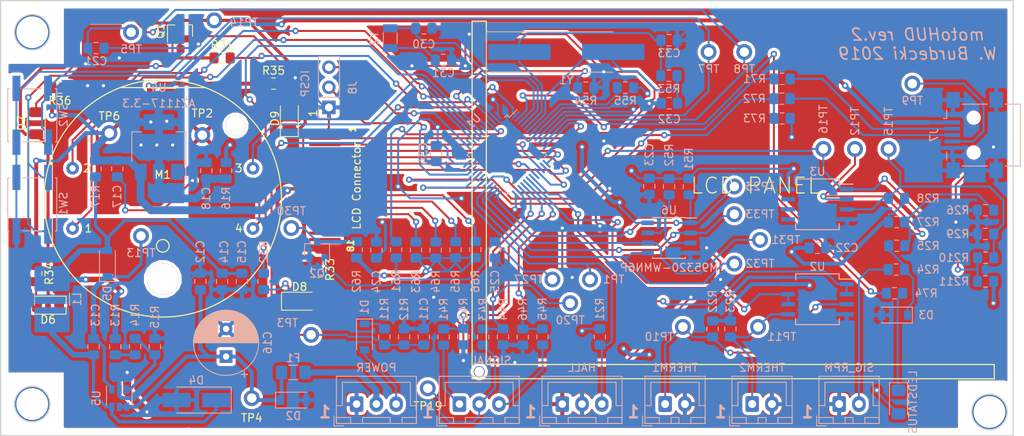
<source format=kicad_pcb>
(kicad_pcb (version 20171130) (host pcbnew "(5.0.2)-1")
  (layers (0 F.Cu signal) (31 B.Cu signal) (34 B.Paste user hide) (35 F.Paste user hide) (36 B.SilkS user) (37 F.SilkS user) (38 B.Mask user hide) (39 F.Mask user hide) (44 Edge.Cuts user))
  (net 0 "")
  (net 1 GND)
  (net 2 +5V)
  (net 3 VCC)
  (net 4 SIG_TEMP1)
  (net 5 SIG_TEMP2)
  (net 6 +3V3)
  (net 7 +BATT)
  (net 8 "Net-(C13-Pad1)")
  (net 9 Constant12V)
  (net 10 "Net-(D1-Pad1)")
  (net 11 "Net-(D3-Pad1)")
  (net 12 "Net-(D6-Pad2)")
  (net 13 "Net-(D8-Pad1)")
  (net 14 Ignition12V)
  (net 15 "Net-(J2-Pad1)")
  (net 16 "Net-(J3-Pad1)")
  (net 17 SIG_VEL)
  (net 18 "Net-(J6-Pad2)")
  (net 19 SWDIO)
  (net 20 SWDCLK)
  (net 21 LCD_RESET)
  (net 22 LCD_SCK)
  (net 23 LCD_DC)
  (net 24 LCD_CS)
  (net 25 LCD_MOSI)
  (net 26 LCD_MISO)
  (net 27 STEP4)
  (net 28 STEP3)
  (net 29 STEP1)
  (net 30 STEP2)
  (net 31 "Net-(Q2-Pad1)")
  (net 32 LEDBCKL)
  (net 33 SIG_RPM)
  (net 34 SIG_BLINK)
  (net 35 SIG_HIBEAM)
  (net 36 SIG_NEUTRAL)
  (net 37 EEPROM_CS)
  (net 38 TFTBCKL)
  (net 39 USBDP)
  (net 40 USBDM)
  (net 41 STATUS_LED)
  (net 42 "Net-(U3-Pad5)")
  (net 43 EEPROM_SCK)
  (net 44 EEPROM_MISO)
  (net 45 EEPROM_MOSI)
  (net 46 "Net-(C13-Pad2)")
  (net 47 "Net-(C14-Pad1)")
  (net 48 "Net-(C18-Pad1)")
  (net 49 "Net-(C21-Pad1)")
  (net 50 "Net-(C25-Pad1)")
  (net 51 "Net-(C30-Pad1)")
  (net 52 "Net-(C31-Pad1)")
  (net 53 "Net-(C32-Pad1)")
  (net 54 "Net-(C33-Pad1)")
  (net 55 "Net-(D6-Pad1)")
  (net 56 "Net-(D7-Pad2)")
  (net 57 "Net-(D8-Pad2)")
  (net 58 "Net-(D9-Pad2)")
  (net 59 "Net-(D10-Pad1)")
  (net 60 "Net-(J5-Pad2)")
  (net 61 "Net-(J6-Pad1)")
  (net 62 "Net-(J6-Pad3)")
  (net 63 "Net-(J7-Pad2)")
  (net 64 "Net-(J7-Pad3)")
  (net 65 "Net-(J7-Pad4)")
  (net 66 "Net-(J9-Pad11)")
  (net 67 "Net-(J9-Pad12)")
  (net 68 "Net-(J9-Pad13)")
  (net 69 "Net-(J9-Pad14)")
  (net 70 "Net-(R13-Pad2)")
  (net 71 "Net-(R14-Pad2)")
  (net 72 "Net-(R25-Pad2)")
  (net 73 "Net-(R210-Pad1)")
  (net 74 "Net-(R52-Pad1)")
  (net 75 "Net-(R54-Pad1)")
  (net 76 "Net-(R55-Pad1)")
  (net 77 "Net-(R62-Pad1)")
  (net 78 "Net-(J9-Pad15)")
  (net 79 "Net-(J9-Pad16)")
  (net 80 "Net-(J9-Pad17)")
  (net 81 "Net-(J9-Pad18)")
  (net 82 "Net-(U1-Pad31)")
  (net 83 "Net-(U1-Pad38)")
  (net 84 "Net-(U1-Pad43)")
  (net 85 "Net-(U3-Pad7)")
  (net 86 "Net-(U3-Pad6)")
  (net 87 USERIN2)
  (net 88 USERIN1)
  (module motoHUD:TACTM-613N-F (layer B.Cu) (at 80 95.5 90)
    (fp_text reference SW2 (at 0.05 3.95 90) (layer B.SilkS) (effects (justify mirror)))
    (fp_text value TACTM-613N-F)
    (pad 1 smd rect (at 3.4 2 90) (size 3.2 1) (layers B.Cu B.Paste B.Mask) (net 87 USERIN2))
    (pad 1 smd rect (at -3.4 2 90) (size 3.2 1) (layers B.Cu B.Paste B.Mask) (net 87 USERIN2))
    (pad 2 smd rect (at -3.4 -2 90) (size 3.2 1) (layers B.Cu B.Paste B.Mask) (net 1 GND))
    (pad 2 smd rect (at 3.4 -2 90) (size 3.2 1) (layers B.Cu B.Paste B.Mask) (net 1 GND))
  )
  (module motoHUD:DLG-0403-220 (layer B.Cu) (at 82.5 118.75 90)
    (fp_text reference L1 (at 0 3.18 90) (layer B.SilkS) (effects (justify mirror)))
    (fp_text value DLG-0403-220)
    (pad 1 smd roundrect (at -2.6 0 90) (size 3.2 4.45) (layers B.Cu B.Paste B.Mask) (roundrect_rratio 0.078125) (net 46 "Net-(C13-Pad2)"))
    (pad 2 smd roundrect (at 2.6 0 90) (size 3.2 4.45) (layers B.Cu B.Paste B.Mask) (roundrect_rratio 0.078125) (net 47 "Net-(C14-Pad1)"))
  )
  (module motoHUD:TACTM-613N-F (layer B.Cu) (at 80 106.75 90)
    (fp_text reference SW1 (at 0.05 3.95 90) (layer B.SilkS) (effects (justify mirror)))
    (fp_text value TACTM-613N-F)
    (pad 1 smd rect (at 3.4 2 90) (size 3.2 1) (layers B.Cu B.Paste B.Mask) (net 88 USERIN1))
    (pad 1 smd rect (at -3.4 2 90) (size 3.2 1) (layers B.Cu B.Paste B.Mask) (net 88 USERIN1))
    (pad 2 smd rect (at -3.4 -2 90) (size 3.2 1) (layers B.Cu B.Paste B.Mask) (net 1 GND))
    (pad 2 smd rect (at 3.4 -2 90) (size 3.2 1) (layers B.Cu B.Paste B.Mask) (net 1 GND))
  )
  (module motoHUD:ILI9341FFC (layer F.Cu) (at 117 104.4 270)
    (fp_text reference J9)
    (fp_text value "LCD Connector" (at 0 -4 270) (layer F.SilkS))
    (fp_text user 1 (at -9.15 1.5 270) (layer F.SilkS))
    (fp_text user "LCD PANEL" (at 0 -54.4) (layer F.SilkS) (effects (font (size 2 2))))
    (pad 1 smd roundrect (at -6.8 0 270) (size 0.4 4) (layers F.Cu F.Paste F.Mask) (net 1 GND))
    (pad 2 smd roundrect (at -6 0 270) (size 0.4 4) (layers F.Cu F.Paste F.Mask) (net 21 LCD_RESET))
    (pad 3 smd roundrect (at -5.2 0 270) (size 0.4 4) (layers F.Cu F.Paste F.Mask) (net 22 LCD_SCK))
    (pad 4 smd roundrect (at -4.4 0 270) (size 0.4 4) (layers F.Cu F.Paste F.Mask) (net 23 LCD_DC))
    (pad 5 smd roundrect (at -3.6 0 270) (size 0.4 4) (layers F.Cu F.Paste F.Mask) (net 24 LCD_CS))
    (pad 6 smd roundrect (at -2.8 0 270) (size 0.4 4) (layers F.Cu F.Paste F.Mask) (net 25 LCD_MOSI))
    (pad 7 smd roundrect (at -2 0 270) (size 0.4 4) (layers F.Cu F.Paste F.Mask) (net 26 LCD_MISO))
    (pad 8 smd roundrect (at -1.2 0 270) (size 0.4 4) (layers F.Cu F.Paste F.Mask) (net 1 GND))
    (pad 9 smd roundrect (at -0.4 0 270) (size 0.4 4) (layers F.Cu F.Paste F.Mask) (net 6 +3V3))
    (pad 10 smd roundrect (at 0.4 0 270) (size 0.4 4) (layers F.Cu F.Paste F.Mask) (net 2 +5V))
    (pad 11 smd roundrect (at 1.2 0 270) (size 0.4 4) (layers F.Cu F.Paste F.Mask) (net 66 "Net-(J9-Pad11)"))
    (pad 12 smd roundrect (at 2 0 270) (size 0.4 4) (layers F.Cu F.Paste F.Mask) (net 67 "Net-(J9-Pad12)"))
    (pad 13 smd roundrect (at 2.8 0 270) (size 0.4 4) (layers F.Cu F.Paste F.Mask) (net 68 "Net-(J9-Pad13)"))
    (pad 14 smd roundrect (at 3.6 0 270) (size 0.4 4) (layers F.Cu F.Paste F.Mask) (net 69 "Net-(J9-Pad14)"))
    (pad 15 smd roundrect (at 4.4 0 270) (size 0.4 4) (layers F.Cu F.Paste F.Mask) (net 78 "Net-(J9-Pad15)"))
    (pad 16 smd roundrect (at 5.2 0 270) (size 0.4 4) (layers F.Cu F.Paste F.Mask) (net 79 "Net-(J9-Pad16)"))
    (pad 17 smd roundrect (at 6 0 270) (size 0.4 4) (layers F.Cu F.Paste F.Mask) (net 80 "Net-(J9-Pad17)"))
    (pad 18 smd roundrect (at 6.8 0 270) (size 0.4 4) (layers F.Cu F.Paste F.Mask) (net 81 "Net-(J9-Pad18)"))
    (pad MH thru_hole circle (at 23.5 -19.5 270) (size 1.4 1.4) (drill 1.2) (layers *.Cu *.Mask))
  )
  (module motoHUD:TestPoint_THTPad_D2.5mm_Drill1.2mm (layer B.Cu) (at 150.5 116.25)
    (fp_text reference TP1 (at 3 0) (layer B.SilkS) (effects (justify mirror)))
    (fp_text value VEL)
    (pad 1 thru_hole circle (at 0 0) (size 2 2) (drill 1.2) (layers *.Cu *.Mask) (net 17 SIG_VEL))
  )
  (module motoHUD:TestPoint_THTPad_D2.5mm_Drill1.2mm (layer F.Cu) (at 101.5 98)
    (fp_text reference TP2 (at 0 -2.75) (layer F.SilkS))
    (fp_text value 3v3)
    (pad 1 thru_hole circle (at 0 0) (size 2 2) (drill 1.2) (layers *.Cu *.Mask) (net 6 +3V3))
  )
  (module motoHUD:TestPoint_THTPad_D2.5mm_Drill1.2mm (layer B.Cu) (at 115.25 123.25)
    (fp_text reference TP3 (at -3 -1.5) (layer B.SilkS) (effects (justify mirror)))
    (fp_text value V_RTC)
    (pad 1 thru_hole circle (at 0 0) (size 2 2) (drill 1.2) (layers *.Cu *.Mask) (net 7 +BATT))
  )
  (module motoHUD:TestPoint_THTPad_D2.5mm_Drill1.2mm (layer F.Cu) (at 107.75 131.25)
    (fp_text reference TP4 (at 0 2.5) (layer F.SilkS))
    (fp_text value V_IGN)
    (pad 1 thru_hole circle (at 0 0) (size 2 2) (drill 1.2) (layers *.Cu *.Mask) (net 3 VCC))
  )
  (module motoHUD:TestPoint_THTPad_D2.5mm_Drill1.2mm (layer B.Cu) (at 92.5 85)
    (fp_text reference TP5 (at 0 2.148) (layer B.SilkS) (effects (justify mirror)))
    (fp_text value BCKL_CAP)
    (pad 1 thru_hole circle (at 0 0) (size 2 2) (drill 1.2) (layers *.Cu *.Mask) (net 49 "Net-(C21-Pad1)"))
  )
  (module motoHUD:TestPoint_THTPad_D2.5mm_Drill1.2mm (layer F.Cu) (at 89.75 97.75)
    (fp_text reference TP6 (at 0 -2.148) (layer F.SilkS))
    (fp_text value 5V)
    (pad 1 thru_hole circle (at 0 0) (size 2 2) (drill 1.2) (layers *.Cu *.Mask) (net 2 +5V))
  )
  (module motoHUD:TestPoint_THTPad_D2.5mm_Drill1.2mm (layer B.Cu) (at 165.5 87.5)
    (fp_text reference TP7 (at 0 2.148) (layer B.SilkS) (effects (justify mirror)))
    (fp_text value PA0)
    (pad 1 thru_hole circle (at 0 0) (size 2 2) (drill 1.2) (layers *.Cu *.Mask) (net 87 USERIN2))
  )
  (module motoHUD:TestPoint_THTPad_D2.5mm_Drill1.2mm (layer B.Cu) (at 170 87.5)
    (fp_text reference TP8 (at 0 2.148) (layer B.SilkS) (effects (justify mirror)))
    (fp_text value PA1)
    (pad 1 thru_hole circle (at 0 0) (size 2 2) (drill 1.2) (layers *.Cu *.Mask) (net 88 USERIN1))
  )
  (module motoHUD:TestPoint_THTPad_D2.5mm_Drill1.2mm (layer B.Cu) (at 191.25 91.5)
    (fp_text reference TP9 (at 0 2.148) (layer B.SilkS) (effects (justify mirror)))
    (fp_text value USB_ID)
    (pad 1 thru_hole circle (at 0 0) (size 2 2) (drill 1.2) (layers *.Cu *.Mask) (net 65 "Net-(J7-Pad4)"))
  )
  (module motoHUD:TestPoint_THTPad_D2.5mm_Drill1.2mm (layer B.Cu) (at 162.25 122.25 180)
    (fp_text reference TP10 (at 3 -1.25 180) (layer B.SilkS) (effects (justify mirror)))
    (fp_text value TEMP1)
    (pad 1 thru_hole circle (at 0 0 180) (size 2 2) (drill 1.2) (layers *.Cu *.Mask) (net 15 "Net-(J2-Pad1)"))
  )
  (module motoHUD:TestPoint_THTPad_D2.5mm_Drill1.2mm (layer B.Cu) (at 171.75 122.25)
    (fp_text reference TP11 (at 3 1.25) (layer B.SilkS) (effects (justify mirror)))
    (fp_text value TEMP2)
    (pad 1 thru_hole circle (at 0 0) (size 2 2) (drill 1.2) (layers *.Cu *.Mask) (net 16 "Net-(J3-Pad1)"))
  )
  (module motoHUD:TestPoint_THTPad_D2.5mm_Drill1.2mm (layer B.Cu) (at 184 99.75 270)
    (fp_text reference TP12 (at -3.5 0 270) (layer B.SilkS) (effects (justify mirror)))
    (fp_text value RPMA)
    (pad 1 thru_hole circle (at 0 0 270) (size 2 2) (drill 1.2) (layers *.Cu *.Mask) (net 72 "Net-(R25-Pad2)"))
  )
  (module motoHUD:TestPoint_THTPad_D2.5mm_Drill1.2mm (layer B.Cu) (at 93.75 110.75)
    (fp_text reference TP13 (at 0 2.148) (layer B.SilkS) (effects (justify mirror)))
    (fp_text value BOOST)
    (pad 1 thru_hole circle (at 0 0) (size 2 2) (drill 1.2) (layers *.Cu *.Mask) (net 8 "Net-(C13-Pad1)"))
  )
  (module motoHUD:TestPoint_THTPad_D2.5mm_Drill1.2mm (layer B.Cu) (at 103 83.5)
    (fp_text reference TP14 (at 3.75 0.25) (layer B.SilkS) (effects (justify mirror)))
    (fp_text value BCKL_V)
    (pad 1 thru_hole circle (at 0 0) (size 2 2) (drill 1.2) (layers *.Cu *.Mask) (net 55 "Net-(D6-Pad1)"))
  )
  (module motoHUD:TestPoint_THTPad_D2.5mm_Drill1.2mm (layer B.Cu) (at 188.25 99.75 90)
    (fp_text reference TP15 (at 3.5 0 90) (layer B.SilkS) (effects (justify mirror)))
    (fp_text value RPMC)
    (pad 1 thru_hole circle (at 0 0 90) (size 2 2) (drill 1.2) (layers *.Cu *.Mask) (net 73 "Net-(R210-Pad1)"))
  )
  (module motoHUD:TestPoint_THTPad_D2.5mm_Drill1.2mm (layer B.Cu) (at 180 99.75 90)
    (fp_text reference TP16 (at 3.75 0 90) (layer B.SilkS) (effects (justify mirror)))
    (fp_text value RPMD)
    (pad 1 thru_hole circle (at 0 0 90) (size 2 2) (drill 1.2) (layers *.Cu *.Mask) (net 33 SIG_RPM))
  )
  (module motoHUD:TestPoint_THTPad_D2.5mm_Drill1.2mm (layer F.Cu) (at 130 130)
    (fp_text reference TP19 (at 0 2.25) (layer F.SilkS))
    (fp_text value HIBEAM)
    (pad 1 thru_hole circle (at 0 0) (size 2 2) (drill 1.2) (layers *.Cu *.Mask) (net 18 "Net-(J6-Pad2)"))
  )
  (module motoHUD:TestPoint_THTPad_D2.5mm_Drill1.2mm (layer B.Cu) (at 148 119.25)
    (fp_text reference TP20 (at 0 2.148) (layer B.SilkS) (effects (justify mirror)))
    (fp_text value HIBEAM12)
    (pad 1 thru_hole circle (at 0 0) (size 2 2) (drill 1.2) (layers *.Cu *.Mask) (net 35 SIG_HIBEAM))
  )
  (module motoHUD:TestPoint_THTPad_D2.5mm_Drill1.2mm (layer B.Cu) (at 168.75 104.5)
    (fp_text reference TP23 (at 3.25 0) (layer B.SilkS) (effects (justify mirror)))
    (fp_text value CS2)
    (pad 1 thru_hole circle (at 0 0) (size 2 2) (drill 1.2) (layers *.Cu *.Mask) (net 37 EEPROM_CS))
  )
  (module motoHUD:TestPoint_THTPad_D2.5mm_Drill1.2mm (layer B.Cu) (at 145.75 116.25)
    (fp_text reference TP27 (at -3 0) (layer B.SilkS) (effects (justify mirror)))
    (fp_text value LCDCAP)
    (pad 1 thru_hole circle (at 0 0) (size 2 2) (drill 1.2) (layers *.Cu *.Mask) (net 50 "Net-(C25-Pad1)"))
  )
  (module motoHUD:TestPoint_THTPad_D2.5mm_Drill1.2mm (layer B.Cu) (at 112.75 109.75 180)
    (fp_text reference TP30 (at 0 2.148 180) (layer B.SilkS) (effects (justify mirror)))
    (fp_text value LCDV)
    (pad 1 thru_hole circle (at 0 0 180) (size 2 2) (drill 1.2) (layers *.Cu *.Mask) (net 31 "Net-(Q2-Pad1)"))
  )
  (module motoHUD:TestPoint_THTPad_D2.5mm_Drill1.2mm (layer B.Cu) (at 172 111.25)
    (fp_text reference TP31 (at 3.25 0) (layer B.SilkS) (effects (justify mirror)))
    (fp_text value SCK2)
    (pad 1 thru_hole circle (at 0 0) (size 2 2) (drill 1.2) (layers *.Cu *.Mask) (net 43 EEPROM_SCK))
  )
  (module motoHUD:TestPoint_THTPad_D2.5mm_Drill1.2mm (layer B.Cu) (at 168.75 114.25 180)
    (fp_text reference TP32 (at -3.25 0 180) (layer B.SilkS) (effects (justify mirror)))
    (fp_text value MOSI2)
    (pad 1 thru_hole circle (at 0 0 180) (size 2 2) (drill 1.2) (layers *.Cu *.Mask) (net 45 EEPROM_MOSI))
  )
  (module motoHUD:TestPoint_THTPad_D2.5mm_Drill1.2mm (layer B.Cu) (at 168.75 108 180)
    (fp_text reference TP33 (at -3.25 0 180) (layer B.SilkS) (effects (justify mirror)))
    (fp_text value MISO2)
    (pad 1 thru_hole circle (at 0 0 180) (size 2 2) (drill 1.2) (layers *.Cu *.Mask) (net 44 EEPROM_MISO))
  )
  (module motoHUD:SOT-223 (layer B.Cu) (at 96 99.5 90)
    (fp_text reference U4 (at 7.5 0 180) (layer B.SilkS) (effects (justify mirror)))
    (fp_text value AZ1117-3.3 (at 5.5 0 180) (layer B.SilkS) (effects (justify mirror)))
    (pad 1 smd rect (at -3.15 2.3 90) (size 2 1.5) (layers B.Cu B.Paste B.Mask) (net 1 GND))
    (pad 3 smd rect (at -3.15 -2.3 90) (size 2 1.5) (layers B.Cu B.Paste B.Mask) (net 2 +5V))
    (pad 2 smd rect (at -3.15 0 90) (size 2 1.5) (layers B.Cu B.Paste B.Mask) (net 48 "Net-(C18-Pad1)"))
    (pad 2 smd rect (at 3.15 0 90) (size 2 3.8) (layers B.Cu B.Paste B.Mask) (net 48 "Net-(C18-Pad1)"))
  )
  (module motoHUD:X27-168 (layer F.Cu) (at 96.5 106 180)
    (fp_text reference M1 (at 0 3 180) (layer F.SilkS))
    (fp_text value "X27 168")
    (fp_text user 4 (at -9.6 -3.8 180) (layer F.SilkS))
    (fp_text user 3 (at -9.6 3.8 180) (layer F.SilkS))
    (fp_text user 2 (at 9.6 3.8 180) (layer F.SilkS))
    (fp_text user 1 (at 9.4 -3.8 180) (layer F.SilkS))
    (pad "" thru_hole circle (at -9.2 9.2 180) (size 2.5 2.5) (drill 2.5) (layers *.Cu *.Mask))
    (pad "" thru_hole circle (at 0 -10.2 180) (size 4 4) (drill 4) (layers *.Cu *.Mask))
    (pad 2 thru_hole circle (at 11.4 3.8 180) (size 1.6 1.6) (drill 0.8) (layers *.Cu *.Mask) (net 30 STEP2))
    (pad 1 thru_hole circle (at 11.4 -3.8 180) (size 1.6 1.6) (drill 0.8) (layers *.Cu *.Mask) (net 29 STEP1))
    (pad 3 thru_hole circle (at -11.4 3.8 180) (size 1.6 1.6) (drill 0.8) (layers *.Cu *.Mask) (net 28 STEP3))
    (pad 4 thru_hole circle (at -11.4 -3.8 180) (size 1.6 1.6) (drill 0.8) (layers *.Cu *.Mask) (net 27 STEP4))
  )
  (module Connector_USB:USB_Mini-B_Lumberg_2486_01_Horizontal (layer B.Cu) (at 199 98 270)
    (fp_text reference J7 (at 0 5 270) (layer B.SilkS) (effects (justify mirror)))
    (fp_text value USB_B_Mini)
    (pad 1 smd rect (at -1.6 2.7 270) (size 0.5 2) (layers B.Cu B.Paste B.Mask) (net 2 +5V))
    (pad 2 smd rect (at -0.8 2.7 270) (size 0.5 2) (layers B.Cu B.Paste B.Mask) (net 63 "Net-(J7-Pad2)"))
    (pad 3 smd rect (at 0 2.7 270) (size 0.5 2) (layers B.Cu B.Paste B.Mask) (net 64 "Net-(J7-Pad3)"))
    (pad 4 smd rect (at 0.8 2.7 270) (size 0.5 2) (layers B.Cu B.Paste B.Mask) (net 65 "Net-(J7-Pad4)"))
    (pad 5 smd rect (at 1.6 2.7 270) (size 0.5 2) (layers B.Cu B.Paste B.Mask) (net 1 GND))
    (pad 6 smd rect (at -4.45 2.6 270) (size 2 1.7) (layers B.Cu B.Paste B.Mask) (net 1 GND))
    (pad 6 smd rect (at -4.45 -2.85 270) (size 2 1.7) (layers B.Cu B.Paste B.Mask) (net 1 GND))
    (pad 6 smd rect (at 4.45 2.6 270) (size 2 1.7) (layers B.Cu B.Paste B.Mask) (net 1 GND))
    (pad 6 smd rect (at 4.45 -2.85 270) (size 2 1.7) (layers B.Cu B.Paste B.Mask) (net 1 GND))
    (pad "" np_thru_hole circle (at -2.2 0 270) (size 1 1) (drill 1) (layers *.Cu *.Mask))
    (pad "" np_thru_hole circle (at 2.2 0 270) (size 1 1) (drill 1) (layers *.Cu *.Mask))
  )
  (module motoHUD:SOT-23 (layer F.Cu) (at 98.679 84.836 90)
    (fp_text reference Q1 (at 0 -2.5 90) (layer F.SilkS))
    (fp_text value 2N7002KQ-13)
    (pad 2 smd rect (at -1 -0.95 90) (size 0.9 0.8) (layers F.Cu F.Paste F.Mask) (net 49 "Net-(C21-Pad1)"))
    (pad 3 smd rect (at -1 0.95 90) (size 0.9 0.8) (layers F.Cu F.Paste F.Mask) (net 1 GND))
    (pad 1 smd rect (at 1 0 90) (size 0.9 0.8) (layers F.Cu F.Paste F.Mask) (net 55 "Net-(D6-Pad1)"))
  )
  (module motoHUD:SOT-23 (layer B.Cu) (at 116 112.5 90)
    (fp_text reference Q2 (at -3 0 180) (layer B.SilkS) (effects (justify mirror)))
    (fp_text value 2N7002KQ-13)
    (pad 2 smd rect (at -1 0.95 90) (size 0.9 0.8) (layers B.Cu B.Paste B.Mask) (net 50 "Net-(C25-Pad1)"))
    (pad 3 smd rect (at -1 -0.95 90) (size 0.9 0.8) (layers B.Cu B.Paste B.Mask) (net 1 GND))
    (pad 1 smd rect (at 1 0 90) (size 0.9 0.8) (layers B.Cu B.Paste B.Mask) (net 31 "Net-(Q2-Pad1)"))
  )
  (module Capacitor_SMD:C_0805_2012Metric_Pad1.15x1.40mm_HandSolder (layer B.Cu) (at 90.75 102.25 270)
    (fp_text reference C17 (at 3.5 0 270) (layer B.SilkS) (effects (justify mirror)))
    (fp_text value "10u 16v")
    (pad 2 smd roundrect (at 1.025 0 270) (size 1.15 1.4) (layers B.Cu B.Paste B.Mask) (roundrect_rratio 0.217391) (net 1 GND))
    (pad 1 smd roundrect (at -1.025 0 270) (size 1.15 1.4) (layers B.Cu B.Paste B.Mask) (roundrect_rratio 0.217391) (net 2 +5V))
  )
  (module Capacitor_SMD:C_0805_2012Metric_Pad1.15x1.40mm_HandSolder (layer B.Cu) (at 102 102.5 90)
    (fp_text reference C18 (at -3.5 0 90) (layer B.SilkS) (effects (justify mirror)))
    (fp_text value 22u)
    (pad 1 smd roundrect (at -1.025 0 90) (size 1.15 1.4) (layers B.Cu B.Paste B.Mask) (roundrect_rratio 0.217391) (net 48 "Net-(C18-Pad1)"))
    (pad 2 smd roundrect (at 1.025 0 90) (size 1.15 1.4) (layers B.Cu B.Paste B.Mask) (roundrect_rratio 0.217391) (net 1 GND))
  )
  (module Capacitor_SMD:C_0805_2012Metric_Pad1.15x1.40mm_HandSolder (layer B.Cu) (at 129.5 123.5 90)
    (fp_text reference C11 (at 3.5 0 90) (layer B.SilkS) (effects (justify mirror)))
    (fp_text value 2,2u)
    (pad 2 smd roundrect (at 1.025 0 90) (size 1.15 1.4) (layers B.Cu B.Paste B.Mask) (roundrect_rratio 0.217391) (net 1 GND))
    (pad 1 smd roundrect (at -1.025 0 90) (size 1.15 1.4) (layers B.Cu B.Paste B.Mask) (roundrect_rratio 0.217391) (net 7 +BATT))
  )
  (module Capacitor_SMD:C_0805_2012Metric_Pad1.15x1.40mm_HandSolder (layer B.Cu) (at 160.5 86)
    (fp_text reference C33 (at 0 1.65) (layer B.SilkS) (effects (justify mirror)))
    (fp_text value 20p)
    (pad 1 smd roundrect (at -1.025 0) (size 1.15 1.4) (layers B.Cu B.Paste B.Mask) (roundrect_rratio 0.217391) (net 54 "Net-(C33-Pad1)"))
    (pad 2 smd roundrect (at 1.025 0) (size 1.15 1.4) (layers B.Cu B.Paste B.Mask) (roundrect_rratio 0.217391) (net 1 GND))
  )
  (module Capacitor_SMD:C_0805_2012Metric_Pad1.15x1.40mm_HandSolder (layer B.Cu) (at 160.528 93.98 180)
    (fp_text reference C32 (at 0 -2 180) (layer B.SilkS) (effects (justify mirror)))
    (fp_text value 20p)
    (pad 1 smd roundrect (at -1.025 0 180) (size 1.15 1.4) (layers B.Cu B.Paste B.Mask) (roundrect_rratio 0.217391) (net 53 "Net-(C32-Pad1)"))
    (pad 2 smd roundrect (at 1.025 0 180) (size 1.15 1.4) (layers B.Cu B.Paste B.Mask) (roundrect_rratio 0.217391) (net 1 GND))
  )
  (module Capacitor_SMD:C_0805_2012Metric_Pad1.15x1.40mm_HandSolder (layer B.Cu) (at 131.975 88.5)
    (fp_text reference C31 (at 0 1.65) (layer B.SilkS) (effects (justify mirror)))
    (fp_text value 20p)
    (pad 2 smd roundrect (at 1.025 0) (size 1.15 1.4) (layers B.Cu B.Paste B.Mask) (roundrect_rratio 0.217391) (net 1 GND))
    (pad 1 smd roundrect (at -1.025 0) (size 1.15 1.4) (layers B.Cu B.Paste B.Mask) (roundrect_rratio 0.217391) (net 52 "Net-(C31-Pad1)"))
  )
  (module Capacitor_SMD:C_0805_2012Metric_Pad1.15x1.40mm_HandSolder (layer B.Cu) (at 129.5 84.5)
    (fp_text reference C30 (at 0 2) (layer B.SilkS) (effects (justify mirror)))
    (fp_text value 20p)
    (pad 1 smd roundrect (at -1.025 0) (size 1.15 1.4) (layers B.Cu B.Paste B.Mask) (roundrect_rratio 0.217391) (net 51 "Net-(C30-Pad1)"))
    (pad 2 smd roundrect (at 1.025 0) (size 1.15 1.4) (layers B.Cu B.Paste B.Mask) (roundrect_rratio 0.217391) (net 1 GND))
  )
  (module Capacitor_SMD:C_0805_2012Metric_Pad1.15x1.40mm_HandSolder (layer B.Cu) (at 131.064 100.33 270)
    (fp_text reference C34 (at 0 1.65 270) (layer B.SilkS) (effects (justify mirror)))
    (fp_text value 0,1u)
    (pad 2 smd roundrect (at 1.025 0 270) (size 1.15 1.4) (layers B.Cu B.Paste B.Mask) (roundrect_rratio 0.217391) (net 1 GND))
    (pad 1 smd roundrect (at -1.025 0 270) (size 1.15 1.4) (layers B.Cu B.Paste B.Mask) (roundrect_rratio 0.217391) (net 6 +3V3))
  )
  (module Capacitor_SMD:C_0805_2012Metric_Pad1.15x1.40mm_HandSolder (layer B.Cu) (at 158 104.475 270)
    (fp_text reference C23 (at -4 0 270) (layer B.SilkS) (effects (justify mirror)))
    (fp_text value 0,1u)
    (pad 2 smd roundrect (at 1.025 0 270) (size 1.15 1.4) (layers B.Cu B.Paste B.Mask) (roundrect_rratio 0.217391) (net 1 GND))
    (pad 1 smd roundrect (at -1.025 0 270) (size 1.15 1.4) (layers B.Cu B.Paste B.Mask) (roundrect_rratio 0.217391) (net 6 +3V3))
  )
  (module Capacitor_SMD:C_0805_2012Metric_Pad1.15x1.40mm_HandSolder (layer B.Cu) (at 123.5 112.525 90)
    (fp_text reference C24 (at -4.025 0 90) (layer B.SilkS) (effects (justify mirror)))
    (fp_text value 0,1u)
    (pad 1 smd roundrect (at -1.025 0 90) (size 1.15 1.4) (layers B.Cu B.Paste B.Mask) (roundrect_rratio 0.217391) (net 6 +3V3))
    (pad 2 smd roundrect (at 1.025 0 90) (size 1.15 1.4) (layers B.Cu B.Paste B.Mask) (roundrect_rratio 0.217391) (net 1 GND))
  )
  (module LED_SMD:LED_1206_3216Metric (layer F.Cu) (at 82 119.5 180)
    (fp_text reference D6 (at 0 -1.82 180) (layer F.SilkS))
    (fp_text value BCKLED)
    (pad 1 smd roundrect (at -1.4 0 180) (size 1.25 1.75) (layers F.Cu F.Paste F.Mask) (roundrect_rratio 0.2) (net 55 "Net-(D6-Pad1)"))
    (pad 2 smd roundrect (at 1.4 0 180) (size 1.25 1.75) (layers F.Cu F.Paste F.Mask) (roundrect_rratio 0.2) (net 12 "Net-(D6-Pad2)"))
  )
  (module LED_SMD:LED_1206_3216Metric (layer F.Cu) (at 80.5 96.5 90)
    (fp_text reference D7 (at 0 -1.82 90) (layer F.SilkS))
    (fp_text value BCKLED)
    (pad 2 smd roundrect (at 1.4 0 90) (size 1.25 1.75) (layers F.Cu F.Paste F.Mask) (roundrect_rratio 0.2) (net 56 "Net-(D7-Pad2)"))
    (pad 1 smd roundrect (at -1.4 0 90) (size 1.25 1.75) (layers F.Cu F.Paste F.Mask) (roundrect_rratio 0.2) (net 55 "Net-(D6-Pad1)"))
  )
  (module LED_SMD:LED_1206_3216Metric (layer F.Cu) (at 113.792 119)
    (fp_text reference D8 (at 0 -1.82) (layer F.SilkS))
    (fp_text value BCKLED)
    (pad 2 smd roundrect (at 1.4 0) (size 1.25 1.75) (layers F.Cu F.Paste F.Mask) (roundrect_rratio 0.2) (net 57 "Net-(D8-Pad2)"))
    (pad 1 smd roundrect (at -1.4 0) (size 1.25 1.75) (layers F.Cu F.Paste F.Mask) (roundrect_rratio 0.2) (net 13 "Net-(D8-Pad1)"))
  )
  (module LED_SMD:LED_1206_3216Metric (layer F.Cu) (at 112.5 95.9 90)
    (fp_text reference D9 (at 0 -1.82 90) (layer F.SilkS))
    (fp_text value BCKLED)
    (pad 1 smd roundrect (at -1.4 0 90) (size 1.25 1.75) (layers F.Cu F.Paste F.Mask) (roundrect_rratio 0.2) (net 55 "Net-(D6-Pad1)"))
    (pad 2 smd roundrect (at 1.4 0 90) (size 1.25 1.75) (layers F.Cu F.Paste F.Mask) (roundrect_rratio 0.2) (net 58 "Net-(D9-Pad2)"))
  )
  (module LED_SMD:LED_1206_3216Metric_Pad1.42x1.75mm_HandSolder (layer B.Cu) (at 189.5 131.75 270)
    (fp_text reference D10)
    (fp_text value LEDSTATUS (at 0 -1.82 270) (layer B.SilkS) (effects (justify mirror)))
    (pad 1 smd roundrect (at -1.4875 0 270) (size 1.425 1.75) (layers B.Cu B.Paste B.Mask) (roundrect_rratio 0.175439) (net 59 "Net-(D10-Pad1)"))
    (pad 2 smd roundrect (at 1.4875 0 270) (size 1.425 1.75) (layers B.Cu B.Paste B.Mask) (roundrect_rratio 0.175439) (net 6 +3V3))
  )
  (module Connector_JST:JST_XH_B03B-XH-A_1x03_P2.50mm_Vertical (layer B.Cu) (at 121 132)
    (fp_text reference J1)
    (fp_text value POWER (at 2.5 -4.6) (layer B.SilkS) (effects (justify mirror)))
    (pad 3 thru_hole oval (at 5 0) (size 1.7 1.95) (drill 0.95) (layers *.Cu *.Mask) (net 9 Constant12V))
    (pad 2 thru_hole oval (at 2.5 0) (size 1.7 1.95) (drill 0.95) (layers *.Cu *.Mask) (net 14 Ignition12V))
    (pad 1 thru_hole roundrect (at 0 0) (size 1.7 1.95) (drill 0.95) (layers *.Cu *.Mask) (roundrect_rratio 0.147059) (net 1 GND))
  )
  (module Connector_JST:JST_XH_B03B-XH-A_1x03_P2.50mm_Vertical (layer B.Cu) (at 134 132)
    (fp_text reference J6)
    (fp_text value SIGNAL (at 4 -5.5) (layer B.SilkS) (effects (justify mirror)))
    (pad 1 thru_hole roundrect (at 0 0) (size 1.7 1.95) (drill 0.95) (layers *.Cu *.Mask) (roundrect_rratio 0.147059) (net 61 "Net-(J6-Pad1)"))
    (pad 2 thru_hole oval (at 2.5 0) (size 1.7 1.95) (drill 0.95) (layers *.Cu *.Mask) (net 18 "Net-(J6-Pad2)"))
    (pad 3 thru_hole oval (at 5 0) (size 1.7 1.95) (drill 0.95) (layers *.Cu *.Mask) (net 62 "Net-(J6-Pad3)"))
  )
  (module Connector_JST:JST_XH_B02B-XH-A_1x02_P2.50mm_Vertical (layer B.Cu) (at 160 132)
    (fp_text reference J2)
    (fp_text value THERM1 (at 1.25 -4.6) (layer B.SilkS) (effects (justify mirror)))
    (pad 2 thru_hole oval (at 2.5 0) (size 1.7 2) (drill 1) (layers *.Cu *.Mask) (net 1 GND))
    (pad 1 thru_hole roundrect (at 0 0) (size 1.7 2) (drill 1) (layers *.Cu *.Mask) (roundrect_rratio 0.147059) (net 15 "Net-(J2-Pad1)"))
  )
  (module Connector_JST:JST_XH_B02B-XH-A_1x02_P2.50mm_Vertical (layer B.Cu) (at 171 132)
    (fp_text reference J3)
    (fp_text value THERM2 (at 1.25 -4.6) (layer B.SilkS) (effects (justify mirror)))
    (pad 1 thru_hole roundrect (at 0 0) (size 1.7 2) (drill 1) (layers *.Cu *.Mask) (roundrect_rratio 0.147059) (net 16 "Net-(J3-Pad1)"))
    (pad 2 thru_hole oval (at 2.5 0) (size 1.7 2) (drill 1) (layers *.Cu *.Mask) (net 1 GND))
  )
  (module Connector_JST:JST_XH_B03B-XH-A_1x03_P2.50mm_Vertical (layer B.Cu) (at 147 132)
    (fp_text reference J4)
    (fp_text value HALL (at 2.5 -4.6) (layer B.SilkS) (effects (justify mirror)))
    (pad 1 thru_hole roundrect (at 0 0) (size 1.7 1.95) (drill 0.95) (layers *.Cu *.Mask) (roundrect_rratio 0.147059) (net 6 +3V3))
    (pad 2 thru_hole oval (at 2.5 0) (size 1.7 1.95) (drill 0.95) (layers *.Cu *.Mask) (net 1 GND))
    (pad 3 thru_hole oval (at 5 0) (size 1.7 1.95) (drill 0.95) (layers *.Cu *.Mask) (net 17 SIG_VEL))
  )
  (module Connector_JST:JST_XH_B02B-XH-A_1x02_P2.50mm_Vertical (layer B.Cu) (at 182 132)
    (fp_text reference J5)
    (fp_text value SIG_RPM (at 1.25 -4.6) (layer B.SilkS) (effects (justify mirror)))
    (pad 1 thru_hole roundrect (at 0 0) (size 1.7 2) (drill 1) (layers *.Cu *.Mask) (roundrect_rratio 0.147059) (net 1 GND))
    (pad 2 thru_hole oval (at 2.5 0) (size 1.7 2) (drill 1) (layers *.Cu *.Mask) (net 60 "Net-(J5-Pad2)"))
  )
  (module Connector_PinHeader_2.54mm:PinHeader_1x03_P2.54mm_Vertical (layer B.Cu) (at 117.5 94.5)
    (fp_text reference J8 (at 3 -2.5 90) (layer B.SilkS) (effects (justify mirror)))
    (fp_text value ICSP (at -3 -3 -90) (layer B.SilkS) (effects (justify mirror)))
    (pad 1 thru_hole rect (at 0 0) (size 1.7 1.7) (drill 1) (layers *.Cu *.Mask) (net 1 GND))
    (pad 2 thru_hole oval (at 0 -2.54) (size 1.7 1.7) (drill 1) (layers *.Cu *.Mask) (net 19 SWDIO))
    (pad 3 thru_hole oval (at 0 -5.08) (size 1.7 1.7) (drill 1) (layers *.Cu *.Mask) (net 20 SWDCLK))
  )
  (module Resistor_SMD:R_0805_2012Metric_Pad1.15x1.40mm_HandSolder (layer B.Cu) (at 166 122.5 90)
    (fp_text reference R22 (at 3.5 0 90) (layer B.SilkS) (effects (justify mirror)))
    (fp_text value 7,6k)
    (pad 1 smd roundrect (at -1.025 0 90) (size 1.15 1.4) (layers B.Cu B.Paste B.Mask) (roundrect_rratio 0.217391) (net 15 "Net-(J2-Pad1)"))
    (pad 2 smd roundrect (at 1.025 0 90) (size 1.15 1.4) (layers B.Cu B.Paste B.Mask) (roundrect_rratio 0.217391) (net 6 +3V3))
  )
  (module Resistor_SMD:R_0805_2012Metric_Pad1.15x1.40mm_HandSolder (layer B.Cu) (at 168.25 122.5 90)
    (fp_text reference R23 (at 3.5 0 90) (layer B.SilkS) (effects (justify mirror)))
    (fp_text value 7,6k)
    (pad 1 smd roundrect (at -1.025 0 90) (size 1.15 1.4) (layers B.Cu B.Paste B.Mask) (roundrect_rratio 0.217391) (net 16 "Net-(J3-Pad1)"))
    (pad 2 smd roundrect (at 1.025 0 90) (size 1.15 1.4) (layers B.Cu B.Paste B.Mask) (roundrect_rratio 0.217391) (net 6 +3V3))
  )
  (module Resistor_SMD:R_0805_2012Metric_Pad1.15x1.40mm_HandSolder (layer B.Cu) (at 151.75 123.5 90)
    (fp_text reference R21 (at 3.5 0 90) (layer B.SilkS) (effects (justify mirror)))
    (fp_text value 10k)
    (pad 2 smd roundrect (at 1.025 0 90) (size 1.15 1.4) (layers B.Cu B.Paste B.Mask) (roundrect_rratio 0.217391) (net 6 +3V3))
    (pad 1 smd roundrect (at -1.025 0 90) (size 1.15 1.4) (layers B.Cu B.Paste B.Mask) (roundrect_rratio 0.217391) (net 17 SIG_VEL))
  )
  (module Resistor_SMD:R_0805_2012Metric_Pad1.15x1.40mm_HandSolder (layer B.Cu) (at 124.5 123.5 270)
    (fp_text reference R11 (at -3.5 0 270) (layer B.SilkS) (effects (justify mirror)))
    (fp_text value 100k)
    (pad 1 smd roundrect (at -1.025 0 270) (size 1.15 1.4) (layers B.Cu B.Paste B.Mask) (roundrect_rratio 0.217391) (net 10 "Net-(D1-Pad1)"))
    (pad 2 smd roundrect (at 1.025 0 270) (size 1.15 1.4) (layers B.Cu B.Paste B.Mask) (roundrect_rratio 0.217391) (net 7 +BATT))
  )
  (module Resistor_SMD:R_0805_2012Metric_Pad1.15x1.40mm_HandSolder (layer B.Cu) (at 127 123.5 90)
    (fp_text reference R12 (at 3.5 0 90) (layer B.SilkS) (effects (justify mirror)))
    (fp_text value 22k)
    (pad 2 smd roundrect (at 1.025 0 90) (size 1.15 1.4) (layers B.Cu B.Paste B.Mask) (roundrect_rratio 0.217391) (net 1 GND))
    (pad 1 smd roundrect (at -1.025 0 90) (size 1.15 1.4) (layers B.Cu B.Paste B.Mask) (roundrect_rratio 0.217391) (net 7 +BATT))
  )
  (module Resistor_SMD:R_0805_2012Metric_Pad1.15x1.40mm_HandSolder (layer F.Cu) (at 104 88.25)
    (fp_text reference R31 (at 0 -1.65) (layer F.SilkS))
    (fp_text value 100k)
    (pad 2 smd roundrect (at 1.025 0) (size 1.15 1.4) (layers F.Cu F.Paste F.Mask) (roundrect_rratio 0.217391) (net 32 LEDBCKL))
    (pad 1 smd roundrect (at -1.025 0) (size 1.15 1.4) (layers F.Cu F.Paste F.Mask) (roundrect_rratio 0.217391) (net 49 "Net-(C21-Pad1)"))
  )
  (module Resistor_SMD:R_0805_2012Metric_Pad1.15x1.40mm_HandSolder (layer B.Cu) (at 200.5 116.5)
    (fp_text reference R211 (at -4 0) (layer B.SilkS) (effects (justify mirror)))
    (fp_text value 10k)
    (pad 2 smd roundrect (at 1.025 0) (size 1.15 1.4) (layers B.Cu B.Paste B.Mask) (roundrect_rratio 0.217391) (net 6 +3V3))
    (pad 1 smd roundrect (at -1.025 0) (size 1.15 1.4) (layers B.Cu B.Paste B.Mask) (roundrect_rratio 0.217391) (net 33 SIG_RPM))
  )
  (module Resistor_SMD:R_0805_2012Metric_Pad1.15x1.40mm_HandSolder (layer F.Cu) (at 116 115 270)
    (fp_text reference R33 (at 0 -1.65 270) (layer F.SilkS))
    (fp_text value 100R)
    (pad 1 smd roundrect (at -1.025 0 270) (size 1.15 1.4) (layers F.Cu F.Paste F.Mask) (roundrect_rratio 0.217391) (net 2 +5V))
    (pad 2 smd roundrect (at 1.025 0 270) (size 1.15 1.4) (layers F.Cu F.Paste F.Mask) (roundrect_rratio 0.217391) (net 57 "Net-(D8-Pad2)"))
  )
  (module Resistor_SMD:R_0805_2012Metric_Pad1.15x1.40mm_HandSolder (layer F.Cu) (at 80.5 115.5 270)
    (fp_text reference R34 (at 0 -1.65 270) (layer F.SilkS))
    (fp_text value 100R)
    (pad 1 smd roundrect (at -1.025 0 270) (size 1.15 1.4) (layers F.Cu F.Paste F.Mask) (roundrect_rratio 0.217391) (net 2 +5V))
    (pad 2 smd roundrect (at 1.025 0 270) (size 1.15 1.4) (layers F.Cu F.Paste F.Mask) (roundrect_rratio 0.217391) (net 12 "Net-(D6-Pad2)"))
  )
  (module Resistor_SMD:R_0805_2012Metric_Pad1.15x1.40mm_HandSolder (layer F.Cu) (at 110.5 91.5)
    (fp_text reference R35 (at 0 -1.65) (layer F.SilkS))
    (fp_text value 100R)
    (pad 1 smd roundrect (at -1.025 0) (size 1.15 1.4) (layers F.Cu F.Paste F.Mask) (roundrect_rratio 0.217391) (net 2 +5V))
    (pad 2 smd roundrect (at 1.025 0) (size 1.15 1.4) (layers F.Cu F.Paste F.Mask) (roundrect_rratio 0.217391) (net 58 "Net-(D9-Pad2)"))
  )
  (module Resistor_SMD:R_0805_2012Metric_Pad1.15x1.40mm_HandSolder (layer F.Cu) (at 83.5 92 180)
    (fp_text reference R36 (at 0 -1.65 180) (layer F.SilkS))
    (fp_text value 100R)
    (pad 2 smd roundrect (at 1.025 0 180) (size 1.15 1.4) (layers F.Cu F.Paste F.Mask) (roundrect_rratio 0.217391) (net 56 "Net-(D7-Pad2)"))
    (pad 1 smd roundrect (at -1.025 0 180) (size 1.15 1.4) (layers F.Cu F.Paste F.Mask) (roundrect_rratio 0.217391) (net 2 +5V))
  )
  (module Resistor_SMD:R_0805_2012Metric_Pad1.15x1.40mm_HandSolder (layer B.Cu) (at 149.975 92)
    (fp_text reference R54 (at 0 1.65) (layer B.SilkS) (effects (justify mirror)))
    (fp_text value 100k)
    (pad 2 smd roundrect (at 1.025 0) (size 1.15 1.4) (layers B.Cu B.Paste B.Mask) (roundrect_rratio 0.217391) (net 1 GND))
    (pad 1 smd roundrect (at -1.025 0) (size 1.15 1.4) (layers B.Cu B.Paste B.Mask) (roundrect_rratio 0.217391) (net 75 "Net-(R54-Pad1)"))
  )
  (module Resistor_SMD:R_0805_2012Metric_Pad1.15x1.40mm_HandSolder (layer B.Cu) (at 160.475 90.5)
    (fp_text reference R53 (at 0 1.65) (layer B.SilkS) (effects (justify mirror)))
    (fp_text value 1M)
    (pad 1 smd roundrect (at -1.025 0) (size 1.15 1.4) (layers B.Cu B.Paste B.Mask) (roundrect_rratio 0.217391) (net 54 "Net-(C33-Pad1)"))
    (pad 2 smd roundrect (at 1.025 0) (size 1.15 1.4) (layers B.Cu B.Paste B.Mask) (roundrect_rratio 0.217391) (net 53 "Net-(C32-Pad1)"))
  )
  (module Resistor_SMD:R_0805_2012Metric_Pad1.15x1.40mm_HandSolder (layer B.Cu) (at 132 123.525 90)
    (fp_text reference R41 (at 3.5 0 90) (layer B.SilkS) (effects (justify mirror)))
    (fp_text value 10k)
    (pad 2 smd roundrect (at 1.025 0 90) (size 1.15 1.4) (layers B.Cu B.Paste B.Mask) (roundrect_rratio 0.217391) (net 34 SIG_BLINK))
    (pad 1 smd roundrect (at -1.025 0 90) (size 1.15 1.4) (layers B.Cu B.Paste B.Mask) (roundrect_rratio 0.217391) (net 61 "Net-(J6-Pad1)"))
  )
  (module Resistor_SMD:R_0805_2012Metric_Pad1.15x1.40mm_HandSolder (layer B.Cu) (at 134.5 123.475 270)
    (fp_text reference R42 (at -3.475 0 270) (layer B.SilkS) (effects (justify mirror)))
    (fp_text value 3k3)
    (pad 1 smd roundrect (at -1.025 0 270) (size 1.15 1.4) (layers B.Cu B.Paste B.Mask) (roundrect_rratio 0.217391) (net 34 SIG_BLINK))
    (pad 2 smd roundrect (at 1.025 0 270) (size 1.15 1.4) (layers B.Cu B.Paste B.Mask) (roundrect_rratio 0.217391) (net 1 GND))
  )
  (module Resistor_SMD:R_0805_2012Metric_Pad1.15x1.40mm_HandSolder (layer B.Cu) (at 154.975 92)
    (fp_text reference R55 (at 0 1.65) (layer B.SilkS) (effects (justify mirror)))
    (fp_text value 10k)
    (pad 1 smd roundrect (at -1.025 0) (size 1.15 1.4) (layers B.Cu B.Paste B.Mask) (roundrect_rratio 0.217391) (net 76 "Net-(R55-Pad1)"))
    (pad 2 smd roundrect (at 1.025 0) (size 1.15 1.4) (layers B.Cu B.Paste B.Mask) (roundrect_rratio 0.217391) (net 6 +3V3))
  )
  (module Resistor_SMD:R_0805_2012Metric_Pad1.15x1.40mm_HandSolder (layer B.Cu) (at 137 123.525 90)
    (fp_text reference R43 (at 3.525 0 90) (layer B.SilkS) (effects (justify mirror)))
    (fp_text value 10k)
    (pad 2 smd roundrect (at 1.025 0 90) (size 1.15 1.4) (layers B.Cu B.Paste B.Mask) (roundrect_rratio 0.217391) (net 35 SIG_HIBEAM))
    (pad 1 smd roundrect (at -1.025 0 90) (size 1.15 1.4) (layers B.Cu B.Paste B.Mask) (roundrect_rratio 0.217391) (net 18 "Net-(J6-Pad2)"))
  )
  (module Resistor_SMD:R_0805_2012Metric_Pad1.15x1.40mm_HandSolder (layer B.Cu) (at 139.5 123.5 270)
    (fp_text reference R44 (at -3.475 0 270) (layer B.SilkS) (effects (justify mirror)))
    (fp_text value 3k3)
    (pad 1 smd roundrect (at -1.025 0 270) (size 1.15 1.4) (layers B.Cu B.Paste B.Mask) (roundrect_rratio 0.217391) (net 35 SIG_HIBEAM))
    (pad 2 smd roundrect (at 1.025 0 270) (size 1.15 1.4) (layers B.Cu B.Paste B.Mask) (roundrect_rratio 0.217391) (net 1 GND))
  )
  (module Resistor_SMD:R_0805_2012Metric_Pad1.15x1.40mm_HandSolder (layer B.Cu) (at 144.5 123.5 90)
    (fp_text reference R45 (at 3.525 0 90) (layer B.SilkS) (effects (justify mirror)))
    (fp_text value 10k)
    (pad 2 smd roundrect (at 1.025 0 90) (size 1.15 1.4) (layers B.Cu B.Paste B.Mask) (roundrect_rratio 0.217391) (net 36 SIG_NEUTRAL))
    (pad 1 smd roundrect (at -1.025 0 90) (size 1.15 1.4) (layers B.Cu B.Paste B.Mask) (roundrect_rratio 0.217391) (net 62 "Net-(J6-Pad3)"))
  )
  (module Resistor_SMD:R_0805_2012Metric_Pad1.15x1.40mm_HandSolder (layer B.Cu) (at 142 123.525 270)
    (fp_text reference R46 (at -3.5 0 270) (layer B.SilkS) (effects (justify mirror)))
    (fp_text value 3k3)
    (pad 1 smd roundrect (at -1.025 0 270) (size 1.15 1.4) (layers B.Cu B.Paste B.Mask) (roundrect_rratio 0.217391) (net 36 SIG_NEUTRAL))
    (pad 2 smd roundrect (at 1.025 0 270) (size 1.15 1.4) (layers B.Cu B.Paste B.Mask) (roundrect_rratio 0.217391) (net 1 GND))
  )
  (module Resistor_SMD:R_0805_2012Metric_Pad1.15x1.40mm_HandSolder (layer B.Cu) (at 163 104.525 90)
    (fp_text reference R51 (at 3.5 0 90) (layer B.SilkS) (effects (justify mirror)))
    (fp_text value 10k)
    (pad 2 smd roundrect (at 1.025 0 90) (size 1.15 1.4) (layers B.Cu B.Paste B.Mask) (roundrect_rratio 0.217391) (net 6 +3V3))
    (pad 1 smd roundrect (at -1.025 0 90) (size 1.15 1.4) (layers B.Cu B.Paste B.Mask) (roundrect_rratio 0.217391) (net 37 EEPROM_CS))
  )
  (module Resistor_SMD:R_0805_2012Metric_Pad1.15x1.40mm_HandSolder (layer B.Cu) (at 160.5 104.525 90)
    (fp_text reference R52 (at 4 0 90) (layer B.SilkS) (effects (justify mirror)))
    (fp_text value 10k)
    (pad 2 smd roundrect (at 1.025 0 90) (size 1.15 1.4) (layers B.Cu B.Paste B.Mask) (roundrect_rratio 0.217391) (net 6 +3V3))
    (pad 1 smd roundrect (at -1.025 0 90) (size 1.15 1.4) (layers B.Cu B.Paste B.Mask) (roundrect_rratio 0.217391) (net 74 "Net-(R52-Pad1)"))
  )
  (module Resistor_SMD:R_0805_2012Metric_Pad1.15x1.40mm_HandSolder (layer B.Cu) (at 126 112.5 90)
    (fp_text reference R61 (at -4 0 90) (layer B.SilkS) (effects (justify mirror)))
    (fp_text value 100k)
    (pad 2 smd roundrect (at 1.025 0 90) (size 1.15 1.4) (layers B.Cu B.Paste B.Mask) (roundrect_rratio 0.217391) (net 38 TFTBCKL))
    (pad 1 smd roundrect (at -1.025 0 90) (size 1.15 1.4) (layers B.Cu B.Paste B.Mask) (roundrect_rratio 0.217391) (net 50 "Net-(C25-Pad1)"))
  )
  (module Resistor_SMD:R_0805_2012Metric_Pad1.15x1.40mm_HandSolder (layer B.Cu) (at 174.768 93.397)
    (fp_text reference R72 (at -3.5 0) (layer B.SilkS) (effects (justify mirror)))
    (fp_text value 22R)
    (pad 2 smd roundrect (at 1.025 0) (size 1.15 1.4) (layers B.Cu B.Paste B.Mask) (roundrect_rratio 0.217391) (net 64 "Net-(J7-Pad3)"))
    (pad 1 smd roundrect (at -1.025 0) (size 1.15 1.4) (layers B.Cu B.Paste B.Mask) (roundrect_rratio 0.217391) (net 39 USBDP))
  )
  (module Resistor_SMD:R_0805_2012Metric_Pad1.15x1.40mm_HandSolder (layer B.Cu) (at 174.793 90.897)
    (fp_text reference R71 (at -3.5 0) (layer B.SilkS) (effects (justify mirror)))
    (fp_text value 22R)
    (pad 1 smd roundrect (at -1.025 0) (size 1.15 1.4) (layers B.Cu B.Paste B.Mask) (roundrect_rratio 0.217391) (net 40 USBDM))
    (pad 2 smd roundrect (at 1.025 0) (size 1.15 1.4) (layers B.Cu B.Paste B.Mask) (roundrect_rratio 0.217391) (net 63 "Net-(J7-Pad2)"))
  )
  (module Resistor_SMD:R_0805_2012Metric_Pad1.15x1.40mm_HandSolder (layer B.Cu) (at 189 118 180)
    (fp_text reference R74 (at -4 0 180) (layer B.SilkS) (effects (justify mirror)))
    (fp_text value 1,5k)
    (pad 2 smd roundrect (at 1.025 0 180) (size 1.15 1.4) (layers B.Cu B.Paste B.Mask) (roundrect_rratio 0.217391) (net 41 STATUS_LED))
    (pad 1 smd roundrect (at -1.025 0 180) (size 1.15 1.4) (layers B.Cu B.Paste B.Mask) (roundrect_rratio 0.217391) (net 59 "Net-(D10-Pad1)"))
  )
  (module Resistor_SMD:R_0805_2012Metric_Pad1.15x1.40mm_HandSolder (layer B.Cu) (at 174.793 95.897)
    (fp_text reference R73 (at -3.5 0) (layer B.SilkS) (effects (justify mirror)))
    (fp_text value 1,5k)
    (pad 1 smd roundrect (at -1.025 0) (size 1.15 1.4) (layers B.Cu B.Paste B.Mask) (roundrect_rratio 0.217391) (net 39 USBDP))
    (pad 2 smd roundrect (at 1.025 0) (size 1.15 1.4) (layers B.Cu B.Paste B.Mask) (roundrect_rratio 0.217391) (net 6 +3V3))
  )
  (module Resistor_SMD:R_0805_2012Metric_Pad1.15x1.40mm_HandSolder (layer B.Cu) (at 136 112.475 270)
    (fp_text reference R66 (at 4.025 0 270) (layer B.SilkS) (effects (justify mirror)))
    (fp_text value 39R)
    (pad 1 smd roundrect (at -1.025 0 270) (size 1.15 1.4) (layers B.Cu B.Paste B.Mask) (roundrect_rratio 0.217391) (net 66 "Net-(J9-Pad11)"))
    (pad 2 smd roundrect (at 1.025 0 270) (size 1.15 1.4) (layers B.Cu B.Paste B.Mask) (roundrect_rratio 0.217391) (net 77 "Net-(R62-Pad1)"))
  )
  (module Resistor_SMD:R_0805_2012Metric_Pad1.15x1.40mm_HandSolder (layer B.Cu) (at 133.5 112.5 270)
    (fp_text reference R65 (at 4 0 270) (layer B.SilkS) (effects (justify mirror)))
    (fp_text value 39R)
    (pad 1 smd roundrect (at -1.025 0 270) (size 1.15 1.4) (layers B.Cu B.Paste B.Mask) (roundrect_rratio 0.217391) (net 67 "Net-(J9-Pad12)"))
    (pad 2 smd roundrect (at 1.025 0 270) (size 1.15 1.4) (layers B.Cu B.Paste B.Mask) (roundrect_rratio 0.217391) (net 77 "Net-(R62-Pad1)"))
  )
  (module Resistor_SMD:R_0805_2012Metric_Pad1.15x1.40mm_HandSolder (layer B.Cu) (at 131 112.525 270)
    (fp_text reference R64 (at 4 0 270) (layer B.SilkS) (effects (justify mirror)))
    (fp_text value 39R)
    (pad 2 smd roundrect (at 1.025 0 270) (size 1.15 1.4) (layers B.Cu B.Paste B.Mask) (roundrect_rratio 0.217391) (net 77 "Net-(R62-Pad1)"))
    (pad 1 smd roundrect (at -1.025 0 270) (size 1.15 1.4) (layers B.Cu B.Paste B.Mask) (roundrect_rratio 0.217391) (net 68 "Net-(J9-Pad13)"))
  )
  (module Resistor_SMD:R_0805_2012Metric_Pad1.15x1.40mm_HandSolder (layer B.Cu) (at 128.5 112.525 270)
    (fp_text reference R63 (at 4 0 270) (layer B.SilkS) (effects (justify mirror)))
    (fp_text value 39R)
    (pad 1 smd roundrect (at -1.025 0 270) (size 1.15 1.4) (layers B.Cu B.Paste B.Mask) (roundrect_rratio 0.217391) (net 69 "Net-(J9-Pad14)"))
    (pad 2 smd roundrect (at 1.025 0 270) (size 1.15 1.4) (layers B.Cu B.Paste B.Mask) (roundrect_rratio 0.217391) (net 77 "Net-(R62-Pad1)"))
  )
  (module Resistor_SMD:R_0805_2012Metric_Pad1.15x1.40mm_HandSolder (layer B.Cu) (at 189.225 115)
    (fp_text reference R24 (at 4.025 0) (layer B.SilkS) (effects (justify mirror)))
    (fp_text value 5,1k)
    (pad 1 smd roundrect (at -1.025 0) (size 1.15 1.4) (layers B.Cu B.Paste B.Mask) (roundrect_rratio 0.217391) (net 60 "Net-(J5-Pad2)"))
    (pad 2 smd roundrect (at 1.025 0) (size 1.15 1.4) (layers B.Cu B.Paste B.Mask) (roundrect_rratio 0.217391) (net 11 "Net-(D3-Pad1)"))
  )
  (module Resistor_SMD:R_0805_2012Metric_Pad1.15x1.40mm_HandSolder (layer B.Cu) (at 189.275 112)
    (fp_text reference R25 (at 3.975 0) (layer B.SilkS) (effects (justify mirror)))
    (fp_text value 5,1k)
    (pad 1 smd roundrect (at -1.025 0) (size 1.15 1.4) (layers B.Cu B.Paste B.Mask) (roundrect_rratio 0.217391) (net 11 "Net-(D3-Pad1)"))
    (pad 2 smd roundrect (at 1.025 0) (size 1.15 1.4) (layers B.Cu B.Paste B.Mask) (roundrect_rratio 0.217391) (net 72 "Net-(R25-Pad2)"))
  )
  (module Resistor_SMD:R_0805_2012Metric_Pad1.15x1.40mm_HandSolder (layer B.Cu) (at 189.25 109 180)
    (fp_text reference R27 (at -4 0 180) (layer B.SilkS) (effects (justify mirror)))
    (fp_text value 100k)
    (pad 2 smd roundrect (at 1.025 0 180) (size 1.15 1.4) (layers B.Cu B.Paste B.Mask) (roundrect_rratio 0.217391) (net 6 +3V3))
    (pad 1 smd roundrect (at -1.025 0 180) (size 1.15 1.4) (layers B.Cu B.Paste B.Mask) (roundrect_rratio 0.217391) (net 72 "Net-(R25-Pad2)"))
  )
  (module Resistor_SMD:R_0805_2012Metric_Pad1.15x1.40mm_HandSolder (layer B.Cu) (at 189.25 106)
    (fp_text reference R28 (at 4 0) (layer B.SilkS) (effects (justify mirror)))
    (fp_text value 100k)
    (pad 2 smd roundrect (at 1.025 0) (size 1.15 1.4) (layers B.Cu B.Paste B.Mask) (roundrect_rratio 0.217391) (net 6 +3V3))
    (pad 1 smd roundrect (at -1.025 0) (size 1.15 1.4) (layers B.Cu B.Paste B.Mask) (roundrect_rratio 0.217391) (net 73 "Net-(R210-Pad1)"))
  )
  (module Resistor_SMD:R_0805_2012Metric_Pad1.15x1.40mm_HandSolder (layer B.Cu) (at 200.5 110.5 180)
    (fp_text reference R29 (at 3.5 0 180) (layer B.SilkS) (effects (justify mirror)))
    (fp_text value 10k)
    (pad 1 smd roundrect (at -1.025 0 180) (size 1.15 1.4) (layers B.Cu B.Paste B.Mask) (roundrect_rratio 0.217391) (net 73 "Net-(R210-Pad1)"))
    (pad 2 smd roundrect (at 1.025 0 180) (size 1.15 1.4) (layers B.Cu B.Paste B.Mask) (roundrect_rratio 0.217391) (net 1 GND))
  )
  (module Resistor_SMD:R_0805_2012Metric_Pad1.15x1.40mm_HandSolder (layer B.Cu) (at 200.525 113.5 180)
    (fp_text reference R210 (at 4.025 0 180) (layer B.SilkS) (effects (justify mirror)))
    (fp_text value 1M)
    (pad 2 smd roundrect (at 1.025 0 180) (size 1.15 1.4) (layers B.Cu B.Paste B.Mask) (roundrect_rratio 0.217391) (net 33 SIG_RPM))
    (pad 1 smd roundrect (at -1.025 0 180) (size 1.15 1.4) (layers B.Cu B.Paste B.Mask) (roundrect_rratio 0.217391) (net 73 "Net-(R210-Pad1)"))
  )
  (module Package_QFP:LQFP-48_7x7mm_P0.5mm (layer B.Cu) (at 140 100.5 225)
    (fp_text reference U1 (at 0 6 225) (layer B.SilkS) (effects (justify mirror)))
    (fp_text value STM32F103C8Tx)
    (pad 1 smd rect (at -4.35 2.75 225) (size 1.3 0.25) (layers B.Cu B.Paste B.Mask) (net 7 +BATT))
    (pad 2 smd rect (at -4.35 2.25 225) (size 1.3 0.25) (layers B.Cu B.Paste B.Mask) (net 41 STATUS_LED))
    (pad 3 smd rect (at -4.35 1.749999 225) (size 1.3 0.25) (layers B.Cu B.Paste B.Mask) (net 52 "Net-(C31-Pad1)"))
    (pad 4 smd rect (at -4.35 1.25 225) (size 1.3 0.25) (layers B.Cu B.Paste B.Mask) (net 51 "Net-(C30-Pad1)"))
    (pad 5 smd rect (at -4.35 0.750001 225) (size 1.3 0.25) (layers B.Cu B.Paste B.Mask) (net 54 "Net-(C33-Pad1)"))
    (pad 6 smd rect (at -4.35 0.25 225) (size 1.3 0.25) (layers B.Cu B.Paste B.Mask) (net 53 "Net-(C32-Pad1)"))
    (pad 7 smd rect (at -4.35 -0.25 225) (size 1.3 0.25) (layers B.Cu B.Paste B.Mask) (net 76 "Net-(R55-Pad1)"))
    (pad 8 smd rect (at -4.35 -0.750001 225) (size 1.3 0.25) (layers B.Cu B.Paste B.Mask) (net 1 GND))
    (pad 9 smd rect (at -4.35 -1.25 225) (size 1.3 0.25) (layers B.Cu B.Paste B.Mask) (net 6 +3V3))
    (pad 10 smd rect (at -4.35 -1.749999 225) (size 1.3 0.25) (layers B.Cu B.Paste B.Mask) (net 87 USERIN2))
    (pad 11 smd rect (at -4.35 -2.25 225) (size 1.3 0.25) (layers B.Cu B.Paste B.Mask) (net 88 USERIN1))
    (pad 12 smd rect (at -4.35 -2.75 225) (size 1.3 0.25) (layers B.Cu B.Paste B.Mask) (net 21 LCD_RESET))
    (pad 13 smd rect (at -2.75 -4.35 135) (size 1.3 0.25) (layers B.Cu B.Paste B.Mask) (net 23 LCD_DC))
    (pad 14 smd rect (at -2.25 -4.35 135) (size 1.3 0.25) (layers B.Cu B.Paste B.Mask) (net 24 LCD_CS))
    (pad 15 smd rect (at -1.749999 -4.35 135) (size 1.3 0.25) (layers B.Cu B.Paste B.Mask) (net 22 LCD_SCK))
    (pad 16 smd rect (at -1.25 -4.35 135) (size 1.3 0.25) (layers B.Cu B.Paste B.Mask) (net 26 LCD_MISO))
    (pad 17 smd rect (at -0.750001 -4.35 135) (size 1.3 0.25) (layers B.Cu B.Paste B.Mask) (net 25 LCD_MOSI))
    (pad 18 smd rect (at -0.25 -4.35 135) (size 1.3 0.25) (layers B.Cu B.Paste B.Mask) (net 4 SIG_TEMP1))
    (pad 19 smd rect (at 0.25 -4.35 135) (size 1.3 0.25) (layers B.Cu B.Paste B.Mask) (net 5 SIG_TEMP2))
    (pad 20 smd rect (at 0.750001 -4.35 135) (size 1.3 0.25) (layers B.Cu B.Paste B.Mask) (net 36 SIG_NEUTRAL))
    (pad 21 smd rect (at 1.25 -4.35 135) (size 1.3 0.25) (layers B.Cu B.Paste B.Mask) (net 34 SIG_BLINK))
    (pad 22 smd rect (at 1.749999 -4.35 135) (size 1.3 0.25) (layers B.Cu B.Paste B.Mask) (net 35 SIG_HIBEAM))
    (pad 23 smd rect (at 2.25 -4.35 135) (size 1.3 0.25) (layers B.Cu B.Paste B.Mask) (net 1 GND))
    (pad 24 smd rect (at 2.75 -4.35 135) (size 1.3 0.25) (layers B.Cu B.Paste B.Mask) (net 6 +3V3))
    (pad 25 smd rect (at 4.35 -2.75 225) (size 1.3 0.25) (layers B.Cu B.Paste B.Mask) (net 37 EEPROM_CS))
    (pad 26 smd rect (at 4.35 -2.25 225) (size 1.3 0.25) (layers B.Cu B.Paste B.Mask) (net 43 EEPROM_SCK))
    (pad 27 smd rect (at 4.35 -1.749999 225) (size 1.3 0.25) (layers B.Cu B.Paste B.Mask) (net 44 EEPROM_MISO))
    (pad 28 smd rect (at 4.35 -1.25 225) (size 1.3 0.25) (layers B.Cu B.Paste B.Mask) (net 45 EEPROM_MOSI))
    (pad 29 smd rect (at 4.35 -0.750001 225) (size 1.3 0.25) (layers B.Cu B.Paste B.Mask) (net 33 SIG_RPM))
    (pad 30 smd rect (at 4.35 -0.25 225) (size 1.3 0.25) (layers B.Cu B.Paste B.Mask) (net 17 SIG_VEL))
    (pad 31 smd rect (at 4.35 0.25 225) (size 1.3 0.25) (layers B.Cu B.Paste B.Mask) (net 82 "Net-(U1-Pad31)"))
    (pad 32 smd rect (at 4.35 0.750001 225) (size 1.3 0.25) (layers B.Cu B.Paste B.Mask) (net 40 USBDM))
    (pad 33 smd rect (at 4.35 1.25 225) (size 1.3 0.25) (layers B.Cu B.Paste B.Mask) (net 39 USBDP))
    (pad 34 smd rect (at 4.35 1.749999 225) (size 1.3 0.25) (layers B.Cu B.Paste B.Mask) (net 19 SWDIO))
    (pad 35 smd rect (at 4.35 2.25 225) (size 1.3 0.25) (layers B.Cu B.Paste B.Mask) (net 1 GND))
    (pad 36 smd rect (at 4.35 2.75 225) (size 1.3 0.25) (layers B.Cu B.Paste B.Mask) (net 6 +3V3))
    (pad 37 smd rect (at 2.75 4.35 135) (size 1.3 0.25) (layers B.Cu B.Paste B.Mask) (net 20 SWDCLK))
    (pad 38 smd rect (at 2.25 4.35 135) (size 1.3 0.25) (layers B.Cu B.Paste B.Mask) (net 83 "Net-(U1-Pad38)"))
    (pad 39 smd rect (at 1.749999 4.35 135) (size 1.3 0.25) (layers B.Cu B.Paste B.Mask) (net 29 STEP1))
    (pad 40 smd rect (at 1.25 4.35 135) (size 1.3 0.25) (layers B.Cu B.Paste B.Mask) (net 30 STEP2))
    (pad 41 smd rect (at 0.750001 4.35 135) (size 1.3 0.25) (layers B.Cu B.Paste B.Mask) (net 28 STEP3))
    (pad 42 smd rect (at 0.25 4.35 135) (size 1.3 0.25) (layers B.Cu B.Paste B.Mask) (net 27 STEP4))
    (pad 43 smd rect (at -0.25 4.35 135) (size 1.3 0.25) (layers B.Cu B.Paste B.Mask) (net 84 "Net-(U1-Pad43)"))
    (pad 44 smd rect (at -0.750001 4.35 135) (size 1.3 0.25) (layers B.Cu B.Paste B.Mask) (net 75 "Net-(R54-Pad1)"))
    (pad 45 smd rect (at -1.25 4.35 135) (size 1.3 0.25) (layers B.Cu B.Paste B.Mask) (net 38 TFTBCKL))
    (pad 46 smd rect (at -1.749999 4.35 135) (size 1.3 0.25) (layers B.Cu B.Paste B.Mask) (net 32 LEDBCKL))
    (pad 47 smd rect (at -2.25 4.35 135) (size 1.3 0.25) (layers B.Cu B.Paste B.Mask) (net 1 GND))
    (pad 48 smd rect (at -2.75 4.35 135) (size 1.3 0.25) (layers B.Cu B.Paste B.Mask) (net 6 +3V3))
  )
  (module Package_SO:SOIC-8_3.9x4.9mm_P1.27mm (layer B.Cu) (at 160.5 111 180)
    (fp_text reference U6 (at 0 3.5 180) (layer B.SilkS) (effects (justify mirror)))
    (fp_text value M95320-WMN6P (at 0 -3.75 180) (layer B.SilkS) (effects (justify mirror)))
    (pad 1 smd rect (at -2.7 1.905 180) (size 1.55 0.6) (layers B.Cu B.Paste B.Mask) (net 37 EEPROM_CS))
    (pad 2 smd rect (at -2.7 0.635 180) (size 1.55 0.6) (layers B.Cu B.Paste B.Mask) (net 44 EEPROM_MISO))
    (pad 3 smd rect (at -2.7 -0.635 180) (size 1.55 0.6) (layers B.Cu B.Paste B.Mask) (net 74 "Net-(R52-Pad1)"))
    (pad 4 smd rect (at -2.7 -1.905 180) (size 1.55 0.6) (layers B.Cu B.Paste B.Mask) (net 1 GND))
    (pad 5 smd rect (at 2.7 -1.905 180) (size 1.55 0.6) (layers B.Cu B.Paste B.Mask) (net 45 EEPROM_MOSI))
    (pad 6 smd rect (at 2.7 -0.635 180) (size 1.55 0.6) (layers B.Cu B.Paste B.Mask) (net 43 EEPROM_SCK))
    (pad 7 smd rect (at 2.7 0.635 180) (size 1.55 0.6) (layers B.Cu B.Paste B.Mask) (net 74 "Net-(R52-Pad1)"))
    (pad 8 smd rect (at 2.7 1.905 180) (size 1.55 0.6) (layers B.Cu B.Paste B.Mask) (net 6 +3V3))
  )
  (module Crystal:Crystal_SMD_HC49-SD_HandSoldering (layer B.Cu) (at 147.5 87.5)
    (fp_text reference Y1 (at 0 3.55) (layer B.SilkS) (effects (justify mirror)))
    (fp_text value HC49USM-FF3F18-8M)
    (pad 1 smd rect (at -5.9375 0) (size 7.875 2) (layers B.Cu B.Paste B.Mask) (net 54 "Net-(C33-Pad1)"))
    (pad 2 smd rect (at 5.9375 0) (size 7.875 2) (layers B.Cu B.Paste B.Mask) (net 53 "Net-(C32-Pad1)"))
  )
  (module Capacitor_SMD:C_0805_2012Metric_Pad1.15x1.40mm_HandSolder (layer B.Cu) (at 101.25 116.5 90)
    (fp_text reference C12 (at 3.75 0 90) (layer B.SilkS) (effects (justify mirror)))
    (fp_text value "10u 16v")
    (pad 2 smd roundrect (at 1.025 0 90) (size 1.15 1.4) (layers B.Cu B.Paste B.Mask) (roundrect_rratio 0.217391) (net 1 GND))
    (pad 1 smd roundrect (at -1.025 0 90) (size 1.15 1.4) (layers B.Cu B.Paste B.Mask) (roundrect_rratio 0.217391) (net 3 VCC))
  )
  (module Capacitor_SMD:C_0805_2012Metric_Pad1.15x1.40mm_HandSolder (layer B.Cu) (at 87.75 124.75 270)
    (fp_text reference C13 (at -4 -0.25 270) (layer B.SilkS) (effects (justify mirror)))
    (fp_text value 0,1u)
    (pad 1 smd roundrect (at -1.025 0 270) (size 1.15 1.4) (layers B.Cu B.Paste B.Mask) (roundrect_rratio 0.217391) (net 8 "Net-(C13-Pad1)"))
    (pad 2 smd roundrect (at 1.025 0 270) (size 1.15 1.4) (layers B.Cu B.Paste B.Mask) (roundrect_rratio 0.217391) (net 46 "Net-(C13-Pad2)"))
  )
  (module Capacitor_SMD:C_0805_2012Metric_Pad1.15x1.40mm_HandSolder (layer B.Cu) (at 104 116.5 270)
    (fp_text reference C14 (at -3.75 -0.25 270) (layer B.SilkS) (effects (justify mirror)))
    (fp_text value "10u 16v")
    (pad 2 smd roundrect (at 1.025 0 270) (size 1.15 1.4) (layers B.Cu B.Paste B.Mask) (roundrect_rratio 0.217391) (net 1 GND))
    (pad 1 smd roundrect (at -1.025 0 270) (size 1.15 1.4) (layers B.Cu B.Paste B.Mask) (roundrect_rratio 0.217391) (net 47 "Net-(C14-Pad1)"))
  )
  (module Capacitor_SMD:C_0805_2012Metric_Pad1.15x1.40mm_HandSolder (layer B.Cu) (at 106.5 116.5 270)
    (fp_text reference C15 (at -3.75 0 270) (layer B.SilkS) (effects (justify mirror)))
    (fp_text value "10u 16v")
    (pad 1 smd roundrect (at -1.025 0 270) (size 1.15 1.4) (layers B.Cu B.Paste B.Mask) (roundrect_rratio 0.217391) (net 47 "Net-(C14-Pad1)"))
    (pad 2 smd roundrect (at 1.025 0 270) (size 1.15 1.4) (layers B.Cu B.Paste B.Mask) (roundrect_rratio 0.217391) (net 1 GND))
  )
  (module Capacitor_THT:CP_Radial_D8.0mm_P3.50mm (layer B.Cu) (at 104.5 126 90)
    (fp_text reference C16 (at 1.75 5.25 90) (layer B.SilkS) (effects (justify mirror)))
    (fp_text value 100u)
    (pad 1 thru_hole rect (at 0 0 90) (size 1.6 1.6) (drill 0.8) (layers *.Cu *.Mask) (net 3 VCC))
    (pad 2 thru_hole circle (at 3.5 0 90) (size 1.6 1.6) (drill 0.8) (layers *.Cu *.Mask) (net 1 GND))
  )
  (module Capacitor_SMD:C_0805_2012Metric_Pad1.15x1.40mm_HandSolder (layer B.Cu) (at 88.05 87)
    (fp_text reference C21 (at 0 1.65) (layer B.SilkS) (effects (justify mirror)))
    (fp_text value 22u)
    (pad 1 smd roundrect (at -1.025 0) (size 1.15 1.4) (layers B.Cu B.Paste B.Mask) (roundrect_rratio 0.217391) (net 49 "Net-(C21-Pad1)"))
    (pad 2 smd roundrect (at 1.025 0) (size 1.15 1.4) (layers B.Cu B.Paste B.Mask) (roundrect_rratio 0.217391) (net 1 GND))
  )
  (module Capacitor_SMD:C_0805_2012Metric_Pad1.15x1.40mm_HandSolder (layer B.Cu) (at 179.25 112.25)
    (fp_text reference C22 (at 3.75 0) (layer B.SilkS) (effects (justify mirror)))
    (fp_text value 22u)
    (pad 1 smd roundrect (at -1.025 0) (size 1.15 1.4) (layers B.Cu B.Paste B.Mask) (roundrect_rratio 0.217391) (net 6 +3V3))
    (pad 2 smd roundrect (at 1.025 0) (size 1.15 1.4) (layers B.Cu B.Paste B.Mask) (roundrect_rratio 0.217391) (net 1 GND))
  )
  (module Capacitor_SMD:C_0805_2012Metric_Pad1.15x1.40mm_HandSolder (layer B.Cu) (at 138.5 112.5 270)
    (fp_text reference C25 (at 4 0 270) (layer B.SilkS) (effects (justify mirror)))
    (fp_text value 22u)
    (pad 2 smd roundrect (at 1.025 0 270) (size 1.15 1.4) (layers B.Cu B.Paste B.Mask) (roundrect_rratio 0.217391) (net 1 GND))
    (pad 1 smd roundrect (at -1.025 0 270) (size 1.15 1.4) (layers B.Cu B.Paste B.Mask) (roundrect_rratio 0.217391) (net 50 "Net-(C25-Pad1)"))
  )
  (module Diode_SMD:D_SOD-123 (layer B.Cu) (at 122 123.5 270)
    (fp_text reference D1 (at -3.75 0 270) (layer B.SilkS) (effects (justify mirror)))
    (fp_text value 1N4148W-7-F)
    (pad 2 smd rect (at 1.65 0 270) (size 0.9 1.2) (layers B.Cu B.Paste B.Mask) (net 9 Constant12V))
    (pad 1 smd rect (at -1.65 0 270) (size 0.9 1.2) (layers B.Cu B.Paste B.Mask) (net 10 "Net-(D1-Pad1)"))
  )
  (module Diode_SMD:D_SOD-123 (layer B.Cu) (at 113 131.5)
    (fp_text reference D2 (at 0 2) (layer B.SilkS) (effects (justify mirror)))
    (fp_text value 1N4148W-7-F)
    (pad 1 smd rect (at -1.65 0) (size 0.9 1.2) (layers B.Cu B.Paste B.Mask) (net 3 VCC))
    (pad 2 smd rect (at 1.65 0) (size 0.9 1.2) (layers B.Cu B.Paste B.Mask) (net 1 GND))
  )
  (module Diode_SMD:D_SOD-123 (layer B.Cu) (at 189 120.75 180)
    (fp_text reference D3 (at -4 0 180) (layer B.SilkS) (effects (justify mirror)))
    (fp_text value 1N4148W-7-F)
    (pad 1 smd rect (at -1.65 0 180) (size 0.9 1.2) (layers B.Cu B.Paste B.Mask) (net 11 "Net-(D3-Pad1)"))
    (pad 2 smd rect (at 1.65 0 180) (size 0.9 1.2) (layers B.Cu B.Paste B.Mask) (net 1 GND))
  )
  (module Diode_SMD:D_SMA_Handsoldering (layer B.Cu) (at 100.75 131.5 180)
    (fp_text reference D4 (at 0 2.5 180) (layer B.SilkS) (effects (justify mirror)))
    (fp_text value STPS1L40A)
    (pad 1 smd rect (at -2.5 0 180) (size 3.5 1.8) (layers B.Cu B.Paste B.Mask) (net 46 "Net-(C13-Pad2)"))
    (pad 2 smd rect (at 2.5 0 180) (size 3.5 1.8) (layers B.Cu B.Paste B.Mask) (net 1 GND))
  )
  (module Diode_SMD:D_SOD-123 (layer B.Cu) (at 89.5 114.25 90)
    (fp_text reference D5 (at -3.75 0 90) (layer B.SilkS) (effects (justify mirror)))
    (fp_text value 1N4148W-7-F)
    (pad 2 smd rect (at 1.65 0 90) (size 0.9 1.2) (layers B.Cu B.Paste B.Mask) (net 47 "Net-(C14-Pad1)"))
    (pad 1 smd rect (at -1.65 0 90) (size 0.9 1.2) (layers B.Cu B.Paste B.Mask) (net 8 "Net-(C13-Pad1)"))
  )
  (module Capacitor_SMD:C_1206_3216Metric_Pad1.42x1.75mm_HandSolder (layer B.Cu) (at 113 128 180)
    (fp_text reference F1 (at 0 1.82 180) (layer B.SilkS) (effects (justify mirror)))
    (fp_text value "ESKA FUSE 0805-FF PW 0A5")
    (pad 1 smd roundrect (at -1.4875 0 180) (size 1.425 1.75) (layers B.Cu B.Paste B.Mask) (roundrect_rratio 0.175439) (net 14 Ignition12V))
    (pad 2 smd roundrect (at 1.4875 0 180) (size 1.425 1.75) (layers B.Cu B.Paste B.Mask) (roundrect_rratio 0.175439) (net 3 VCC))
  )
  (module Resistor_SMD:R_0805_2012Metric_Pad1.15x1.40mm_HandSolder (layer B.Cu) (at 90.5 124.75 270)
    (fp_text reference R13 (at -4 0 270) (layer B.SilkS) (effects (justify mirror)))
    (fp_text value 51,1k)
    (pad 1 smd roundrect (at -1.025 0 270) (size 1.15 1.4) (layers B.Cu B.Paste B.Mask) (roundrect_rratio 0.217391) (net 47 "Net-(C14-Pad1)"))
    (pad 2 smd roundrect (at 1.025 0 270) (size 1.15 1.4) (layers B.Cu B.Paste B.Mask) (roundrect_rratio 0.217391) (net 70 "Net-(R13-Pad2)"))
  )
  (module Resistor_SMD:R_0805_2012Metric_Pad1.15x1.40mm_HandSolder (layer B.Cu) (at 93 124.75 90)
    (fp_text reference R14 (at 4 0 90) (layer B.SilkS) (effects (justify mirror)))
    (fp_text value 1,5k)
    (pad 1 smd roundrect (at -1.025 0 90) (size 1.15 1.4) (layers B.Cu B.Paste B.Mask) (roundrect_rratio 0.217391) (net 70 "Net-(R13-Pad2)"))
    (pad 2 smd roundrect (at 1.025 0 90) (size 1.15 1.4) (layers B.Cu B.Paste B.Mask) (roundrect_rratio 0.217391) (net 71 "Net-(R14-Pad2)"))
  )
  (module Resistor_SMD:R_0805_2012Metric_Pad1.15x1.40mm_HandSolder (layer B.Cu) (at 95.5 124.75 90)
    (fp_text reference R15 (at 3.75 0 90) (layer B.SilkS) (effects (justify mirror)))
    (fp_text value 10k)
    (pad 2 smd roundrect (at 1.025 0 90) (size 1.15 1.4) (layers B.Cu B.Paste B.Mask) (roundrect_rratio 0.217391) (net 1 GND))
    (pad 1 smd roundrect (at -1.025 0 90) (size 1.15 1.4) (layers B.Cu B.Paste B.Mask) (roundrect_rratio 0.217391) (net 71 "Net-(R14-Pad2)"))
  )
  (module Resistor_SMD:R_0805_2012Metric_Pad1.15x1.40mm_HandSolder (layer B.Cu) (at 104.5 102.5 270)
    (fp_text reference R16 (at 3.5 0 270) (layer B.SilkS) (effects (justify mirror)))
    (fp_text value 0R)
    (pad 2 smd roundrect (at 1.025 0 270) (size 1.15 1.4) (layers B.Cu B.Paste B.Mask) (roundrect_rratio 0.217391) (net 48 "Net-(C18-Pad1)"))
    (pad 1 smd roundrect (at -1.025 0 270) (size 1.15 1.4) (layers B.Cu B.Paste B.Mask) (roundrect_rratio 0.217391) (net 6 +3V3))
  )
  (module Resistor_SMD:R_0805_2012Metric_Pad1.15x1.40mm_HandSolder (layer B.Cu) (at 88 102.25 270)
    (fp_text reference R17 (at 3.5 0 270) (layer B.SilkS) (effects (justify mirror)))
    (fp_text value 0R)
    (pad 1 smd roundrect (at -1.025 0 270) (size 1.15 1.4) (layers B.Cu B.Paste B.Mask) (roundrect_rratio 0.217391) (net 2 +5V))
    (pad 2 smd roundrect (at 1.025 0 270) (size 1.15 1.4) (layers B.Cu B.Paste B.Mask) (roundrect_rratio 0.217391) (net 47 "Net-(C14-Pad1)"))
  )
  (module Resistor_SMD:R_0805_2012Metric_Pad1.15x1.40mm_HandSolder (layer B.Cu) (at 200.5 107.5)
    (fp_text reference R26 (at -3.5 0) (layer B.SilkS) (effects (justify mirror)))
    (fp_text value 2,2k)
    (pad 2 smd roundrect (at 1.025 0) (size 1.15 1.4) (layers B.Cu B.Paste B.Mask) (roundrect_rratio 0.217391) (net 72 "Net-(R25-Pad2)"))
    (pad 1 smd roundrect (at -1.025 0) (size 1.15 1.4) (layers B.Cu B.Paste B.Mask) (roundrect_rratio 0.217391) (net 1 GND))
  )
  (module Resistor_SMD:R_0805_2012Metric_Pad1.15x1.40mm_HandSolder (layer B.Cu) (at 109.25 116.5 90)
    (fp_text reference R32 (at 3.75 0 90) (layer B.SilkS) (effects (justify mirror)))
    (fp_text value 0R)
    (pad 2 smd roundrect (at 1.025 0 90) (size 1.15 1.4) (layers B.Cu B.Paste B.Mask) (roundrect_rratio 0.217391) (net 55 "Net-(D6-Pad1)"))
    (pad 1 smd roundrect (at -1.025 0 90) (size 1.15 1.4) (layers B.Cu B.Paste B.Mask) (roundrect_rratio 0.217391) (net 13 "Net-(D8-Pad1)"))
  )
  (module Resistor_SMD:R_0805_2012Metric_Pad1.15x1.40mm_HandSolder (layer B.Cu) (at 121 112.5 90)
    (fp_text reference R62 (at -4 0 90) (layer B.SilkS) (effects (justify mirror)))
    (fp_text value 0R)
    (pad 1 smd roundrect (at -1.025 0 90) (size 1.15 1.4) (layers B.Cu B.Paste B.Mask) (roundrect_rratio 0.217391) (net 77 "Net-(R62-Pad1)"))
    (pad 2 smd roundrect (at 1.025 0 90) (size 1.15 1.4) (layers B.Cu B.Paste B.Mask) (roundrect_rratio 0.217391) (net 31 "Net-(Q2-Pad1)"))
  )
  (module Package_SO:SO-8_5.3x6.2mm_P1.27mm (layer B.Cu) (at 179.25 118.75 180)
    (fp_text reference U2 (at 0 4.13 180) (layer B.SilkS) (effects (justify mirror)))
    (fp_text value LM2904DT)
    (pad 1 smd rect (at -3.7 1.905 180) (size 1.75 0.55) (layers B.Cu B.Paste B.Mask) (net 4 SIG_TEMP1))
    (pad 2 smd rect (at -3.7 0.635 180) (size 1.75 0.55) (layers B.Cu B.Paste B.Mask) (net 4 SIG_TEMP1))
    (pad 3 smd rect (at -3.7 -0.635 180) (size 1.75 0.55) (layers B.Cu B.Paste B.Mask) (net 15 "Net-(J2-Pad1)"))
    (pad 4 smd rect (at -3.7 -1.905 180) (size 1.75 0.55) (layers B.Cu B.Paste B.Mask) (net 1 GND))
    (pad 5 smd rect (at 3.7 -1.905 180) (size 1.75 0.55) (layers B.Cu B.Paste B.Mask) (net 16 "Net-(J3-Pad1)"))
    (pad 6 smd rect (at 3.7 -0.635 180) (size 1.75 0.55) (layers B.Cu B.Paste B.Mask) (net 5 SIG_TEMP2))
    (pad 7 smd rect (at 3.7 0.635 180) (size 1.75 0.55) (layers B.Cu B.Paste B.Mask) (net 5 SIG_TEMP2))
    (pad 8 smd rect (at 3.7 1.905 180) (size 1.75 0.55) (layers B.Cu B.Paste B.Mask) (net 6 +3V3))
  )
  (module Package_SO:SO-8_5.3x6.2mm_P1.27mm (layer B.Cu) (at 179.25 106.75 180)
    (fp_text reference U3 (at 0 4.13 180) (layer B.SilkS) (effects (justify mirror)))
    (fp_text value LM2904DT)
    (pad 8 smd rect (at 3.7 1.905 180) (size 1.75 0.55) (layers B.Cu B.Paste B.Mask) (net 6 +3V3))
    (pad 7 smd rect (at 3.7 0.635 180) (size 1.75 0.55) (layers B.Cu B.Paste B.Mask) (net 85 "Net-(U3-Pad7)"))
    (pad 6 smd rect (at 3.7 -0.635 180) (size 1.75 0.55) (layers B.Cu B.Paste B.Mask) (net 86 "Net-(U3-Pad6)"))
    (pad 5 smd rect (at 3.7 -1.905 180) (size 1.75 0.55) (layers B.Cu B.Paste B.Mask) (net 42 "Net-(U3-Pad5)"))
    (pad 4 smd rect (at -3.7 -1.905 180) (size 1.75 0.55) (layers B.Cu B.Paste B.Mask) (net 1 GND))
    (pad 3 smd rect (at -3.7 -0.635 180) (size 1.75 0.55) (layers B.Cu B.Paste B.Mask) (net 73 "Net-(R210-Pad1)"))
    (pad 2 smd rect (at -3.7 0.635 180) (size 1.75 0.55) (layers B.Cu B.Paste B.Mask) (net 72 "Net-(R25-Pad2)"))
    (pad 1 smd rect (at -3.7 1.905 180) (size 1.75 0.55) (layers B.Cu B.Paste B.Mask) (net 33 SIG_RPM))
  )
  (module Package_TO_SOT_SMD:SOT-23-6 (layer B.Cu) (at 91 131.25 270)
    (fp_text reference U5 (at 0 2.9 270) (layer B.SilkS) (effects (justify mirror)))
    (fp_text value MCP16301)
    (pad 1 smd rect (at -1.1 0.95 270) (size 1.06 0.65) (layers B.Cu B.Paste B.Mask) (net 8 "Net-(C13-Pad1)"))
    (pad 2 smd rect (at -1.1 0 270) (size 1.06 0.65) (layers B.Cu B.Paste B.Mask) (net 1 GND))
    (pad 3 smd rect (at -1.1 -0.95 270) (size 1.06 0.65) (layers B.Cu B.Paste B.Mask) (net 71 "Net-(R14-Pad2)"))
    (pad 4 smd rect (at 1.1 -0.95 270) (size 1.06 0.65) (layers B.Cu B.Paste B.Mask) (net 3 VCC))
    (pad 6 smd rect (at 1.1 0.95 270) (size 1.06 0.65) (layers B.Cu B.Paste B.Mask) (net 46 "Net-(C13-Pad2)"))
    (pad 5 smd rect (at 1.1 0 270) (size 1.06 0.65) (layers B.Cu B.Paste B.Mask) (net 3 VCC))
  )
  (module Crystal:Crystal_SMD_3215-2Pin_3.2x1.5mm (layer B.Cu) (at 125.25 85.75 270)
    (fp_text reference Y2 (at 0 2 270) (layer B.SilkS) (effects (justify mirror)))
    (fp_text value LFXTAL009678)
    (pad 1 smd rect (at 1.25 0 270) (size 1 1.8) (layers B.Cu B.Paste B.Mask) (net 52 "Net-(C31-Pad1)"))
    (pad 2 smd rect (at -1.25 0 270) (size 1 1.8) (layers B.Cu B.Paste B.Mask) (net 51 "Net-(C30-Pad1)"))
  )
  (gr_text "motoHUD rev.2\nW. Burdecki 2019" (at 192 86.5) (layer B.SilkS) (effects (font (size 1.5 1.5) (thickness 0.2) italic) (justify mirror)))
  (gr_text 18 (at 120.25 112 90) (layer F.SilkS) (effects (font (size 0.8 0.8) (thickness 0.2)) (justify mirror)))
  (gr_text 1 (at 120.5 97.25 90) (layer F.SilkS) (effects (font (size 0.8 0.8) (thickness 0.2))))
  (gr_circle (center 201 133) (end 203.25 133) (layer Edge.Cuts) (width 0.15))
  (gr_circle (center 80 85) (end 82.25 85) (layer Edge.Cuts) (width 0.15))
  (gr_circle (center 80 132) (end 82.25 132) (layer Edge.Cuts) (width 0.15))
  (gr_line (start 76 81) (end 204 81) (layer Edge.Cuts) (width 0.15))
  (gr_line (start 76 136) (end 76 81) (layer Edge.Cuts) (width 0.15))
  (gr_line (start 204 136) (end 76 136) (layer Edge.Cuts) (width 0.15))
  (gr_line (start 204 81) (end 204 136) (layer Edge.Cuts) (width 0.15))
  (gr_text 1 (at 178 133) (layer B.SilkS) (effects (font (size 1.5 1.5) (thickness 0.3)) (justify mirror)))
  (gr_text 1 (at 167 133) (layer B.SilkS) (effects (font (size 1.5 1.5) (thickness 0.3)) (justify mirror)))
  (gr_text 1 (at 156 133) (layer B.SilkS) (effects (font (size 1.5 1.5) (thickness 0.3)) (justify mirror)))
  (gr_text 1 (at 143 133) (layer B.SilkS) (effects (font (size 1.5 1.5) (thickness 0.3)) (justify mirror)))
  (gr_text 1 (at 130 133) (layer B.SilkS) (effects (font (size 1.5 1.5) (thickness 0.3)) (justify mirror)))
  (gr_text 1 (at 117 133) (layer B.SilkS) (effects (font (size 1.5 1.5) (thickness 0.3)) (justify mirror)))
  (via (at 80 85) (size 4.5) (drill 4) (layers F.Cu B.Cu) (net 0))
  (via (at 80 132) (size 4.5) (drill 4) (layers F.Cu B.Cu) (net 0))
  (via (at 201 133) (size 4.5) (drill 4) (layers F.Cu B.Cu) (net 0))
  (via (at 97 96.25) (size 0.8) (drill 0.4) (layers F.Cu B.Cu) (net 48))
  (segment (start 193.3 99.6) (end 192.05 99.6) (width 0.25) (layer B.Cu) (net 1))
  (segment (start 153.52 93.98) (end 159.503 93.98) (width 0.25) (layer B.Cu) (net 1))
  (segment (start 152.94299 94.55701) (end 153.52 93.98) (width 0.25) (layer B.Cu) (net 1))
  (segment (start 143.606245 97.954416) (end 147.003651 94.55701) (width 0.25) (layer B.Cu) (net 1))
  (segment (start 147.003651 94.55701) (end 152.94299 94.55701) (width 0.25) (layer B.Cu) (net 1))
  (segment (start 117.5 97.1) (end 117.5 94.5) (width 0.25) (layer F.Cu) (net 1))
  (segment (start 117 97.6) (end 117.5 97.1) (width 0.25) (layer F.Cu) (net 1))
  (segment (start 114.65 97.6) (end 117 97.6) (width 0.25) (layer F.Cu) (net 1))
  (segment (start 114.25 98) (end 114.65 97.6) (width 0.25) (layer F.Cu) (net 1))
  (segment (start 114.25 102.75) (end 114.25 98) (width 0.25) (layer F.Cu) (net 1))
  (segment (start 117 103.2) (end 114.7 103.2) (width 0.25) (layer F.Cu) (net 1))
  (segment (start 114.7 103.2) (end 114.25 102.75) (width 0.25) (layer F.Cu) (net 1))
  (segment (start 142.122002 98.25) (end 142.622002 98.75) (width 0.25) (layer B.Cu) (net 1))
  (segment (start 142.810661 98.75) (end 143.606245 97.954416) (width 0.25) (layer B.Cu) (net 1))
  (segment (start 142.622002 98.75) (end 142.810661 98.75) (width 0.25) (layer B.Cu) (net 1))
  (segment (start 142.015253 105.697234) (end 142.015253 108.484747) (width 0.25) (layer B.Cu) (net 1))
  (segment (start 141.484924 105.166905) (end 142.015253 105.697234) (width 0.25) (layer B.Cu) (net 1))
  (segment (start 142.015253 108.484747) (end 143.280506 109.75) (width 0.25) (layer B.Cu) (net 1))
  (via (at 134.75 89.25) (size 0.8) (drill 0.4) (layers F.Cu B.Cu) (net 1))
  (segment (start 133.75 89.25) (end 133 88.5) (width 0.25) (layer B.Cu) (net 1))
  (segment (start 134.75 89.25) (end 133.75 89.25) (width 0.25) (layer B.Cu) (net 1))
  (via (at 152.25 90) (size 0.8) (drill 0.4) (layers F.Cu B.Cu) (net 1))
  (segment (start 151 92) (end 152.25 90.75) (width 0.25) (layer B.Cu) (net 1))
  (segment (start 152.25 90.75) (end 152.25 90) (width 0.25) (layer B.Cu) (net 1))
  (via (at 158.000004 93.999996) (size 0.8) (drill 0.4) (layers F.Cu B.Cu) (net 1))
  (segment (start 159.503 93.98) (end 158.02 93.98) (width 0.25) (layer B.Cu) (net 1))
  (segment (start 158.400003 93.599997) (end 158.000004 93.999996) (width 0.25) (layer F.Cu) (net 1))
  (segment (start 158.02 93.98) (end 158.000004 93.999996) (width 0.25) (layer B.Cu) (net 1))
  (segment (start 158.650009 93.349991) (end 158.400003 93.599997) (width 0.25) (layer F.Cu) (net 1))
  (segment (start 158.650009 92.150009) (end 158.650009 93.349991) (width 0.25) (layer F.Cu) (net 1))
  (segment (start 156.5 90) (end 158.650009 92.150009) (width 0.25) (layer F.Cu) (net 1))
  (segment (start 152.25 90) (end 156.5 90) (width 0.25) (layer F.Cu) (net 1))
  (segment (start 139.525 124.55) (end 139.5 124.525) (width 0.25) (layer B.Cu) (net 1))
  (segment (start 142 124.55) (end 139.525 124.55) (width 0.25) (layer B.Cu) (net 1))
  (via (at 141 126.75) (size 0.8) (drill 0.4) (layers F.Cu B.Cu) (net 1))
  (segment (start 139.5 124.525) (end 139.5 125.25) (width 0.25) (layer B.Cu) (net 1))
  (segment (start 139.5 125.25) (end 141 126.75) (width 0.25) (layer B.Cu) (net 1))
  (via (at 135.25 85.25) (size 0.8) (drill 0.4) (layers F.Cu B.Cu) (net 1))
  (segment (start 130.525 84.5) (end 134.5 84.5) (width 0.25) (layer B.Cu) (net 1))
  (segment (start 134.5 84.5) (end 135.25 85.25) (width 0.25) (layer B.Cu) (net 1))
  (segment (start 134.75 85.75) (end 134.75 89.25) (width 0.25) (layer F.Cu) (net 1))
  (segment (start 135.25 85.25) (end 134.75 85.75) (width 0.25) (layer F.Cu) (net 1))
  (segment (start 100.336 85.836) (end 100.600001 86.100001) (width 0.25) (layer F.Cu) (net 1))
  (segment (start 100.600001 86.100001) (end 101 86.5) (width 0.25) (layer F.Cu) (net 1))
  (segment (start 99.629 85.836) (end 100.336 85.836) (width 0.25) (layer F.Cu) (net 1))
  (via (at 101 86.5) (size 0.8) (drill 0.4) (layers F.Cu B.Cu) (net 1))
  (segment (start 135.25 85.25) (end 136.5 84) (width 0.25) (layer B.Cu) (net 1))
  (segment (start 136.5 84) (end 161 84) (width 0.25) (layer B.Cu) (net 1))
  (segment (start 161.525 84.525) (end 161.525 86) (width 0.25) (layer B.Cu) (net 1))
  (segment (start 161 84) (end 161.525 84.525) (width 0.25) (layer B.Cu) (net 1))
  (segment (start 139.045405 96.363424) (end 139.636576 96.363424) (width 0.25) (layer B.Cu) (net 1))
  (segment (start 138.515076 95.833095) (end 139.045405 96.363424) (width 0.25) (layer B.Cu) (net 1))
  (segment (start 134.802766 102.515253) (end 135.333095 101.984924) (width 0.25) (layer B.Cu) (net 1))
  (segment (start 132.224253 102.515253) (end 134.802766 102.515253) (width 0.25) (layer B.Cu) (net 1))
  (segment (start 131.064 101.355) (end 132.224253 102.515253) (width 0.25) (layer B.Cu) (net 1))
  (segment (start 157.25 105.5) (end 158 105.5) (width 0.25) (layer B.Cu) (net 1))
  (segment (start 155.5 107.25) (end 157.25 105.5) (width 0.25) (layer B.Cu) (net 1))
  (via (at 128.000016 89.25) (size 0.8) (drill 0.4) (layers F.Cu B.Cu) (net 1))
  (segment (start 134.75 89.25) (end 128.000016 89.25) (width 0.25) (layer F.Cu) (net 1))
  (segment (start 138.515076 95.833095) (end 133.431981 90.75) (width 0.25) (layer B.Cu) (net 1))
  (segment (start 128.565701 89.25) (end 128.000016 89.25) (width 0.25) (layer B.Cu) (net 1))
  (segment (start 131.065685 90.75) (end 129.565685 89.25) (width 0.25) (layer B.Cu) (net 1))
  (segment (start 129.565685 89.25) (end 128.565701 89.25) (width 0.25) (layer B.Cu) (net 1))
  (segment (start 133.431981 90.75) (end 131.065685 90.75) (width 0.25) (layer B.Cu) (net 1))
  (segment (start 139.636576 96.386576) (end 141.5 98.25) (width 0.25) (layer B.Cu) (net 1))
  (segment (start 139.636576 96.363424) (end 139.636576 96.386576) (width 0.25) (layer B.Cu) (net 1))
  (segment (start 141.5 98.25) (end 142.122002 98.25) (width 0.25) (layer B.Cu) (net 1))
  (segment (start 139.75 98.25) (end 141.5 98.25) (width 0.25) (layer B.Cu) (net 1))
  (segment (start 138.75 99.25) (end 139.75 98.25) (width 0.25) (layer B.Cu) (net 1))
  (segment (start 135.333095 101.984924) (end 138.068019 99.25) (width 0.25) (layer B.Cu) (net 1))
  (segment (start 138.068019 99.25) (end 138.75 99.25) (width 0.25) (layer B.Cu) (net 1))
  (segment (start 163.25 84.275) (end 161.525 86) (width 0.25) (layer B.Cu) (net 1))
  (segment (start 147.5 85.25) (end 135.25 85.25) (width 0.25) (layer F.Cu) (net 1))
  (segment (start 152.25 90) (end 147.5 85.25) (width 0.25) (layer F.Cu) (net 1))
  (via (at 113.25 90.75) (size 0.8) (drill 0.4) (layers F.Cu B.Cu) (net 1))
  (segment (start 117 94.5) (end 117.5 94.5) (width 0.25) (layer B.Cu) (net 1))
  (segment (start 113.25 90.75) (end 117 94.5) (width 0.25) (layer B.Cu) (net 1))
  (via (at 153 104.75) (size 0.8) (drill 0.4) (layers F.Cu B.Cu) (net 1))
  (segment (start 153.565685 104.75) (end 153 104.75) (width 0.25) (layer B.Cu) (net 1))
  (segment (start 155.5 107.25) (end 155.5 106.684315) (width 0.25) (layer B.Cu) (net 1))
  (segment (start 155.5 106.684315) (end 153.565685 104.75) (width 0.25) (layer B.Cu) (net 1))
  (via (at 151.75 109.5) (size 0.8) (drill 0.4) (layers F.Cu B.Cu) (net 1))
  (segment (start 151.25 109) (end 151.75 109.5) (width 0.25) (layer F.Cu) (net 1))
  (segment (start 153 104.75) (end 151.25 106.5) (width 0.25) (layer F.Cu) (net 1))
  (segment (start 151.25 106.5) (end 151.25 109) (width 0.25) (layer F.Cu) (net 1))
  (segment (start 147 109.5) (end 146.75 109.75) (width 0.25) (layer B.Cu) (net 1))
  (segment (start 151.75 109.5) (end 147 109.5) (width 0.25) (layer B.Cu) (net 1))
  (segment (start 143.280506 109.75) (end 146.75 109.75) (width 0.25) (layer B.Cu) (net 1))
  (segment (start 147 109.75) (end 147.25 109.5) (width 0.25) (layer B.Cu) (net 1))
  (segment (start 146.75 109.75) (end 147 109.75) (width 0.25) (layer B.Cu) (net 1))
  (segment (start 193.3 99.6) (end 196.3 99.6) (width 0.25) (layer B.Cu) (net 1))
  (segment (start 91.55 87) (end 89.075 87) (width 0.25) (layer B.Cu) (net 1))
  (segment (start 101 86.5) (end 100.5 87) (width 0.25) (layer B.Cu) (net 1))
  (segment (start 100.5 87) (end 91.55 87) (width 0.25) (layer B.Cu) (net 1))
  (segment (start 108 85.5) (end 113.25 90.75) (width 0.25) (layer F.Cu) (net 1))
  (segment (start 101 86.5) (end 102 85.5) (width 0.25) (layer F.Cu) (net 1))
  (segment (start 102 85.5) (end 108 85.5) (width 0.25) (layer F.Cu) (net 1))
  (segment (start 78 92.1) (end 78 98.9) (width 0.25) (layer B.Cu) (net 1))
  (segment (start 78 100.75) (end 78 103.35) (width 0.25) (layer B.Cu) (net 1))
  (segment (start 78 98.9) (end 78 100.75) (width 0.25) (layer B.Cu) (net 1))
  (segment (start 78 105.2) (end 78 110.15) (width 0.25) (layer B.Cu) (net 1))
  (segment (start 78 103.35) (end 78 105.2) (width 0.25) (layer B.Cu) (net 1))
  (segment (start 98.3 102.9) (end 98.3 102.65) (width 0.25) (layer B.Cu) (net 1))
  (segment (start 101.975 101.5) (end 102 101.475) (width 1) (layer B.Cu) (net 1))
  (segment (start 100.75 101.5) (end 101.975 101.5) (width 1) (layer B.Cu) (net 1))
  (segment (start 98.3 102.65) (end 99.6 102.65) (width 1) (layer B.Cu) (net 1))
  (via (at 100.25 103.75) (size 0.8) (drill 0.4) (layers F.Cu B.Cu) (net 1))
  (segment (start 100.25 102) (end 100.5 101.75) (width 0.25) (layer B.Cu) (net 1))
  (segment (start 100.25 103.75) (end 100.25 102) (width 1) (layer B.Cu) (net 1))
  (segment (start 99.6 102.65) (end 100.5 101.75) (width 1) (layer B.Cu) (net 1))
  (segment (start 100.5 101.75) (end 100.75 101.5) (width 1) (layer B.Cu) (net 1))
  (segment (start 97.500009 89.999991) (end 100.5 87) (width 0.25) (layer B.Cu) (net 1))
  (segment (start 80.850009 89.999991) (end 97.500009 89.999991) (width 0.25) (layer B.Cu) (net 1))
  (segment (start 78.75 92.1) (end 80.850009 89.999991) (width 0.25) (layer B.Cu) (net 1))
  (segment (start 78 92.1) (end 78.75 92.1) (width 0.25) (layer B.Cu) (net 1))
  (segment (start 95.5 120.75) (end 95.5 123.725) (width 0.25) (layer B.Cu) (net 1))
  (segment (start 101.25 115.475) (end 100.775 115.475) (width 0.25) (layer B.Cu) (net 1))
  (segment (start 100.775 115.475) (end 95.5 120.75) (width 0.25) (layer B.Cu) (net 1))
  (via (at 92 128) (size 0.8) (drill 0.4) (layers F.Cu B.Cu) (net 1))
  (segment (start 91 130.15) (end 91 129) (width 0.5) (layer B.Cu) (net 1))
  (segment (start 91 129) (end 92 128) (width 0.5) (layer B.Cu) (net 1))
  (via (at 94.5 133) (size 0.8) (drill 0.4) (layers F.Cu B.Cu) (net 1))
  (segment (start 92 128) (end 92 130.5) (width 1) (layer F.Cu) (net 1))
  (segment (start 92 130.5) (end 94.5 133) (width 1) (layer F.Cu) (net 1))
  (segment (start 96 131.5) (end 98.25 131.5) (width 1) (layer B.Cu) (net 1))
  (segment (start 94.5 133) (end 96 131.5) (width 1) (layer B.Cu) (net 1))
  (via (at 134.5 126.5) (size 0.8) (drill 0.4) (layers F.Cu B.Cu) (net 1))
  (segment (start 134.5 126.5) (end 134.5 124.5) (width 0.25) (layer B.Cu) (net 1))
  (segment (start 134.5 126.75) (end 134.5 126.5) (width 0.25) (layer F.Cu) (net 1))
  (segment (start 141 126.75) (end 134.5 126.75) (width 0.25) (layer F.Cu) (net 1))
  (segment (start 155.75 105.5) (end 151.5 101.25) (width 0.25) (layer B.Cu) (net 1))
  (segment (start 158 105.5) (end 155.75 105.5) (width 0.25) (layer B.Cu) (net 1))
  (segment (start 152.815685 98.749996) (end 152.25 98.749996) (width 0.25) (layer F.Cu) (net 1))
  (segment (start 153.250004 98.749996) (end 152.815685 98.749996) (width 0.25) (layer F.Cu) (net 1))
  (via (at 152.25 98.749996) (size 0.8) (drill 0.4) (layers F.Cu B.Cu) (net 1))
  (segment (start 158.000004 93.999996) (end 153.250004 98.749996) (width 0.25) (layer F.Cu) (net 1))
  (segment (start 151.5 101.25) (end 151.5 99.499996) (width 0.25) (layer B.Cu) (net 1))
  (segment (start 151.5 99.499996) (end 152.25 98.749996) (width 0.25) (layer B.Cu) (net 1))
  (via (at 163.25 118.5) (size 0.8) (drill 0.4) (layers F.Cu B.Cu) (net 1))
  (segment (start 155 126.75) (end 162.850001 118.899999) (width 0.25) (layer F.Cu) (net 1))
  (segment (start 162.850001 118.899999) (end 163.25 118.5) (width 0.25) (layer F.Cu) (net 1))
  (segment (start 141 126.75) (end 155 126.75) (width 0.25) (layer F.Cu) (net 1))
  (segment (start 163.2 118.45) (end 163.25 118.5) (width 0.25) (layer B.Cu) (net 1))
  (via (at 130.75 118.5) (size 0.8) (drill 0.4) (layers F.Cu B.Cu) (net 1))
  (segment (start 134.5 126.5) (end 134.5 122.25) (width 0.25) (layer F.Cu) (net 1))
  (segment (start 134.5 122.25) (end 130.75 118.5) (width 0.25) (layer F.Cu) (net 1))
  (segment (start 130.75 121.225) (end 129.5 122.475) (width 0.25) (layer B.Cu) (net 1))
  (segment (start 130.75 118.5) (end 130.75 121.225) (width 0.25) (layer B.Cu) (net 1))
  (segment (start 128.7 122.475) (end 127 122.475) (width 0.25) (layer B.Cu) (net 1))
  (segment (start 129.5 122.475) (end 128.7 122.475) (width 0.25) (layer B.Cu) (net 1))
  (via (at 201.5 99.5) (size 0.8) (drill 0.4) (layers F.Cu B.Cu) (net 1))
  (segment (start 201.85 102.45) (end 201.85 99.85) (width 0.25) (layer B.Cu) (net 1))
  (segment (start 201.85 99.85) (end 201.5 99.5) (width 0.25) (layer B.Cu) (net 1))
  (via (at 196.75 109) (size 0.8) (drill 0.4) (layers F.Cu B.Cu) (net 1))
  (segment (start 201.5 99.5) (end 196.75 104.25) (width 0.25) (layer F.Cu) (net 1))
  (segment (start 196.75 104.25) (end 196.75 109) (width 0.25) (layer F.Cu) (net 1))
  (segment (start 196.75 109) (end 199.475 109) (width 0.25) (layer B.Cu) (net 1))
  (segment (start 199.475 107.5) (end 199.475 109) (width 0.25) (layer B.Cu) (net 1))
  (segment (start 199.475 109) (end 199.475 110.5) (width 0.25) (layer B.Cu) (net 1))
  (via (at 165.25 112.25) (size 0.8) (drill 0.4) (layers F.Cu B.Cu) (net 1))
  (segment (start 163.2 112.905) (end 164.595 112.905) (width 0.25) (layer B.Cu) (net 1))
  (segment (start 164.595 112.905) (end 165.25 112.25) (width 0.25) (layer B.Cu) (net 1))
  (via (at 167 116.25) (size 0.8) (drill 0.4) (layers F.Cu B.Cu) (net 1))
  (segment (start 165.25 112.25) (end 167 114) (width 0.25) (layer F.Cu) (net 1))
  (segment (start 167 114) (end 167 116.25) (width 0.25) (layer F.Cu) (net 1))
  (segment (start 164.75 118.5) (end 163.25 118.5) (width 0.25) (layer B.Cu) (net 1))
  (segment (start 167 116.25) (end 164.75 118.5) (width 0.25) (layer B.Cu) (net 1))
  (segment (start 131.149999 118.100001) (end 130.75 118.5) (width 0.25) (layer B.Cu) (net 1))
  (segment (start 132.25 117) (end 131.149999 118.100001) (width 0.25) (layer B.Cu) (net 1))
  (segment (start 136 117) (end 132.25 117) (width 0.25) (layer B.Cu) (net 1))
  (segment (start 138.5 113.525) (end 138.5 114.5) (width 0.25) (layer B.Cu) (net 1))
  (segment (start 138.5 114.5) (end 136 117) (width 0.25) (layer B.Cu) (net 1))
  (via (at 148.25 116) (size 0.8) (drill 0.4) (layers F.Cu B.Cu) (net 1))
  (via (at 147 109.75) (size 0.8) (drill 0.4) (layers F.Cu B.Cu) (net 1))
  (segment (start 148.25 116) (end 147 114.75) (width 0.25) (layer F.Cu) (net 1))
  (segment (start 147 114.75) (end 147 109.75) (width 0.25) (layer F.Cu) (net 1))
  (segment (start 148.25 116.25) (end 148.25 116) (width 0.25) (layer B.Cu) (net 1))
  (segment (start 146.5 118) (end 148.25 116.25) (width 0.25) (layer B.Cu) (net 1))
  (segment (start 145 118) (end 146.5 118) (width 0.25) (layer B.Cu) (net 1))
  (segment (start 143.25 116.25) (end 145 118) (width 0.25) (layer B.Cu) (net 1))
  (segment (start 138.5 113.525) (end 141.225 116.25) (width 0.25) (layer B.Cu) (net 1))
  (segment (start 141.225 116.25) (end 143.25 116.25) (width 0.25) (layer B.Cu) (net 1))
  (via (at 91.75 107.499998) (size 0.8) (drill 0.4) (layers F.Cu B.Cu) (net 1))
  (segment (start 90.75 103.275) (end 91.75 104.275) (width 0.25) (layer B.Cu) (net 1))
  (segment (start 91.75 104.275) (end 91.75 106.934313) (width 0.25) (layer B.Cu) (net 1))
  (segment (start 92.315685 107.499998) (end 91.75 107.499998) (width 0.25) (layer F.Cu) (net 1))
  (segment (start 100.25 103.75) (end 96.500002 107.499998) (width 0.25) (layer F.Cu) (net 1))
  (segment (start 91.75 106.934313) (end 91.75 107.499998) (width 0.25) (layer B.Cu) (net 1))
  (segment (start 96.500002 107.499998) (end 92.315685 107.499998) (width 0.25) (layer F.Cu) (net 1))
  (segment (start 91 130.93) (end 91 130.15) (width 0.5) (layer B.Cu) (net 1))
  (segment (start 91.32 131.25) (end 91 130.93) (width 0.5) (layer B.Cu) (net 1))
  (segment (start 92.75 131.25) (end 91.32 131.25) (width 0.5) (layer B.Cu) (net 1))
  (segment (start 97 125) (end 97 127) (width 0.5) (layer B.Cu) (net 1))
  (segment (start 97 127) (end 92.75 131.25) (width 0.5) (layer B.Cu) (net 1))
  (segment (start 97 124) (end 97 125) (width 0.25) (layer B.Cu) (net 1))
  (segment (start 95.5 123.725) (end 96.725 123.725) (width 0.25) (layer B.Cu) (net 1))
  (segment (start 96.725 123.725) (end 97 124) (width 0.25) (layer B.Cu) (net 1))
  (segment (start 193.3 96.4) (end 189.4 96.4) (width 0.6) (layer B.Cu) (net 2))
  (segment (start 193.3 96.4) (end 196.3 96.4) (width 0.5) (layer B.Cu) (net 2))
  (via (at 182.75 91.75) (size 0.8) (drill 0.4) (layers F.Cu B.Cu) (net 2))
  (segment (start 189.4 96.4) (end 187.4 96.4) (width 0.5) (layer B.Cu) (net 2))
  (segment (start 187.4 96.4) (end 182.75 91.75) (width 0.5) (layer B.Cu) (net 2))
  (segment (start 88 99.5) (end 89.75 97.75) (width 1) (layer B.Cu) (net 2))
  (segment (start 88 101.225) (end 88 99.5) (width 1) (layer B.Cu) (net 2))
  (segment (start 90.75 101.225) (end 88 101.225) (width 1) (layer B.Cu) (net 2))
  (segment (start 92.275 101.225) (end 93.7 102.65) (width 1) (layer B.Cu) (net 2))
  (segment (start 90.75 101.225) (end 92.275 101.225) (width 1) (layer B.Cu) (net 2))
  (segment (start 89.75 97.75) (end 88 97.75) (width 0.5) (layer B.Cu) (net 2))
  (segment (start 80.5 114.475) (end 80.5 101.25) (width 0.5) (layer F.Cu) (net 2))
  (segment (start 80.5 101.25) (end 80.499993 101.250007) (width 0.5) (layer F.Cu) (net 2))
  (via (at 80.499993 101.250007) (size 0.8) (drill 0.4) (layers F.Cu B.Cu) (net 2))
  (segment (start 88 97.75) (end 86.75 97.75) (width 0.5) (layer B.Cu) (net 2))
  (segment (start 86.75 97.75) (end 83.249993 101.250007) (width 0.5) (layer B.Cu) (net 2))
  (segment (start 81.065678 101.250007) (end 80.499993 101.250007) (width 0.5) (layer B.Cu) (net 2))
  (segment (start 81.065685 101.25) (end 81.065678 101.250007) (width 0.3) (layer B.Cu) (net 2))
  (segment (start 83.249993 101.250007) (end 83.249986 101.25) (width 0.3) (layer B.Cu) (net 2))
  (segment (start 83.249986 101.25) (end 81.065685 101.25) (width 0.3) (layer B.Cu) (net 2))
  (segment (start 109.475 91.5) (end 96 91.5) (width 0.5) (layer F.Cu) (net 2))
  (segment (start 88 97.75) (end 85.75 95.5) (width 0.5) (layer B.Cu) (net 2))
  (segment (start 84.525 92) (end 82.500012 94.024988) (width 0.5) (layer F.Cu) (net 2))
  (segment (start 83.065697 95.5) (end 82.500012 95.5) (width 0.5) (layer B.Cu) (net 2))
  (segment (start 82.500012 94.024988) (end 82.500012 94.934315) (width 0.5) (layer F.Cu) (net 2))
  (segment (start 85.75 95.5) (end 83.065697 95.5) (width 0.5) (layer B.Cu) (net 2))
  (segment (start 82.500012 94.934315) (end 82.500012 95.5) (width 0.5) (layer F.Cu) (net 2))
  (via (at 82.500012 95.5) (size 0.8) (drill 0.4) (layers F.Cu B.Cu) (net 2))
  (segment (start 113.351628 113.351628) (end 111 111) (width 0.5) (layer F.Cu) (net 2))
  (segment (start 116 113.975) (end 115.376628 113.351628) (width 0.5) (layer F.Cu) (net 2))
  (segment (start 115.376628 113.351628) (end 113.351628 113.351628) (width 0.5) (layer F.Cu) (net 2))
  (via (at 112.25 105) (size 0.8) (drill 0.4) (layers F.Cu B.Cu) (net 2))
  (segment (start 111 111) (end 111 106.25) (width 0.5) (layer F.Cu) (net 2))
  (segment (start 111 106.25) (end 112.25 105) (width 0.5) (layer F.Cu) (net 2))
  (segment (start 182.75 91.75) (end 174.5 83.5) (width 0.5) (layer F.Cu) (net 2))
  (via (at 111.5 84) (size 0.8) (drill 0.4) (layers F.Cu B.Cu) (net 2))
  (segment (start 174.5 83.5) (end 112 83.5) (width 0.5) (layer F.Cu) (net 2))
  (segment (start 112 83.5) (end 111.5 84) (width 0.5) (layer F.Cu) (net 2))
  (via (at 94.75 91.75) (size 0.8) (drill 0.4) (layers F.Cu B.Cu) (net 2))
  (segment (start 97.636188 91.75) (end 94.75 91.75) (width 0.5) (layer B.Cu) (net 2))
  (segment (start 111.5 84) (end 105.386188 84) (width 0.5) (layer B.Cu) (net 2))
  (segment (start 105.386188 84) (end 97.636188 91.75) (width 0.5) (layer B.Cu) (net 2))
  (segment (start 94.75 92.75) (end 94.5 93) (width 0.5) (layer F.Cu) (net 2))
  (segment (start 94.75 91.75) (end 94.75 92.75) (width 0.5) (layer F.Cu) (net 2))
  (segment (start 96 91.5) (end 94.5 93) (width 0.5) (layer F.Cu) (net 2))
  (segment (start 94.5 93) (end 89.75 97.75) (width 0.5) (layer F.Cu) (net 2))
  (segment (start 112.45 104.8) (end 112.25 105) (width 0.5) (layer F.Cu) (net 2))
  (segment (start 117 104.8) (end 112.45 104.8) (width 0.4) (layer F.Cu) (net 2))
  (segment (start 93.7 106.2) (end 93.7 102.65) (width 1) (layer B.Cu) (net 2))
  (segment (start 95 107.5) (end 93.7 106.2) (width 1) (layer B.Cu) (net 2))
  (segment (start 109.184315 107.5) (end 95 107.5) (width 1) (layer B.Cu) (net 2))
  (segment (start 112.25 105) (end 111.684315 105) (width 1) (layer B.Cu) (net 2))
  (segment (start 111.684315 105) (end 109.184315 107.5) (width 1) (layer B.Cu) (net 2))
  (segment (start 105.8 126) (end 104.5 126) (width 0.5) (layer B.Cu) (net 3))
  (segment (start 107.75 127.95) (end 105.8 126) (width 0.5) (layer B.Cu) (net 3))
  (segment (start 107.75 131.25) (end 107.75 127.95) (width 0.5) (layer B.Cu) (net 3))
  (segment (start 111.5125 131.3375) (end 111.35 131.5) (width 0.5) (layer B.Cu) (net 3))
  (segment (start 111.5125 128) (end 111.5125 131.3375) (width 0.5) (layer B.Cu) (net 3))
  (segment (start 108 131.5) (end 107.75 131.25) (width 0.5) (layer B.Cu) (net 3))
  (segment (start 111.35 131.5) (end 108 131.5) (width 0.5) (layer B.Cu) (net 3))
  (segment (start 91 132.35) (end 91.95 132.35) (width 0.5) (layer B.Cu) (net 3))
  (segment (start 104.5 126) (end 102.25 126) (width 0.5) (layer B.Cu) (net 3))
  (segment (start 101.25 125) (end 101.25 117.525) (width 0.5) (layer B.Cu) (net 3))
  (segment (start 102.25 126) (end 101.25 125) (width 0.5) (layer B.Cu) (net 3))
  (segment (start 99.5 126) (end 102.25 126) (width 0.5) (layer B.Cu) (net 3))
  (segment (start 91.95 132.35) (end 93.15 132.35) (width 0.5) (layer B.Cu) (net 3))
  (segment (start 93.15 132.35) (end 99.5 126) (width 0.5) (layer B.Cu) (net 3))
  (segment (start 143.252691 103.399138) (end 145.353553 105.5) (width 0.25) (layer B.Cu) (net 4))
  (segment (start 145.353553 105.5) (end 146.500006 105.5) (width 0.25) (layer B.Cu) (net 4))
  (segment (start 146.500006 105.5) (end 148.600007 107.600001) (width 0.25) (layer B.Cu) (net 4))
  (segment (start 148.600007 107.600001) (end 149.000006 108) (width 0.25) (layer B.Cu) (net 4))
  (via (at 149.000006 108) (size 0.8) (drill 0.4) (layers F.Cu B.Cu) (net 4))
  (via (at 159.75 119) (size 0.8) (drill 0.4) (layers F.Cu B.Cu) (net 4))
  (segment (start 149.000006 110.250006) (end 149.000006 108.565685) (width 0.25) (layer F.Cu) (net 4))
  (segment (start 157.75 119) (end 149.000006 110.250006) (width 0.25) (layer F.Cu) (net 4))
  (segment (start 149.000006 108.565685) (end 149.000006 108) (width 0.25) (layer F.Cu) (net 4))
  (segment (start 159.75 119) (end 157.75 119) (width 0.25) (layer F.Cu) (net 4))
  (segment (start 181.825 116.845) (end 182.95 116.845) (width 0.25) (layer B.Cu) (net 4))
  (segment (start 180.23 115.25) (end 181.825 116.845) (width 0.25) (layer B.Cu) (net 4))
  (segment (start 170.25 115.25) (end 180.23 115.25) (width 0.25) (layer B.Cu) (net 4))
  (segment (start 166.100001 119.399999) (end 170.25 115.25) (width 0.25) (layer B.Cu) (net 4))
  (segment (start 159.75 119) (end 160.149999 119.399999) (width 0.25) (layer B.Cu) (net 4))
  (segment (start 160.149999 119.399999) (end 166.100001 119.399999) (width 0.25) (layer B.Cu) (net 4))
  (segment (start 182.95 116.845) (end 182.95 118.115) (width 0.25) (layer B.Cu) (net 4))
  (segment (start 175.55 119.385) (end 175.55 118.115) (width 0.25) (layer B.Cu) (net 5))
  (via (at 170 120) (size 0.8) (drill 0.4) (layers F.Cu B.Cu) (net 5))
  (segment (start 175.55 118.115) (end 171.885 118.115) (width 0.25) (layer B.Cu) (net 5))
  (segment (start 171.885 118.115) (end 170 120) (width 0.25) (layer B.Cu) (net 5))
  (segment (start 153.434315 109) (end 154 109) (width 0.25) (layer B.Cu) (net 5))
  (segment (start 170 120) (end 167.323002 117.323002) (width 0.25) (layer F.Cu) (net 5))
  (segment (start 167.323002 117.323002) (end 157.323002 117.323002) (width 0.25) (layer F.Cu) (net 5))
  (segment (start 157.323002 117.323002) (end 153.350001 113.350001) (width 0.25) (layer F.Cu) (net 5))
  (segment (start 153.600001 109.399999) (end 154 109) (width 0.25) (layer F.Cu) (net 5))
  (segment (start 142.899138 103.752691) (end 147.896447 108.75) (width 0.25) (layer B.Cu) (net 5))
  (segment (start 153.350001 109.649999) (end 153.600001 109.399999) (width 0.25) (layer F.Cu) (net 5))
  (segment (start 147.896447 108.75) (end 153.184315 108.75) (width 0.25) (layer B.Cu) (net 5))
  (segment (start 153.184315 108.75) (end 153.434315 109) (width 0.25) (layer B.Cu) (net 5))
  (segment (start 153.350001 113.350001) (end 153.350001 109.649999) (width 0.25) (layer F.Cu) (net 5))
  (via (at 154 109) (size 0.8) (drill 0.4) (layers F.Cu B.Cu) (net 5))
  (segment (start 163 103.5) (end 160.5 103.5) (width 0.25) (layer B.Cu) (net 6))
  (segment (start 160.45 103.45) (end 160.5 103.5) (width 0.25) (layer B.Cu) (net 6))
  (segment (start 158 103.45) (end 160.45 103.45) (width 0.25) (layer B.Cu) (net 6))
  (via (at 156 94.75) (size 0.8) (drill 0.4) (layers F.Cu B.Cu) (net 6))
  (segment (start 155.70001 95.04999) (end 156 94.75) (width 0.25) (layer B.Cu) (net 6))
  (segment (start 143.959798 98.307969) (end 147.217777 95.04999) (width 0.25) (layer B.Cu) (net 6))
  (segment (start 147.217777 95.04999) (end 155.70001 95.04999) (width 0.25) (layer B.Cu) (net 6))
  (via (at 157.75 92.75) (size 0.8) (drill 0.4) (layers F.Cu B.Cu) (net 6))
  (segment (start 156 92) (end 157 92) (width 0.25) (layer B.Cu) (net 6))
  (segment (start 157 92) (end 157.75 92.75) (width 0.25) (layer B.Cu) (net 6))
  (via (at 176.25 102.25) (size 0.8) (drill 0.4) (layers F.Cu B.Cu) (net 6))
  (via (at 176 98.25) (size 0.8) (drill 0.4) (layers F.Cu B.Cu) (net 6))
  (segment (start 176.25 102.25) (end 176.25 98.5) (width 0.25) (layer F.Cu) (net 6))
  (segment (start 176.25 98.5) (end 176 98.25) (width 0.25) (layer F.Cu) (net 6))
  (segment (start 176 96.079) (end 175.818 95.897) (width 0.25) (layer B.Cu) (net 6))
  (segment (start 176 98.25) (end 176 96.079) (width 0.25) (layer B.Cu) (net 6))
  (segment (start 188.25 108.975) (end 188.225 109) (width 0.25) (layer B.Cu) (net 6))
  (segment (start 188.25 108) (end 188.25 108.975) (width 0.25) (layer B.Cu) (net 6))
  (segment (start 189.25 107.5) (end 188.75 108) (width 0.25) (layer B.Cu) (net 6))
  (segment (start 188.75 108) (end 188.25 108) (width 0.25) (layer B.Cu) (net 6))
  (segment (start 190.275 106.475) (end 189.25 107.5) (width 0.25) (layer B.Cu) (net 6))
  (segment (start 190.275 106) (end 190.275 106.475) (width 0.25) (layer B.Cu) (net 6))
  (segment (start 117 104) (end 114 104) (width 0.25) (layer F.Cu) (net 6))
  (via (at 141 107.405) (size 0.8) (drill 0.4) (layers F.Cu B.Cu) (net 6))
  (segment (start 141.131371 105.520458) (end 141.131371 107.273629) (width 0.25) (layer B.Cu) (net 6))
  (segment (start 141.131371 107.273629) (end 141 107.405) (width 0.25) (layer B.Cu) (net 6))
  (segment (start 140.600001 107.804999) (end 139.304999 107.804999) (width 0.25) (layer F.Cu) (net 6))
  (segment (start 141 107.405) (end 140.600001 107.804999) (width 0.25) (layer F.Cu) (net 6))
  (segment (start 139.304999 107.804999) (end 139 107.5) (width 0.25) (layer F.Cu) (net 6))
  (via (at 138.25 93.5) (size 0.8) (drill 0.4) (layers F.Cu B.Cu) (net 6))
  (segment (start 138.868629 95.479542) (end 138.868629 94.118629) (width 0.25) (layer B.Cu) (net 6))
  (segment (start 138.868629 94.118629) (end 138.25 93.5) (width 0.25) (layer B.Cu) (net 6))
  (via (at 131.25 97) (size 0.8) (drill 0.4) (layers F.Cu B.Cu) (net 6))
  (segment (start 138.25 93.5) (end 134.75 97) (width 0.25) (layer F.Cu) (net 6))
  (segment (start 134.75 97) (end 131.25 97) (width 0.25) (layer F.Cu) (net 6))
  (segment (start 131.25 99.119) (end 131.064 99.305) (width 0.25) (layer B.Cu) (net 6))
  (segment (start 131.25 97) (end 131.25 99.119) (width 0.25) (layer B.Cu) (net 6))
  (segment (start 133.390371 101.631371) (end 132.5 100.741) (width 0.25) (layer B.Cu) (net 6))
  (segment (start 134.979542 101.631371) (end 133.390371 101.631371) (width 0.25) (layer B.Cu) (net 6))
  (segment (start 132.5 100.741) (end 132.5 99.75) (width 0.25) (layer B.Cu) (net 6))
  (segment (start 132.055 99.305) (end 131.064 99.305) (width 0.25) (layer B.Cu) (net 6))
  (segment (start 132.5 99.75) (end 132.055 99.305) (width 0.25) (layer B.Cu) (net 6))
  (segment (start 156 94.75) (end 156 93.5) (width 0.25) (layer F.Cu) (net 6))
  (segment (start 156.75 92.75) (end 157.75 92.75) (width 0.25) (layer F.Cu) (net 6))
  (segment (start 156 93.5) (end 156.75 92.75) (width 0.25) (layer F.Cu) (net 6))
  (via (at 155.75 102.5) (size 0.8) (drill 0.4) (layers F.Cu B.Cu) (net 6))
  (segment (start 156.7 103.45) (end 158 103.45) (width 0.25) (layer B.Cu) (net 6))
  (segment (start 155.75 102.5) (end 156.7 103.45) (width 0.25) (layer B.Cu) (net 6))
  (via (at 134.25 106) (size 0.8) (drill 0.4) (layers F.Cu B.Cu) (net 6))
  (segment (start 139 107.5) (end 135.75 107.5) (width 0.25) (layer F.Cu) (net 6))
  (segment (start 135.75 107.5) (end 134.25 106) (width 0.25) (layer F.Cu) (net 6))
  (via (at 126.25 104.5) (size 0.8) (drill 0.4) (layers F.Cu B.Cu) (net 6))
  (segment (start 134.25 106) (end 127.75 106) (width 0.25) (layer B.Cu) (net 6))
  (segment (start 127.75 106) (end 126.25 104.5) (width 0.25) (layer B.Cu) (net 6))
  (segment (start 126.25 104.5) (end 126.01978 104.73022) (width 0.25) (layer F.Cu) (net 6))
  (segment (start 130.25 96) (end 130.850001 96.600001) (width 0.25) (layer B.Cu) (net 6))
  (segment (start 126.25 98.75) (end 129 96) (width 0.25) (layer B.Cu) (net 6))
  (segment (start 126.25 104.5) (end 126.25 98.75) (width 0.25) (layer B.Cu) (net 6))
  (segment (start 129 96) (end 130.25 96) (width 0.25) (layer B.Cu) (net 6))
  (segment (start 130.850001 96.600001) (end 131.25 97) (width 0.25) (layer B.Cu) (net 6))
  (segment (start 154.25 107.065685) (end 154.25 106.5) (width 0.25) (layer B.Cu) (net 6))
  (segment (start 154.25 104) (end 154.25 105.934315) (width 0.25) (layer F.Cu) (net 6))
  (segment (start 154.25 105.934315) (end 154.25 106.5) (width 0.25) (layer F.Cu) (net 6))
  (segment (start 157.8 109.095) (end 156.279315 109.095) (width 0.25) (layer B.Cu) (net 6))
  (segment (start 156.279315 109.095) (end 154.25 107.065685) (width 0.25) (layer B.Cu) (net 6))
  (via (at 154.25 106.5) (size 0.8) (drill 0.4) (layers F.Cu B.Cu) (net 6))
  (segment (start 155.75 102.5) (end 154.25 104) (width 0.25) (layer F.Cu) (net 6))
  (via (at 186.75 130.25) (size 0.8) (drill 0.4) (layers F.Cu B.Cu) (net 6))
  (segment (start 189.5 133.2375) (end 186.75 130.4875) (width 0.25) (layer B.Cu) (net 6))
  (segment (start 186.75 130.4875) (end 186.75 130.25) (width 0.25) (layer B.Cu) (net 6))
  (via (at 149.5 122.75) (size 0.8) (drill 0.4) (layers F.Cu B.Cu) (net 6))
  (segment (start 151.75 122.475) (end 149.775 122.475) (width 0.25) (layer B.Cu) (net 6))
  (segment (start 149.775 122.475) (end 149.5 122.75) (width 0.25) (layer B.Cu) (net 6))
  (via (at 105 99.25) (size 0.8) (drill 0.4) (layers F.Cu B.Cu) (net 6))
  (segment (start 104.5 101.475) (end 104.5 99.75) (width 0.5) (layer B.Cu) (net 6))
  (segment (start 104.5 99.75) (end 105 99.25) (width 0.5) (layer B.Cu) (net 6))
  (segment (start 102.75 99.25) (end 101.5 98) (width 0.5) (layer F.Cu) (net 6))
  (segment (start 105 99.25) (end 102.75 99.25) (width 0.5) (layer F.Cu) (net 6))
  (segment (start 166 121.475) (end 168.25 121.475) (width 0.5) (layer B.Cu) (net 6))
  (segment (start 168.25 121.475) (end 168.25 119.5) (width 0.5) (layer B.Cu) (net 6))
  (segment (start 170.905 116.845) (end 175.55 116.845) (width 0.5) (layer B.Cu) (net 6))
  (segment (start 168.25 119.5) (end 170.905 116.845) (width 0.5) (layer B.Cu) (net 6))
  (via (at 124.25 108.999998) (size 0.8) (drill 0.4) (layers F.Cu B.Cu) (net 6))
  (segment (start 123.5 113.55) (end 124.649999 112.400001) (width 0.35) (layer B.Cu) (net 6))
  (segment (start 124.649999 109.399997) (end 124.25 108.999998) (width 0.35) (layer B.Cu) (net 6))
  (segment (start 124.649999 112.400001) (end 124.649999 109.399997) (width 0.35) (layer B.Cu) (net 6))
  (via (at 178.25 117) (size 0.8) (drill 0.4) (layers F.Cu B.Cu) (net 6))
  (segment (start 175.55 116.845) (end 178.095 116.845) (width 0.5) (layer B.Cu) (net 6))
  (segment (start 178.095 116.845) (end 178.25 117) (width 0.5) (layer B.Cu) (net 6))
  (via (at 176 112.75) (size 0.8) (drill 0.4) (layers F.Cu B.Cu) (net 6))
  (segment (start 178.25 117) (end 178.25 115) (width 0.5) (layer F.Cu) (net 6))
  (segment (start 178.25 115) (end 176 112.75) (width 0.5) (layer F.Cu) (net 6))
  (segment (start 187.55 109) (end 182.3 114.25) (width 0.5) (layer B.Cu) (net 6))
  (segment (start 188.225 109) (end 187.55 109) (width 0.5) (layer B.Cu) (net 6))
  (segment (start 177.5 114.25) (end 176 112.75) (width 0.5) (layer B.Cu) (net 6))
  (segment (start 182.3 114.25) (end 177.5 114.25) (width 0.5) (layer B.Cu) (net 6))
  (segment (start 176.5 112.25) (end 176 112.75) (width 0.5) (layer B.Cu) (net 6))
  (segment (start 178.225 112.25) (end 176.5 112.25) (width 0.5) (layer B.Cu) (net 6))
  (via (at 201.5 119.25) (size 0.8) (drill 0.4) (layers F.Cu B.Cu) (net 6))
  (segment (start 201.525 116.5) (end 201.525 119.225) (width 0.5) (layer B.Cu) (net 6))
  (segment (start 201.525 119.225) (end 201.5 119.25) (width 0.5) (layer B.Cu) (net 6))
  (segment (start 175.55 102.95) (end 176.25 102.25) (width 0.5) (layer B.Cu) (net 6))
  (segment (start 175.55 104.845) (end 175.55 102.95) (width 0.5) (layer B.Cu) (net 6))
  (via (at 149.5 99.5) (size 0.8) (drill 0.4) (layers F.Cu B.Cu) (net 6))
  (segment (start 149.5 102.508002) (end 149.5 99.5) (width 0.5) (layer B.Cu) (net 6))
  (segment (start 154.25 106.5) (end 153.491998 106.5) (width 0.5) (layer B.Cu) (net 6))
  (segment (start 153.491998 106.5) (end 149.5 102.508002) (width 0.5) (layer B.Cu) (net 6))
  (segment (start 155.600001 95.149999) (end 156 94.75) (width 0.5) (layer F.Cu) (net 6))
  (segment (start 152.899999 97.850001) (end 155.600001 95.149999) (width 0.5) (layer F.Cu) (net 6))
  (segment (start 151.149999 97.850001) (end 152.899999 97.850001) (width 0.5) (layer F.Cu) (net 6))
  (segment (start 149.5 99.5) (end 151.149999 97.850001) (width 0.5) (layer F.Cu) (net 6))
  (via (at 158 125.75) (size 0.8) (drill 0.4) (layers F.Cu B.Cu) (net 6))
  (segment (start 165.508002 125.75) (end 158 125.75) (width 0.5) (layer F.Cu) (net 6))
  (segment (start 178.25 117) (end 174.258002 117) (width 0.5) (layer F.Cu) (net 6))
  (segment (start 174.258002 117) (end 165.508002 125.75) (width 0.5) (layer F.Cu) (net 6))
  (via (at 154.75 125) (size 0.8) (drill 0.4) (layers F.Cu B.Cu) (net 6))
  (segment (start 158 125.75) (end 155.5 125.75) (width 0.5) (layer B.Cu) (net 6))
  (segment (start 155.5 125.75) (end 154.75 125) (width 0.5) (layer B.Cu) (net 6))
  (segment (start 149.5 123.75) (end 149.5 122.75) (width 0.5) (layer F.Cu) (net 6))
  (segment (start 154.75 125) (end 150.75 125) (width 0.5) (layer F.Cu) (net 6))
  (segment (start 150.75 125) (end 149.5 123.75) (width 0.5) (layer F.Cu) (net 6))
  (segment (start 164.25 102.25) (end 176.25 102.25) (width 0.25) (layer B.Cu) (net 6))
  (segment (start 163 103.5) (end 164.25 102.25) (width 0.25) (layer B.Cu) (net 6))
  (via (at 126.238 94.488) (size 0.8) (drill 0.4) (layers F.Cu B.Cu) (net 7))
  (via (at 138.176 91.948) (size 0.8) (drill 0.4) (layers F.Cu B.Cu) (net 7))
  (segment (start 137.922 91.948) (end 138.176 91.948) (width 0.25) (layer F.Cu) (net 7))
  (segment (start 126.238 94.488) (end 135.382 94.488) (width 0.25) (layer F.Cu) (net 7))
  (segment (start 135.382 94.488) (end 137.922 91.948) (width 0.25) (layer F.Cu) (net 7))
  (segment (start 140.716 95.064171) (end 141.131371 95.479542) (width 0.25) (layer B.Cu) (net 7))
  (segment (start 138.176 91.948) (end 140.716 94.488) (width 0.25) (layer B.Cu) (net 7))
  (segment (start 140.716 94.488) (end 140.716 95.064171) (width 0.25) (layer B.Cu) (net 7))
  (segment (start 127 124.525) (end 124.5 124.525) (width 0.25) (layer B.Cu) (net 7))
  (segment (start 129.5 124.525) (end 127 124.525) (width 0.25) (layer B.Cu) (net 7))
  (via (at 111.5 99.00001) (size 0.8) (drill 0.4) (layers F.Cu B.Cu) (net 7))
  (segment (start 121.72599 99.00001) (end 112.065685 99.00001) (width 0.25) (layer B.Cu) (net 7))
  (segment (start 112.065685 99.00001) (end 111.5 99.00001) (width 0.25) (layer B.Cu) (net 7))
  (segment (start 126.238 94.488) (end 121.72599 99.00001) (width 0.25) (layer B.Cu) (net 7))
  (segment (start 123 123.5) (end 120 123.5) (width 0.25) (layer B.Cu) (net 7))
  (segment (start 123.401628 123.901628) (end 123 123.5) (width 0.25) (layer B.Cu) (net 7))
  (segment (start 124.5 124.525) (end 123.876628 123.901628) (width 0.25) (layer B.Cu) (net 7))
  (segment (start 123.876628 123.901628) (end 123.401628 123.901628) (width 0.25) (layer B.Cu) (net 7))
  (segment (start 119.75 123.25) (end 115.25 123.25) (width 0.25) (layer B.Cu) (net 7))
  (segment (start 120 123.5) (end 119.75 123.25) (width 0.25) (layer B.Cu) (net 7))
  (segment (start 112.25 123.25) (end 115.25 123.25) (width 0.25) (layer F.Cu) (net 7))
  (segment (start 110.25 121.25) (end 112.25 123.25) (width 0.25) (layer F.Cu) (net 7))
  (segment (start 110.25 104.5) (end 110.25 121.25) (width 0.25) (layer F.Cu) (net 7))
  (segment (start 111.003546 103.746454) (end 110.25 104.5) (width 0.25) (layer F.Cu) (net 7))
  (segment (start 111.5 99.00001) (end 111.003546 99.496464) (width 0.25) (layer F.Cu) (net 7))
  (segment (start 111.003546 99.496464) (end 111.003546 103.746454) (width 0.25) (layer F.Cu) (net 7))
  (segment (start 89.5 115.9) (end 92.1 115.9) (width 0.4) (layer B.Cu) (net 8))
  (segment (start 92.1 115.9) (end 93.75 114.25) (width 0.4) (layer B.Cu) (net 8))
  (segment (start 90.05 129.945) (end 90.05 130.15) (width 0.4) (layer B.Cu) (net 8))
  (segment (start 89.35 115.9) (end 87.75 117.5) (width 0.7) (layer B.Cu) (net 8))
  (segment (start 89.5 115.9) (end 89.35 115.9) (width 0.4) (layer B.Cu) (net 8))
  (segment (start 87.75 117.5) (end 87.75 123.475) (width 0.7) (layer B.Cu) (net 8))
  (segment (start 87.75 123.475) (end 89.1 124.825) (width 0.4) (layer B.Cu) (net 8))
  (segment (start 89.1 124.825) (end 89.1 128.995) (width 0.4) (layer B.Cu) (net 8))
  (segment (start 89.1 128.995) (end 90.05 129.945) (width 0.4) (layer B.Cu) (net 8))
  (segment (start 93.75 114.25) (end 93.75 110.25) (width 0.4) (layer B.Cu) (net 8))
  (segment (start 126 130.775) (end 126 132) (width 0.25) (layer B.Cu) (net 9))
  (segment (start 126 129.85) (end 126 130.775) (width 0.25) (layer B.Cu) (net 9))
  (segment (start 122 125.85) (end 126 129.85) (width 0.25) (layer B.Cu) (net 9))
  (segment (start 122 125.15) (end 122 125.85) (width 0.25) (layer B.Cu) (net 9))
  (segment (start 123.875 121.85) (end 124.5 122.475) (width 0.25) (layer B.Cu) (net 10))
  (segment (start 122 121.85) (end 123.875 121.85) (width 0.25) (layer B.Cu) (net 10))
  (segment (start 188.25 112.5) (end 188.25 112) (width 0.25) (layer B.Cu) (net 11))
  (segment (start 190.25 115) (end 190.25 114.5) (width 0.25) (layer B.Cu) (net 11))
  (segment (start 190.25 114.5) (end 188.25 112.5) (width 0.25) (layer B.Cu) (net 11))
  (segment (start 191.35 116.1) (end 191.35 119.1) (width 0.25) (layer B.Cu) (net 11))
  (segment (start 190.25 115) (end 191.35 116.1) (width 0.25) (layer B.Cu) (net 11))
  (segment (start 190.65 119.8) (end 190.65 120.75) (width 0.25) (layer B.Cu) (net 11))
  (segment (start 191.35 119.1) (end 190.65 119.8) (width 0.25) (layer B.Cu) (net 11))
  (segment (start 80.5 119.4) (end 80.6 119.5) (width 0.25) (layer F.Cu) (net 12))
  (segment (start 80.5 116.525) (end 80.5 119.4) (width 0.25) (layer F.Cu) (net 12))
  (via (at 112 116.75) (size 0.8) (drill 0.4) (layers F.Cu B.Cu) (net 13))
  (segment (start 112.392 119) (end 112.392 117.142) (width 0.25) (layer F.Cu) (net 13))
  (segment (start 112.392 117.142) (end 112 116.75) (width 0.25) (layer F.Cu) (net 13))
  (segment (start 111.225 117.525) (end 109.25 117.525) (width 0.25) (layer B.Cu) (net 13))
  (segment (start 112 116.75) (end 111.225 117.525) (width 0.25) (layer B.Cu) (net 13))
  (segment (start 123.5 130.225) (end 121.164 127.889) (width 0.8) (layer B.Cu) (net 14))
  (segment (start 123.5 132) (end 123.5 130.225) (width 0.8) (layer B.Cu) (net 14))
  (segment (start 121.053 128) (end 114.4875 128) (width 0.8) (layer B.Cu) (net 14))
  (segment (start 121.164 127.889) (end 121.053 128) (width 0.8) (layer B.Cu) (net 14))
  (segment (start 160 124.5) (end 162.25 122.25) (width 0.25) (layer B.Cu) (net 15))
  (segment (start 160 132) (end 160 124.5) (width 0.25) (layer B.Cu) (net 15))
  (segment (start 163.525 123.525) (end 166 123.525) (width 0.25) (layer B.Cu) (net 15))
  (segment (start 162.25 122.25) (end 163.525 123.525) (width 0.25) (layer B.Cu) (net 15))
  (segment (start 166 123.525) (end 167.975 125.5) (width 0.25) (layer B.Cu) (net 15))
  (segment (start 167.975 125.5) (end 168.25 125.5) (width 0.25) (layer B.Cu) (net 15))
  (segment (start 168.25 125.5) (end 173.25 125.5) (width 0.25) (layer F.Cu) (net 15))
  (segment (start 173.25 125.5) (end 179 119.75) (width 0.25) (layer F.Cu) (net 15))
  (via (at 168.25 125.5) (size 0.8) (drill 0.4) (layers F.Cu B.Cu) (net 15))
  (via (at 179 119.75) (size 0.8) (drill 0.4) (layers F.Cu B.Cu) (net 15))
  (segment (start 179.365 119.385) (end 179 119.75) (width 0.25) (layer B.Cu) (net 15))
  (segment (start 182.95 119.385) (end 179.365 119.385) (width 0.25) (layer B.Cu) (net 15))
  (segment (start 171.5 131.5) (end 171 132) (width 0.25) (layer B.Cu) (net 16))
  (segment (start 171 126.275) (end 168.25 123.525) (width 0.25) (layer B.Cu) (net 16))
  (segment (start 171 132) (end 171 126.275) (width 0.25) (layer B.Cu) (net 16))
  (segment (start 170.475 123.525) (end 171.75 122.25) (width 0.25) (layer B.Cu) (net 16))
  (segment (start 168.25 123.525) (end 170.475 123.525) (width 0.25) (layer B.Cu) (net 16))
  (segment (start 173.345 120.655) (end 175.55 120.655) (width 0.25) (layer B.Cu) (net 16))
  (segment (start 171.75 122.25) (end 173.345 120.655) (width 0.25) (layer B.Cu) (net 16))
  (segment (start 153.25 124) (end 152.725 124.525) (width 0.25) (layer B.Cu) (net 17))
  (segment (start 153.25 115.75) (end 153.25 124) (width 0.25) (layer B.Cu) (net 17))
  (segment (start 152.725 124.525) (end 151.75 124.525) (width 0.25) (layer B.Cu) (net 17))
  (segment (start 151.75 114.25) (end 153.25 115.75) (width 0.25) (layer B.Cu) (net 17))
  (segment (start 139.52501 111.02501) (end 142.75 114.25) (width 0.25) (layer B.Cu) (net 17))
  (segment (start 139.52501 110.91182) (end 139.52501 111.02501) (width 0.25) (layer B.Cu) (net 17))
  (segment (start 137.030168 103.752691) (end 135.5 105.282859) (width 0.25) (layer B.Cu) (net 17))
  (segment (start 135.5 105.282859) (end 135.5 107) (width 0.25) (layer B.Cu) (net 17))
  (segment (start 135.5 107) (end 139.07499 110.57499) (width 0.25) (layer B.Cu) (net 17))
  (segment (start 137.100862 103.752691) (end 137.030168 103.752691) (width 0.25) (layer B.Cu) (net 17))
  (segment (start 139.07499 110.57499) (end 139.18818 110.57499) (width 0.25) (layer B.Cu) (net 17))
  (segment (start 139.18818 110.57499) (end 139.52501 110.91182) (width 0.25) (layer B.Cu) (net 17))
  (segment (start 152 124.775) (end 151.75 124.525) (width 0.25) (layer B.Cu) (net 17))
  (segment (start 152 132) (end 152 124.775) (width 0.25) (layer B.Cu) (net 17))
  (segment (start 149.914213 114.25) (end 148 114.25) (width 0.25) (layer B.Cu) (net 17))
  (segment (start 150.5 114.835787) (end 149.914213 114.25) (width 0.25) (layer B.Cu) (net 17))
  (segment (start 150.5 116.25) (end 150.5 114.835787) (width 0.25) (layer B.Cu) (net 17))
  (segment (start 142.75 114.25) (end 148 114.25) (width 0.25) (layer B.Cu) (net 17))
  (segment (start 148 114.25) (end 151.75 114.25) (width 0.25) (layer B.Cu) (net 17))
  (segment (start 136.5 133.5) (end 136.5 132) (width 0.25) (layer B.Cu) (net 18))
  (segment (start 130 129.914213) (end 131.5 131.414213) (width 0.25) (layer B.Cu) (net 18))
  (segment (start 131.5 131.414213) (end 131.5 133) (width 0.25) (layer B.Cu) (net 18))
  (segment (start 131.5 133) (end 132.75 134.25) (width 0.25) (layer B.Cu) (net 18))
  (segment (start 132.75 134.25) (end 135.75 134.25) (width 0.25) (layer B.Cu) (net 18))
  (segment (start 135.75 134.25) (end 136.5 133.5) (width 0.25) (layer B.Cu) (net 18))
  (segment (start 138.5 130) (end 136.5 132) (width 0.25) (layer B.Cu) (net 18))
  (segment (start 137 124.55) (end 138.5 126.05) (width 0.25) (layer B.Cu) (net 18))
  (segment (start 138.5 126.05) (end 138.5 130) (width 0.25) (layer B.Cu) (net 18))
  (via (at 129.500002 97) (size 0.8) (drill 0.4) (layers F.Cu B.Cu) (net 19))
  (segment (start 117.5 91.96) (end 122.04 96.5) (width 0.25) (layer F.Cu) (net 19))
  (segment (start 122.04 96.5) (end 129.000002 96.5) (width 0.25) (layer F.Cu) (net 19))
  (segment (start 129.000002 96.5) (end 129.100003 96.600001) (width 0.25) (layer F.Cu) (net 19))
  (segment (start 129.100003 96.600001) (end 129.500002 97) (width 0.25) (layer F.Cu) (net 19))
  (segment (start 129.100003 97.399999) (end 129.500002 97) (width 0.25) (layer B.Cu) (net 19))
  (segment (start 129 97.500002) (end 129.100003 97.399999) (width 0.25) (layer B.Cu) (net 19))
  (segment (start 129 101.75) (end 129 97.500002) (width 0.25) (layer B.Cu) (net 19))
  (segment (start 130.25 103) (end 129 101.75) (width 0.25) (layer B.Cu) (net 19))
  (segment (start 135.686649 102.338478) (end 135.025127 103) (width 0.25) (layer B.Cu) (net 19))
  (segment (start 135.025127 103) (end 130.25 103) (width 0.25) (layer B.Cu) (net 19))
  (via (at 128.25 95.25) (size 0.8) (drill 0.4) (layers F.Cu B.Cu) (net 20))
  (segment (start 134.979542 99.368629) (end 130.860913 95.25) (width 0.25) (layer B.Cu) (net 20))
  (segment (start 130.860913 95.25) (end 128.25 95.25) (width 0.25) (layer B.Cu) (net 20))
  (segment (start 118.702081 89.42) (end 117.5 89.42) (width 0.25) (layer F.Cu) (net 20))
  (segment (start 120.096998 89.42) (end 118.702081 89.42) (width 0.25) (layer F.Cu) (net 20))
  (segment (start 125.926998 95.25) (end 120.096998 89.42) (width 0.25) (layer F.Cu) (net 20))
  (segment (start 128.25 95.25) (end 125.926998 95.25) (width 0.25) (layer F.Cu) (net 20))
  (via (at 149.352 96.901) (size 0.8) (drill 0.4) (layers F.Cu B.Cu) (net 21))
  (segment (start 117 98.4) (end 147.853 98.4) (width 0.25) (layer F.Cu) (net 21))
  (segment (start 147.853 98.4) (end 149.352 96.901) (width 0.25) (layer F.Cu) (net 21))
  (segment (start 145.550787 98.8383) (end 145.020458 99.368629) (width 0.25) (layer B.Cu) (net 21))
  (segment (start 147.888086 96.501001) (end 145.550787 98.8383) (width 0.25) (layer B.Cu) (net 21))
  (segment (start 148.952001 96.501001) (end 147.888086 96.501001) (width 0.25) (layer B.Cu) (net 21))
  (segment (start 149.352 96.901) (end 148.952001 96.501001) (width 0.25) (layer B.Cu) (net 21))
  (via (at 141.986 99.187) (size 0.8) (drill 0.4) (layers F.Cu B.Cu) (net 22))
  (segment (start 117 99.2) (end 141.973 99.2) (width 0.25) (layer F.Cu) (net 22))
  (segment (start 141.973 99.2) (end 141.986 99.187) (width 0.25) (layer F.Cu) (net 22))
  (segment (start 141.986 100.011127) (end 144.313351 102.338478) (width 0.25) (layer B.Cu) (net 22))
  (segment (start 141.986 99.187) (end 141.986 100.011127) (width 0.25) (layer B.Cu) (net 22))
  (via (at 146.431 100.457) (size 0.8) (drill 0.4) (layers F.Cu B.Cu) (net 23))
  (segment (start 117 100) (end 145.974 100) (width 0.25) (layer F.Cu) (net 23))
  (segment (start 145.974 100) (end 146.431 100.457) (width 0.25) (layer F.Cu) (net 23))
  (segment (start 146.194829 100.457) (end 145.020458 101.631371) (width 0.25) (layer B.Cu) (net 23))
  (segment (start 146.431 100.457) (end 146.194829 100.457) (width 0.25) (layer B.Cu) (net 23))
  (via (at 147.447 102.489) (size 0.8) (drill 0.4) (layers F.Cu B.Cu) (net 24))
  (segment (start 147.394999 102.489) (end 147.447 102.489) (width 0.25) (layer F.Cu) (net 24))
  (segment (start 117 100.8) (end 145.705999 100.8) (width 0.25) (layer F.Cu) (net 24))
  (segment (start 145.705999 100.8) (end 147.394999 102.489) (width 0.25) (layer F.Cu) (net 24))
  (segment (start 145.197234 102.515253) (end 144.666905 101.984924) (width 0.25) (layer B.Cu) (net 24))
  (segment (start 145.57098 102.888999) (end 145.197234 102.515253) (width 0.25) (layer B.Cu) (net 24))
  (segment (start 147.047001 102.888999) (end 145.57098 102.888999) (width 0.25) (layer B.Cu) (net 24))
  (segment (start 147.447 102.489) (end 147.047001 102.888999) (width 0.25) (layer B.Cu) (net 24))
  (segment (start 143.606245 103.045584) (end 142.235651 101.67499) (width 0.25) (layer B.Cu) (net 25))
  (segment (start 142.235651 101.67499) (end 142.043685 101.67499) (width 0.25) (layer B.Cu) (net 25))
  (segment (start 141.40301 101.6) (end 141.478 101.67499) (width 0.25) (layer F.Cu) (net 25))
  (segment (start 117 101.6) (end 141.40301 101.6) (width 0.25) (layer F.Cu) (net 25))
  (segment (start 142.043685 101.67499) (end 141.478 101.67499) (width 0.25) (layer B.Cu) (net 25))
  (via (at 141.478 101.67499) (size 0.8) (drill 0.4) (layers F.Cu B.Cu) (net 25))
  (via (at 147.193 104.267) (size 0.8) (drill 0.4) (layers F.Cu B.Cu) (net 26))
  (segment (start 145.534767 104.267) (end 143.959798 102.692031) (width 0.25) (layer B.Cu) (net 26))
  (segment (start 147.193 104.267) (end 145.534767 104.267) (width 0.25) (layer B.Cu) (net 26))
  (segment (start 145.326 102.4) (end 147.193 104.267) (width 0.25) (layer F.Cu) (net 26))
  (segment (start 117 102.4) (end 145.326 102.4) (width 0.25) (layer F.Cu) (net 26))
  (segment (start 108.585 86.741) (end 122.682 86.741) (width 0.25) (layer B.Cu) (net 27))
  (segment (start 129.621448 90.475001) (end 136.21698 97.070533) (width 0.25) (layer B.Cu) (net 27))
  (segment (start 129.261986 90.334988) (end 129.401999 90.475001) (width 0.25) (layer B.Cu) (net 27))
  (segment (start 122.682 86.741) (end 126.275988 90.334988) (width 0.25) (layer B.Cu) (net 27))
  (segment (start 129.401999 90.475001) (end 129.621448 90.475001) (width 0.25) (layer B.Cu) (net 27))
  (segment (start 136.21698 97.070533) (end 136.747309 97.600862) (width 0.25) (layer B.Cu) (net 27))
  (segment (start 126.275988 90.334988) (end 129.261986 90.334988) (width 0.25) (layer B.Cu) (net 27))
  (via (at 107.5 93.5) (size 0.8) (drill 0.4) (layers F.Cu B.Cu) (net 27))
  (segment (start 107 93) (end 107.5 93.5) (width 0.25) (layer B.Cu) (net 27))
  (segment (start 108.585 86.741) (end 107 88.326) (width 0.25) (layer B.Cu) (net 27))
  (segment (start 107 88.326) (end 107 93) (width 0.25) (layer B.Cu) (net 27))
  (segment (start 108.699999 109.000001) (end 107.9 109.8) (width 0.25) (layer F.Cu) (net 27))
  (segment (start 108.699999 103.800001) (end 108.699999 109.000001) (width 0.25) (layer F.Cu) (net 27))
  (segment (start 109.5 103) (end 108.699999 103.800001) (width 0.25) (layer F.Cu) (net 27))
  (segment (start 107.5 93.5) (end 109.5 95.5) (width 0.25) (layer F.Cu) (net 27))
  (segment (start 109.5 95.5) (end 109.5 103) (width 0.25) (layer F.Cu) (net 27))
  (segment (start 107.9 99.276996) (end 110.529996 96.647) (width 0.25) (layer B.Cu) (net 28))
  (segment (start 129.364351 90.925012) (end 135.863426 97.424087) (width 0.25) (layer B.Cu) (net 28))
  (segment (start 122.682 96.647) (end 128.403988 90.925012) (width 0.25) (layer B.Cu) (net 28))
  (segment (start 135.863426 97.424087) (end 136.393755 97.954416) (width 0.25) (layer B.Cu) (net 28))
  (segment (start 128.403988 90.925012) (end 129.364351 90.925012) (width 0.25) (layer B.Cu) (net 28))
  (segment (start 110.529996 96.647) (end 122.682 96.647) (width 0.25) (layer B.Cu) (net 28))
  (segment (start 107.9 102.2) (end 107.9 99.276996) (width 0.25) (layer B.Cu) (net 28))
  (segment (start 85.1 109.8) (end 85.1 108.9) (width 0.25) (layer B.Cu) (net 29))
  (segment (start 108.021 85.979) (end 111.194315 85.979) (width 0.25) (layer B.Cu) (net 29))
  (segment (start 111.194315 85.979) (end 111.76 85.979) (width 0.25) (layer B.Cu) (net 29))
  (via (at 111.76 85.979) (size 0.8) (drill 0.4) (layers F.Cu B.Cu) (net 29))
  (via (at 129.438066 93.11467) (size 0.8) (drill 0.4) (layers F.Cu B.Cu) (net 29))
  (segment (start 130.139797 93.11467) (end 130.003751 93.11467) (width 0.25) (layer B.Cu) (net 29))
  (segment (start 122.302396 85.979) (end 112.325685 85.979) (width 0.25) (layer F.Cu) (net 29))
  (segment (start 129.438066 93.11467) (end 122.302396 85.979) (width 0.25) (layer F.Cu) (net 29))
  (segment (start 130.003751 93.11467) (end 129.438066 93.11467) (width 0.25) (layer B.Cu) (net 29))
  (segment (start 135.686649 98.661522) (end 130.139797 93.11467) (width 0.25) (layer B.Cu) (net 29))
  (segment (start 112.325685 85.979) (end 111.76 85.979) (width 0.25) (layer F.Cu) (net 29))
  (via (at 102.5 90.65) (size 0.8) (drill 0.4) (layers F.Cu B.Cu) (net 29))
  (segment (start 103.35 90.65) (end 108.021 85.979) (width 0.25) (layer B.Cu) (net 29))
  (segment (start 102.5 90.65) (end 103.35 90.65) (width 0.25) (layer B.Cu) (net 29))
  (segment (start 87.5 107.4) (end 85.1 109.8) (width 0.25) (layer F.Cu) (net 29))
  (segment (start 87.5 97.25) (end 87.5 107.4) (width 0.25) (layer F.Cu) (net 29))
  (segment (start 94.75 90.725001) (end 94.024999 90.725001) (width 0.25) (layer F.Cu) (net 29))
  (segment (start 94.024999 90.725001) (end 87.5 97.25) (width 0.25) (layer F.Cu) (net 29))
  (segment (start 102.424999 90.725001) (end 94.75 90.725001) (width 0.25) (layer F.Cu) (net 29))
  (segment (start 102.5 90.65) (end 102.424999 90.725001) (width 0.25) (layer F.Cu) (net 29))
  (via (at 129.26051 91.84649) (size 0.8) (drill 0.4) (layers F.Cu B.Cu) (net 30))
  (segment (start 136.040202 98.307969) (end 129.578723 91.84649) (width 0.25) (layer B.Cu) (net 30))
  (segment (start 129.578723 91.84649) (end 129.26051 91.84649) (width 0.25) (layer B.Cu) (net 30))
  (segment (start 128.860511 91.446491) (end 128.658901 91.446491) (width 0.25) (layer F.Cu) (net 30))
  (segment (start 129.26051 91.84649) (end 128.860511 91.446491) (width 0.25) (layer F.Cu) (net 30))
  (segment (start 122.04841 84.836) (end 113.849685 84.836) (width 0.25) (layer F.Cu) (net 30))
  (segment (start 113.849685 84.836) (end 113.284 84.836) (width 0.25) (layer F.Cu) (net 30))
  (segment (start 128.658901 91.446491) (end 122.04841 84.836) (width 0.25) (layer F.Cu) (net 30))
  (via (at 113.284 84.836) (size 0.8) (drill 0.4) (layers F.Cu B.Cu) (net 30))
  (via (at 101.75 89.75) (size 0.8) (drill 0.4) (layers F.Cu B.Cu) (net 30))
  (segment (start 93.600001 90.149999) (end 101.350001 90.149999) (width 0.25) (layer F.Cu) (net 30))
  (segment (start 85.1 98.65) (end 93.600001 90.149999) (width 0.25) (layer F.Cu) (net 30))
  (segment (start 85.1 102.2) (end 85.1 98.65) (width 0.25) (layer F.Cu) (net 30))
  (segment (start 106.664 84.836) (end 102.149999 89.350001) (width 0.25) (layer B.Cu) (net 30))
  (segment (start 102.149999 89.350001) (end 101.75 89.75) (width 0.25) (layer B.Cu) (net 30))
  (segment (start 113.284 84.836) (end 106.664 84.836) (width 0.25) (layer B.Cu) (net 30))
  (segment (start 101.350001 90.149999) (end 101.75 89.75) (width 0.25) (layer F.Cu) (net 30))
  (segment (start 116 111.45) (end 116 111.5) (width 0.25) (layer B.Cu) (net 31))
  (segment (start 114.3 109.75) (end 116 111.45) (width 0.25) (layer B.Cu) (net 31))
  (segment (start 112.75 109.75) (end 114.3 109.75) (width 0.25) (layer B.Cu) (net 31))
  (segment (start 120.975 111.5) (end 121 111.475) (width 0.25) (layer B.Cu) (net 31))
  (segment (start 116 111.5) (end 120.975 111.5) (width 0.5) (layer B.Cu) (net 31))
  (via (at 109 88) (size 0.8) (drill 0.4) (layers F.Cu B.Cu) (net 32))
  (segment (start 105.025 88.25) (end 108.75 88.25) (width 0.25) (layer F.Cu) (net 32))
  (segment (start 108.75 88.25) (end 109 88) (width 0.25) (layer F.Cu) (net 32))
  (via (at 126 91.5) (size 0.8) (drill 0.4) (layers F.Cu B.Cu) (net 32))
  (segment (start 109 88) (end 122.5 88) (width 0.25) (layer B.Cu) (net 32))
  (segment (start 122.5 88) (end 126 91.5) (width 0.25) (layer B.Cu) (net 32))
  (via (at 135.019153 93.480847) (size 0.8) (drill 0.4) (layers F.Cu B.Cu) (net 32))
  (segment (start 134.660329 93.839671) (end 135.019153 93.480847) (width 0.25) (layer F.Cu) (net 32))
  (segment (start 126 91.5) (end 128.339671 93.839671) (width 0.25) (layer F.Cu) (net 32))
  (segment (start 128.339671 93.839671) (end 134.660329 93.839671) (width 0.25) (layer F.Cu) (net 32))
  (segment (start 137.631193 95.65632) (end 138.161522 96.186649) (width 0.25) (layer B.Cu) (net 32))
  (segment (start 135.855719 93.880846) (end 137.631193 95.65632) (width 0.25) (layer B.Cu) (net 32))
  (segment (start 135.419152 93.880846) (end 135.855719 93.880846) (width 0.25) (layer B.Cu) (net 32))
  (segment (start 135.019153 93.480847) (end 135.419152 93.880846) (width 0.25) (layer B.Cu) (net 32))
  (via (at 139.954 103.632) (size 0.8) (drill 0.4) (layers F.Cu B.Cu) (net 33))
  (segment (start 137.454416 104.035549) (end 137.454416 104.106245) (width 0.25) (layer B.Cu) (net 33))
  (segment (start 138.257964 103.232001) (end 137.454416 104.035549) (width 0.25) (layer B.Cu) (net 33))
  (segment (start 139.554001 103.232001) (end 138.257964 103.232001) (width 0.25) (layer B.Cu) (net 33))
  (segment (start 139.954 103.632) (end 139.554001 103.232001) (width 0.25) (layer B.Cu) (net 33))
  (via (at 152.750004 100) (size 0.8) (drill 0.4) (layers F.Cu B.Cu) (net 33))
  (segment (start 141.605 105.283) (end 147.467004 105.283) (width 0.25) (layer F.Cu) (net 33))
  (segment (start 147.467004 105.283) (end 152.350005 100.399999) (width 0.25) (layer F.Cu) (net 33))
  (segment (start 152.350005 100.399999) (end 152.750004 100) (width 0.25) (layer F.Cu) (net 33))
  (segment (start 139.954 103.632) (end 141.605 105.283) (width 0.25) (layer F.Cu) (net 33))
  (segment (start 178.585787 99.75) (end 180 99.75) (width 0.25) (layer B.Cu) (net 33))
  (segment (start 178.335787 100) (end 178.585787 99.75) (width 0.25) (layer B.Cu) (net 33))
  (segment (start 152.750004 100) (end 178.335787 100) (width 0.25) (layer B.Cu) (net 33))
  (segment (start 182.35 104.845) (end 182.95 104.845) (width 0.25) (layer B.Cu) (net 33))
  (segment (start 180 102.495) (end 182.35 104.845) (width 0.25) (layer B.Cu) (net 33))
  (segment (start 180 99.75) (end 180 102.495) (width 0.25) (layer B.Cu) (net 33))
  (segment (start 199.475 113.525) (end 199.5 113.5) (width 0.25) (layer B.Cu) (net 33))
  (via (at 187.75 103.5) (size 0.8) (drill 0.4) (layers F.Cu B.Cu) (net 33))
  (segment (start 182.95 104.845) (end 186.405 104.845) (width 0.25) (layer B.Cu) (net 33))
  (segment (start 186.405 104.845) (end 187.75 103.5) (width 0.25) (layer B.Cu) (net 33))
  (via (at 197 115) (size 0.8) (drill 0.4) (layers F.Cu B.Cu) (net 33))
  (segment (start 187.75 103.5) (end 197 112.75) (width 0.25) (layer F.Cu) (net 33))
  (segment (start 197 112.75) (end 197 115) (width 0.25) (layer F.Cu) (net 33))
  (segment (start 198 115) (end 199.475 115) (width 0.25) (layer B.Cu) (net 33))
  (segment (start 197 115) (end 198 115) (width 0.25) (layer B.Cu) (net 33))
  (segment (start 199.475 116.5) (end 199.475 115) (width 0.25) (layer B.Cu) (net 33))
  (segment (start 199.475 115) (end 199.475 113.525) (width 0.25) (layer B.Cu) (net 33))
  (segment (start 132.05 122.45) (end 132 122.5) (width 0.25) (layer B.Cu) (net 34))
  (segment (start 134.5 122.45) (end 132.05 122.45) (width 0.25) (layer B.Cu) (net 34))
  (via (at 144.399 107.95) (size 0.8) (drill 0.4) (layers F.Cu B.Cu) (net 34))
  (segment (start 142.192031 104.459798) (end 144.399 106.666767) (width 0.25) (layer B.Cu) (net 34))
  (segment (start 144.399 107.384315) (end 144.399 107.95) (width 0.25) (layer B.Cu) (net 34))
  (segment (start 144.399 106.666767) (end 144.399 107.384315) (width 0.25) (layer B.Cu) (net 34))
  (via (at 134.5 120.75) (size 0.8) (drill 0.4) (layers F.Cu B.Cu) (net 34))
  (segment (start 134.5 122.45) (end 134.5 120.75) (width 0.25) (layer B.Cu) (net 34))
  (segment (start 140.225001 112.123999) (end 140.225001 119.348001) (width 0.25) (layer F.Cu) (net 34))
  (segment (start 140.225001 119.348001) (end 138.823002 120.75) (width 0.25) (layer F.Cu) (net 34))
  (segment (start 144.399 107.95) (end 140.225001 112.123999) (width 0.25) (layer F.Cu) (net 34))
  (segment (start 135.065685 120.75) (end 134.5 120.75) (width 0.25) (layer F.Cu) (net 34))
  (segment (start 138.823002 120.75) (end 135.065685 120.75) (width 0.25) (layer F.Cu) (net 34))
  (segment (start 139.475 122.5) (end 139.5 122.475) (width 0.25) (layer B.Cu) (net 35))
  (segment (start 137 122.5) (end 139.475 122.5) (width 0.25) (layer B.Cu) (net 35))
  (via (at 143.002 107.95) (size 0.8) (drill 0.4) (layers F.Cu B.Cu) (net 35))
  (segment (start 143.002 105.976873) (end 141.838478 104.813351) (width 0.25) (layer B.Cu) (net 35))
  (segment (start 143.002 107.95) (end 143.002 105.976873) (width 0.25) (layer B.Cu) (net 35))
  (segment (start 138.25 112.702) (end 138.25 118.184311) (width 0.25) (layer F.Cu) (net 35))
  (segment (start 138.25 118.184311) (end 138.25 118.749996) (width 0.25) (layer F.Cu) (net 35))
  (segment (start 138.25 121.225) (end 138.25 119.315681) (width 0.25) (layer B.Cu) (net 35))
  (segment (start 143.002 107.95) (end 138.25 112.702) (width 0.25) (layer F.Cu) (net 35))
  (via (at 138.25 118.749996) (size 0.8) (drill 0.4) (layers F.Cu B.Cu) (net 35))
  (segment (start 139.5 122.475) (end 138.25 121.225) (width 0.25) (layer B.Cu) (net 35))
  (segment (start 138.25 119.315681) (end 138.25 118.749996) (width 0.25) (layer B.Cu) (net 35))
  (segment (start 138.649999 118.349997) (end 138.25 118.749996) (width 0.25) (layer B.Cu) (net 35))
  (segment (start 139.999996 117) (end 138.649999 118.349997) (width 0.25) (layer B.Cu) (net 35))
  (segment (start 143 117) (end 139.999996 117) (width 0.25) (layer B.Cu) (net 35))
  (segment (start 148 119.25) (end 145.25 119.25) (width 0.25) (layer B.Cu) (net 35))
  (segment (start 145.25 119.25) (end 143 117) (width 0.25) (layer B.Cu) (net 35))
  (segment (start 144.475 122.5) (end 144.5 122.475) (width 0.25) (layer B.Cu) (net 36))
  (segment (start 142 122.5) (end 144.475 122.5) (width 0.25) (layer B.Cu) (net 36))
  (segment (start 145.796 107.442038) (end 145.796 108.007723) (width 0.25) (layer B.Cu) (net 36))
  (segment (start 145.796 107.356661) (end 145.796 107.442038) (width 0.25) (layer B.Cu) (net 36))
  (segment (start 142.545584 104.106245) (end 145.796 107.356661) (width 0.25) (layer B.Cu) (net 36))
  (via (at 145.796 108.007723) (size 0.8) (drill 0.4) (layers F.Cu B.Cu) (net 36))
  (segment (start 145.796 108.007723) (end 141.5 112.303723) (width 0.25) (layer F.Cu) (net 36))
  (segment (start 141.5 117.434321) (end 141.5 118.000006) (width 0.25) (layer F.Cu) (net 36))
  (segment (start 141.5 112.303723) (end 141.5 117.434321) (width 0.25) (layer F.Cu) (net 36))
  (segment (start 142 118.500006) (end 141.899999 118.400005) (width 0.25) (layer B.Cu) (net 36))
  (segment (start 142 122.5) (end 142 118.500006) (width 0.25) (layer B.Cu) (net 36))
  (via (at 141.5 118.000006) (size 0.8) (drill 0.4) (layers F.Cu B.Cu) (net 36))
  (segment (start 141.899999 118.400005) (end 141.5 118.000006) (width 0.25) (layer B.Cu) (net 36))
  (segment (start 163.2 105.75) (end 163 105.55) (width 0.25) (layer B.Cu) (net 37))
  (segment (start 163.2 109.095) (end 163.2 105.75) (width 0.25) (layer B.Cu) (net 37))
  (via (at 161.417 109.093) (size 0.8) (drill 0.4) (layers F.Cu B.Cu) (net 37))
  (segment (start 163.198 109.093) (end 163.2 109.095) (width 0.25) (layer B.Cu) (net 37))
  (segment (start 161.417 109.093) (end 163.198 109.093) (width 0.25) (layer B.Cu) (net 37))
  (segment (start 161.417 109.093) (end 156.718 109.093) (width 0.25) (layer F.Cu) (net 37))
  (segment (start 156.718 109.093) (end 155.974999 109.836001) (width 0.25) (layer F.Cu) (net 37))
  (via (at 155.575 110.236) (size 0.8) (drill 0.4) (layers F.Cu B.Cu) (net 37))
  (segment (start 155.974999 109.836001) (end 155.575 110.236) (width 0.25) (layer F.Cu) (net 37))
  (segment (start 155.009315 110.236) (end 155.575 110.236) (width 0.25) (layer B.Cu) (net 37))
  (segment (start 154.495315 110.75) (end 155.009315 110.236) (width 0.25) (layer B.Cu) (net 37))
  (segment (start 143.25 110.75) (end 154.495315 110.75) (width 0.25) (layer B.Cu) (net 37))
  (segment (start 138.868629 105.520458) (end 138.868629 106.368629) (width 0.25) (layer B.Cu) (net 37))
  (segment (start 138.868629 106.368629) (end 143.25 110.75) (width 0.25) (layer B.Cu) (net 37))
  (segment (start 164.155 109.095) (end 163.2 109.095) (width 0.25) (layer B.Cu) (net 37))
  (segment (start 168.75 104.5) (end 164.155 109.095) (width 0.25) (layer B.Cu) (net 37))
  (via (at 126.737341 97.237339) (size 0.8) (drill 0.4) (layers F.Cu B.Cu) (net 38))
  (segment (start 126.72468 97.25) (end 126.737341 97.237339) (width 0.25) (layer B.Cu) (net 38))
  (segment (start 126 97.25) (end 126.72468 97.25) (width 0.25) (layer B.Cu) (net 38))
  (segment (start 125.376628 97.873372) (end 126 97.25) (width 0.25) (layer B.Cu) (net 38))
  (segment (start 126 111.475) (end 125.376628 110.851628) (width 0.25) (layer B.Cu) (net 38))
  (segment (start 125.376628 110.851628) (end 125.376628 97.873372) (width 0.25) (layer B.Cu) (net 38))
  (via (at 139.25 97.500002) (size 0.8) (drill 0.4) (layers F.Cu B.Cu) (net 38))
  (segment (start 137.807969 96.540202) (end 138.767769 97.500002) (width 0.25) (layer B.Cu) (net 38))
  (segment (start 138.767769 97.500002) (end 139.25 97.500002) (width 0.25) (layer B.Cu) (net 38))
  (segment (start 126.737341 97.237339) (end 127.400003 97.900001) (width 0.25) (layer F.Cu) (net 38))
  (segment (start 138.850001 97.900001) (end 139.25 97.500002) (width 0.25) (layer F.Cu) (net 38))
  (segment (start 127.400003 97.900001) (end 138.850001 97.900001) (width 0.25) (layer F.Cu) (net 38))
  (segment (start 173.743 95.872) (end 173.768 95.897) (width 0.25) (layer B.Cu) (net 39))
  (segment (start 173.743 93.397) (end 173.743 95.872) (width 0.25) (layer B.Cu) (net 39))
  (segment (start 136.040202 102.692031) (end 134.973233 103.759) (width 0.25) (layer B.Cu) (net 39))
  (segment (start 127.762 103.759) (end 127.635 103.632) (width 0.25) (layer B.Cu) (net 39))
  (segment (start 134.973233 103.759) (end 127.762 103.759) (width 0.25) (layer B.Cu) (net 39))
  (via (at 127.635 103.632) (size 0.8) (drill 0.4) (layers F.Cu B.Cu) (net 39))
  (segment (start 173.768 93.472) (end 169.787 93.472) (width 0.25) (layer B.Cu) (net 39))
  (via (at 159.893 98.00701) (size 0.8) (drill 0.4) (layers F.Cu B.Cu) (net 39))
  (segment (start 169.799 93.472) (end 165.26399 98.00701) (width 0.25) (layer B.Cu) (net 39))
  (segment (start 160.458685 98.00701) (end 159.893 98.00701) (width 0.25) (layer B.Cu) (net 39))
  (segment (start 165.26399 98.00701) (end 160.458685 98.00701) (width 0.25) (layer B.Cu) (net 39))
  (segment (start 159.327315 98.00701) (end 159.893 98.00701) (width 0.25) (layer F.Cu) (net 39))
  (segment (start 156.189988 98.00701) (end 159.327315 98.00701) (width 0.25) (layer F.Cu) (net 39))
  (segment (start 148.151998 106.045) (end 156.189988 98.00701) (width 0.25) (layer F.Cu) (net 39))
  (segment (start 140.589 106.045) (end 148.151998 106.045) (width 0.25) (layer F.Cu) (net 39))
  (segment (start 127.635 103.632) (end 138.176 103.632) (width 0.25) (layer F.Cu) (net 39))
  (segment (start 138.176 103.632) (end 140.589 106.045) (width 0.25) (layer F.Cu) (net 39))
  (via (at 129.413 104.648) (size 0.8) (drill 0.4) (layers F.Cu B.Cu) (net 40))
  (segment (start 136.393755 103.045584) (end 134.791339 104.648) (width 0.25) (layer B.Cu) (net 40))
  (segment (start 134.791339 104.648) (end 129.413 104.648) (width 0.25) (layer B.Cu) (net 40))
  (segment (start 157.371999 98.660001) (end 156.972 99.06) (width 0.25) (layer B.Cu) (net 40))
  (segment (start 129.413 104.648) (end 138.55559 104.648) (width 0.25) (layer F.Cu) (net 40))
  (segment (start 173.768 90.897) (end 171.358 90.897) (width 0.25) (layer B.Cu) (net 40))
  (segment (start 149.352 106.68) (end 156.572001 99.459999) (width 0.25) (layer F.Cu) (net 40))
  (segment (start 158.75 97.282) (end 157.371999 98.660001) (width 0.25) (layer B.Cu) (net 40))
  (segment (start 164.973 97.282) (end 158.75 97.282) (width 0.25) (layer B.Cu) (net 40))
  (segment (start 171.358 90.897) (end 164.973 97.282) (width 0.25) (layer B.Cu) (net 40))
  (segment (start 138.55559 104.648) (end 140.58759 106.68) (width 0.25) (layer F.Cu) (net 40))
  (segment (start 156.572001 99.459999) (end 156.972 99.06) (width 0.25) (layer F.Cu) (net 40))
  (segment (start 140.58759 106.68) (end 149.352 106.68) (width 0.25) (layer F.Cu) (net 40))
  (via (at 156.972 99.06) (size 0.8) (drill 0.4) (layers F.Cu B.Cu) (net 40))
  (segment (start 164.899999 96.600001) (end 173.75 87.75) (width 0.25) (layer B.Cu) (net 41))
  (segment (start 152.25 97) (end 152.649999 96.600001) (width 0.25) (layer B.Cu) (net 41))
  (segment (start 152.649999 96.600001) (end 164.899999 96.600001) (width 0.25) (layer B.Cu) (net 41))
  (segment (start 187.725 117.75) (end 187.975 118) (width 0.25) (layer B.Cu) (net 41))
  (segment (start 173.75 87.75) (end 173.75 105.5) (width 0.25) (layer F.Cu) (net 41))
  (segment (start 173.75 105.5) (end 186 117.75) (width 0.25) (layer F.Cu) (net 41))
  (segment (start 148.25 93) (end 152.25 97) (width 0.25) (layer F.Cu) (net 41))
  (segment (start 142 93) (end 148.25 93) (width 0.25) (layer F.Cu) (net 41))
  (segment (start 141.484924 95.833095) (end 142.5 94.818019) (width 0.25) (layer B.Cu) (net 41))
  (segment (start 142.5 93.5) (end 142 93) (width 0.25) (layer B.Cu) (net 41))
  (segment (start 142.5 94.818019) (end 142.5 93.5) (width 0.25) (layer B.Cu) (net 41))
  (via (at 173.75 87.75) (size 0.8) (drill 0.4) (layers F.Cu B.Cu) (net 41))
  (via (at 186 117.75) (size 0.8) (drill 0.4) (layers F.Cu B.Cu) (net 41))
  (via (at 152.25 97) (size 0.8) (drill 0.4) (layers F.Cu B.Cu) (net 41))
  (via (at 142 93) (size 0.8) (drill 0.4) (layers F.Cu B.Cu) (net 41))
  (segment (start 186.25 118) (end 186 117.75) (width 0.25) (layer B.Cu) (net 41))
  (segment (start 187.975 118) (end 186.25 118) (width 0.25) (layer B.Cu) (net 41))
  (segment (start 138.444378 105.166905) (end 138.515076 105.166905) (width 0.25) (layer B.Cu) (net 43))
  (segment (start 137.541001 106.070282) (end 138.444378 105.166905) (width 0.25) (layer B.Cu) (net 43))
  (segment (start 137.570282 106.070282) (end 137.541001 106.070282) (width 0.25) (layer B.Cu) (net 43))
  (segment (start 157.8 111.635) (end 143.135 111.635) (width 0.25) (layer B.Cu) (net 43))
  (segment (start 143.135 111.635) (end 137.570282 106.070282) (width 0.25) (layer B.Cu) (net 43))
  (segment (start 158.825 111.635) (end 157.8 111.635) (width 0.25) (layer B.Cu) (net 43))
  (segment (start 168.75 111.25) (end 164.5 115.5) (width 0.25) (layer B.Cu) (net 43))
  (segment (start 172 111.25) (end 168.75 111.25) (width 0.25) (layer B.Cu) (net 43))
  (segment (start 164.5 115.5) (end 161.5 115.5) (width 0.25) (layer B.Cu) (net 43))
  (segment (start 159.5 113.5) (end 159.5 112.31) (width 0.25) (layer B.Cu) (net 43))
  (segment (start 161.5 115.5) (end 159.5 113.5) (width 0.25) (layer B.Cu) (net 43))
  (segment (start 159.5 112.31) (end 158.825 111.635) (width 0.25) (layer B.Cu) (net 43))
  (segment (start 165.5 89.267766) (end 165.5 87.5) (width 0.25) (layer B.Cu) (net 87))
  (segment (start 165.5 92.437) (end 165.5 89.267766) (width 0.25) (layer B.Cu) (net 87))
  (segment (start 162.437 95.5) (end 165.5 92.437) (width 0.25) (layer B.Cu) (net 87))
  (segment (start 144.313351 98.661522) (end 147.474873 95.5) (width 0.25) (layer B.Cu) (net 87))
  (segment (start 147.474873 95.5) (end 162.437 95.5) (width 0.25) (layer B.Cu) (net 87))
  (via (at 154.178 112.522) (size 0.8) (drill 0.4) (layers F.Cu B.Cu) (net 44))
  (via (at 161.036006 110.617) (size 0.8) (drill 0.4) (layers F.Cu B.Cu) (net 44))
  (segment (start 154.178 112.522) (end 159.131006 112.522) (width 0.25) (layer F.Cu) (net 44))
  (segment (start 159.131006 112.522) (end 160.636007 111.016999) (width 0.25) (layer F.Cu) (net 44))
  (segment (start 160.636007 111.016999) (end 161.036006 110.617) (width 0.25) (layer F.Cu) (net 44))
  (segment (start 163.2 110.365) (end 161.288006 110.365) (width 0.25) (layer B.Cu) (net 44))
  (segment (start 161.288006 110.365) (end 161.036006 110.617) (width 0.25) (layer B.Cu) (net 44))
  (segment (start 143.022 112.522) (end 154.178 112.522) (width 0.25) (layer B.Cu) (net 44))
  (segment (start 137 106.5) (end 143.022 112.522) (width 0.25) (layer B.Cu) (net 44))
  (segment (start 138.161522 104.813351) (end 137 105.974873) (width 0.25) (layer B.Cu) (net 44))
  (segment (start 137 105.974873) (end 137 106.5) (width 0.25) (layer B.Cu) (net 44))
  (segment (start 164.225 110.365) (end 163.2 110.365) (width 0.25) (layer B.Cu) (net 44))
  (segment (start 165.220787 110.365) (end 164.225 110.365) (width 0.25) (layer B.Cu) (net 44))
  (segment (start 167.335787 108.25) (end 165.220787 110.365) (width 0.25) (layer B.Cu) (net 44))
  (segment (start 168.75 108.25) (end 167.335787 108.25) (width 0.25) (layer B.Cu) (net 44))
  (segment (start 155.827 112.905) (end 155.321 113.411) (width 0.25) (layer B.Cu) (net 45))
  (segment (start 157.8 112.905) (end 155.827 112.905) (width 0.25) (layer B.Cu) (net 45))
  (segment (start 137.737275 104.459798) (end 137.807969 104.459798) (width 0.25) (layer B.Cu) (net 45))
  (segment (start 142.911 113.411) (end 136.25 106.75) (width 0.25) (layer B.Cu) (net 45))
  (segment (start 136.25 106.75) (end 136.25 105.947073) (width 0.25) (layer B.Cu) (net 45))
  (segment (start 136.25 105.947073) (end 137.737275 104.459798) (width 0.25) (layer B.Cu) (net 45))
  (segment (start 167.335787 114.25) (end 164.835787 116.75) (width 0.25) (layer B.Cu) (net 45))
  (segment (start 168.75 114.25) (end 167.335787 114.25) (width 0.25) (layer B.Cu) (net 45))
  (segment (start 158.089 116.75) (end 154.75 113.411) (width 0.25) (layer B.Cu) (net 45))
  (segment (start 164.835787 116.75) (end 158.089 116.75) (width 0.25) (layer B.Cu) (net 45))
  (segment (start 155.321 113.411) (end 154.75 113.411) (width 0.25) (layer B.Cu) (net 45))
  (segment (start 154.75 113.411) (end 142.911 113.411) (width 0.25) (layer B.Cu) (net 45))
  (segment (start 103.25 132.75) (end 103.25 131.5) (width 0.4) (layer B.Cu) (net 46))
  (segment (start 101.75 134.25) (end 103.25 132.75) (width 0.4) (layer B.Cu) (net 46))
  (segment (start 91.02 134.25) (end 101.75 134.25) (width 0.4) (layer B.Cu) (net 46))
  (segment (start 90.05 132.35) (end 90.05 133.28) (width 0.4) (layer B.Cu) (net 46))
  (segment (start 90.05 133.28) (end 91.02 134.25) (width 0.4) (layer B.Cu) (net 46))
  (segment (start 89.325 132.35) (end 90.05 132.35) (width 0.4) (layer B.Cu) (net 46))
  (segment (start 87.75 130.775) (end 89.325 132.35) (width 0.4) (layer B.Cu) (net 46))
  (segment (start 87.75 125.775) (end 87.75 130.775) (width 0.4) (layer B.Cu) (net 46))
  (segment (start 85.225 125.775) (end 87.75 125.775) (width 0.7) (layer B.Cu) (net 46))
  (segment (start 82.5 121.35) (end 82.5 123.05) (width 0.4) (layer B.Cu) (net 46))
  (segment (start 82.5 123.05) (end 85.225 125.775) (width 0.7) (layer B.Cu) (net 46))
  (segment (start 106.5 115.475) (end 104 115.475) (width 0.4) (layer B.Cu) (net 47))
  (segment (start 86.05 112.6) (end 82.5 116.15) (width 0.7) (layer B.Cu) (net 47))
  (segment (start 89.5 112.6) (end 86.05 112.6) (width 0.7) (layer B.Cu) (net 47))
  (segment (start 89.5 111) (end 89.5 112.6) (width 0.7) (layer B.Cu) (net 47))
  (via (at 91.25 117.75) (size 0.8) (drill 0.4) (layers F.Cu B.Cu) (net 47))
  (segment (start 90.5 123.725) (end 90.5 118.5) (width 0.7) (layer B.Cu) (net 47))
  (segment (start 90.5 118.5) (end 91.25 117.75) (width 0.7) (layer B.Cu) (net 47))
  (via (at 86.75 116.25) (size 0.8) (drill 0.4) (layers F.Cu B.Cu) (net 47))
  (segment (start 91.25 117.75) (end 89.75 116.25) (width 0.7) (layer F.Cu) (net 47))
  (segment (start 89.75 116.25) (end 86.75 116.25) (width 0.7) (layer F.Cu) (net 47))
  (segment (start 82.6 116.25) (end 82.5 116.15) (width 0.4) (layer B.Cu) (net 47))
  (segment (start 86.75 116.25) (end 82.6 116.25) (width 0.7) (layer B.Cu) (net 47))
  (segment (start 88 109.5) (end 89.5 111) (width 0.4) (layer B.Cu) (net 47))
  (segment (start 88 103.275) (end 88 109.5) (width 0.4) (layer B.Cu) (net 47))
  (segment (start 104 115.475) (end 97.325001 108.800001) (width 0.4) (layer B.Cu) (net 47))
  (segment (start 97.325001 108.800001) (end 91.699999 108.800001) (width 0.4) (layer B.Cu) (net 47))
  (segment (start 91.699999 108.800001) (end 89.5 111) (width 0.4) (layer B.Cu) (net 47))
  (via (at 93.75 99.25) (size 0.8) (drill 0.4) (layers F.Cu B.Cu) (net 48))
  (via (at 95.75 99.25) (size 0.8) (drill 0.4) (layers F.Cu B.Cu) (net 48))
  (via (at 97.75 99.25) (size 0.8) (drill 0.4) (layers F.Cu B.Cu) (net 48))
  (segment (start 104.5 103.525) (end 102 103.525) (width 1) (layer B.Cu) (net 48))
  (via (at 86.73734 88.98734) (size 0.8) (drill 0.4) (layers F.Cu B.Cu) (net 48))
  (via (at 87 91.75) (size 0.8) (drill 0.4) (layers F.Cu B.Cu) (net 48))
  (segment (start 86.73734 88.98734) (end 86.73734 91.48734) (width 0.5) (layer F.Cu) (net 48))
  (segment (start 86.73734 91.48734) (end 87 91.75) (width 0.5) (layer F.Cu) (net 48))
  (segment (start 91.6 96.35) (end 92.75 96.35) (width 0.5) (layer B.Cu) (net 48))
  (via (at 89 91.75) (size 0.8) (drill 0.4) (layers F.Cu B.Cu) (net 48))
  (segment (start 87 91.75) (end 89 91.75) (width 0.5) (layer F.Cu) (net 48))
  (segment (start 89 92.75) (end 88.5 93.25) (width 0.5) (layer B.Cu) (net 48))
  (segment (start 89 91.75) (end 89 92.75) (width 0.5) (layer B.Cu) (net 48))
  (segment (start 87 91.75) (end 88.5 93.25) (width 0.5) (layer B.Cu) (net 48))
  (segment (start 88.5 93.25) (end 91.6 96.35) (width 0.5) (layer B.Cu) (net 48))
  (segment (start 89 91.75) (end 89 90.5) (width 0.5) (layer F.Cu) (net 48))
  (via (at 91 88.25) (size 0.8) (drill 0.4) (layers F.Cu B.Cu) (net 48))
  (segment (start 89 90.5) (end 91 88.5) (width 0.5) (layer F.Cu) (net 48))
  (segment (start 91 88.5) (end 91 88.25) (width 0.5) (layer F.Cu) (net 48))
  (segment (start 102 104.75) (end 102 103.525) (width 1) (layer B.Cu) (net 48))
  (segment (start 100.75 106) (end 102 104.75) (width 1) (layer B.Cu) (net 48))
  (segment (start 97.85 106) (end 100.75 106) (width 1) (layer B.Cu) (net 48))
  (segment (start 96 102.65) (end 96 104.15) (width 1) (layer B.Cu) (net 48))
  (segment (start 96 104.15) (end 97.85 106) (width 1) (layer B.Cu) (net 48))
  (segment (start 92.75 96.35) (end 95 96.35) (width 0.5) (layer B.Cu) (net 48))
  (segment (start 95 96.35) (end 96 96.35) (width 0.5) (layer B.Cu) (net 48))
  (via (at 95 96.35) (size 0.8) (drill 0.4) (layers F.Cu B.Cu) (net 48))
  (segment (start 97.729 85.836) (end 97.729 87.945) (width 0.25) (layer F.Cu) (net 49))
  (segment (start 92.5 84.5) (end 87.5 84.5) (width 0.25) (layer B.Cu) (net 49))
  (segment (start 87.025 84.975) (end 87.025 87) (width 0.25) (layer B.Cu) (net 49))
  (segment (start 87.5 84.5) (end 87.025 84.975) (width 0.25) (layer B.Cu) (net 49))
  (segment (start 98.034 88.25) (end 97.729 87.945) (width 0.4) (layer F.Cu) (net 49))
  (segment (start 102.975 88.25) (end 98.034 88.25) (width 0.4) (layer F.Cu) (net 49))
  (via (at 95.631 89.27499) (size 0.8) (drill 0.4) (layers F.Cu B.Cu) (net 49))
  (segment (start 87 87.5) (end 88.77499 89.27499) (width 0.25) (layer B.Cu) (net 49))
  (segment (start 88.77499 89.27499) (end 95.065315 89.27499) (width 0.25) (layer B.Cu) (net 49))
  (segment (start 96.196685 89.27499) (end 95.631 89.27499) (width 0.25) (layer F.Cu) (net 49))
  (segment (start 95.065315 89.27499) (end 95.631 89.27499) (width 0.25) (layer B.Cu) (net 49))
  (segment (start 96.39901 89.27499) (end 96.196685 89.27499) (width 0.25) (layer F.Cu) (net 49))
  (segment (start 97.729 87.945) (end 96.39901 89.27499) (width 0.25) (layer F.Cu) (net 49))
  (segment (start 116.95 114.2) (end 119.75 117) (width 0.25) (layer B.Cu) (net 50))
  (segment (start 116.95 113.5) (end 116.95 114.2) (width 0.25) (layer B.Cu) (net 50))
  (segment (start 119.75 117) (end 125.25 117) (width 0.25) (layer B.Cu) (net 50))
  (segment (start 126 116.25) (end 126 113.525) (width 0.25) (layer B.Cu) (net 50))
  (segment (start 125.25 117) (end 126 116.25) (width 0.25) (layer B.Cu) (net 50))
  (segment (start 139.123372 112.098372) (end 138.5 111.475) (width 0.25) (layer B.Cu) (net 50))
  (segment (start 142.275001 115.250001) (end 139.123372 112.098372) (width 0.25) (layer B.Cu) (net 50))
  (segment (start 144.750001 115.250001) (end 142.275001 115.250001) (width 0.25) (layer B.Cu) (net 50))
  (segment (start 145.75 116.25) (end 144.750001 115.250001) (width 0.25) (layer B.Cu) (net 50))
  (segment (start 137.876628 112.098372) (end 138.5 111.475) (width 0.25) (layer B.Cu) (net 50))
  (segment (start 137.25 112.725) (end 137.876628 112.098372) (width 0.25) (layer B.Cu) (net 50))
  (segment (start 137.25 114.176998) (end 137.25 112.725) (width 0.25) (layer B.Cu) (net 50))
  (segment (start 126 116.25) (end 135.176998 116.25) (width 0.25) (layer B.Cu) (net 50))
  (segment (start 135.176998 116.25) (end 137.25 114.176998) (width 0.25) (layer B.Cu) (net 50))
  (segment (start 128.375 84.6) (end 128.475 84.5) (width 0.25) (layer B.Cu) (net 51))
  (segment (start 128.475 85.3) (end 129.535 86.36) (width 0.25) (layer B.Cu) (net 51))
  (segment (start 128.475 84.5) (end 128.475 85.3) (width 0.25) (layer B.Cu) (net 51))
  (segment (start 129.535 86.36) (end 133.477 86.36) (width 0.25) (layer B.Cu) (net 51))
  (segment (start 133.477 86.36) (end 137.668 90.551) (width 0.25) (layer B.Cu) (net 51))
  (segment (start 137.668 90.551) (end 142.621 90.551) (width 0.25) (layer B.Cu) (net 51))
  (segment (start 142.621 90.551) (end 143.891 91.821) (width 0.25) (layer B.Cu) (net 51))
  (segment (start 143.891 94.841233) (end 142.192031 96.540202) (width 0.25) (layer B.Cu) (net 51))
  (segment (start 143.891 91.821) (end 143.891 94.841233) (width 0.25) (layer B.Cu) (net 51))
  (segment (start 127.8 84.5) (end 125.25 84.5) (width 0.25) (layer B.Cu) (net 51))
  (segment (start 128.475 84.5) (end 127.8 84.5) (width 0.25) (layer B.Cu) (net 51))
  (segment (start 130.95 89.3) (end 131.947 90.297) (width 0.25) (layer B.Cu) (net 52))
  (segment (start 130.95 88.5) (end 130.95 89.3) (width 0.25) (layer B.Cu) (net 52))
  (segment (start 136.77759 90.297) (end 137.53959 91.059) (width 0.25) (layer B.Cu) (net 52))
  (segment (start 131.947 90.297) (end 136.77759 90.297) (width 0.25) (layer B.Cu) (net 52))
  (segment (start 137.53959 91.059) (end 142.367 91.059) (width 0.25) (layer B.Cu) (net 52))
  (segment (start 142.367 91.059) (end 143.383 92.075) (width 0.25) (layer B.Cu) (net 52))
  (segment (start 143.383 94.642127) (end 141.838478 96.186649) (width 0.25) (layer B.Cu) (net 52))
  (segment (start 143.383 92.075) (end 143.383 94.642127) (width 0.25) (layer B.Cu) (net 52))
  (segment (start 129.45 87) (end 130.95 88.5) (width 0.25) (layer B.Cu) (net 52))
  (segment (start 125.25 87) (end 129.45 87) (width 0.25) (layer B.Cu) (net 52))
  (segment (start 143.429467 96.71698) (end 142.899138 97.247309) (width 0.25) (layer B.Cu) (net 53))
  (segment (start 144.84901 95.297437) (end 143.429467 96.71698) (width 0.25) (layer B.Cu) (net 53))
  (segment (start 144.84901 93.15099) (end 144.84901 95.297437) (width 0.25) (layer B.Cu) (net 53))
  (segment (start 150.5 87.5) (end 144.84901 93.15099) (width 0.25) (layer B.Cu) (net 53))
  (segment (start 153.4375 87.5) (end 150.5 87.5) (width 0.25) (layer B.Cu) (net 53))
  (segment (start 153.4375 88.75) (end 154.6035 89.916) (width 0.25) (layer B.Cu) (net 53))
  (segment (start 161.5 91.738) (end 161.5 90.5) (width 0.25) (layer B.Cu) (net 53))
  (segment (start 153.4375 87.5) (end 153.4375 88.75) (width 0.25) (layer B.Cu) (net 53))
  (segment (start 154.6035 89.916) (end 156.464 89.916) (width 0.25) (layer B.Cu) (net 53))
  (segment (start 156.464 89.916) (end 158.877 92.329) (width 0.25) (layer B.Cu) (net 53))
  (segment (start 158.877 92.329) (end 160.909 92.329) (width 0.25) (layer B.Cu) (net 53))
  (segment (start 160.909 92.329) (end 161.5 91.738) (width 0.25) (layer B.Cu) (net 53))
  (segment (start 161.553 90.553) (end 161.5 90.5) (width 0.25) (layer B.Cu) (net 53))
  (segment (start 161.553 93.98) (end 161.553 90.553) (width 0.25) (layer B.Cu) (net 53))
  (segment (start 141.5625 88.75) (end 144.399 91.5865) (width 0.25) (layer B.Cu) (net 54))
  (segment (start 141.5625 87.5) (end 141.5625 88.75) (width 0.25) (layer B.Cu) (net 54))
  (segment (start 144.399 95.040339) (end 142.545584 96.893755) (width 0.25) (layer B.Cu) (net 54))
  (segment (start 144.399 91.5865) (end 144.399 95.040339) (width 0.25) (layer B.Cu) (net 54))
  (segment (start 159.475 90.475) (end 159.45 90.5) (width 0.25) (layer B.Cu) (net 54))
  (segment (start 159.475 86) (end 159.475 90.475) (width 0.25) (layer B.Cu) (net 54))
  (segment (start 141.5625 86.1485) (end 141.5625 87.5) (width 0.25) (layer B.Cu) (net 54))
  (segment (start 142.621 85.09) (end 141.5625 86.1485) (width 0.25) (layer B.Cu) (net 54))
  (segment (start 157.89 85.09) (end 142.621 85.09) (width 0.25) (layer B.Cu) (net 54))
  (segment (start 159.475 86) (end 158.8 86) (width 0.25) (layer B.Cu) (net 54))
  (segment (start 158.8 86) (end 157.89 85.09) (width 0.25) (layer B.Cu) (net 54))
  (segment (start 99.015 83.5) (end 98.679 83.836) (width 0.4) (layer F.Cu) (net 55))
  (segment (start 103 83.5) (end 99.015 83.5) (width 0.4) (layer F.Cu) (net 55))
  (segment (start 113.7 97.3) (end 112.5 97.3) (width 0.4) (layer F.Cu) (net 55))
  (segment (start 114.5 96.5) (end 113.7 97.3) (width 0.4) (layer F.Cu) (net 55))
  (segment (start 114.5 90.815998) (end 114.5 96.5) (width 0.4) (layer F.Cu) (net 55))
  (segment (start 103 83.5) (end 107.184002 83.5) (width 0.4) (layer F.Cu) (net 55))
  (segment (start 107.184002 83.5) (end 114.5 90.815998) (width 0.4) (layer F.Cu) (net 55))
  (segment (start 98.679 83.836) (end 95.333252 83.836) (width 0.4) (layer F.Cu) (net 55))
  (segment (start 82 99.4) (end 80.5 97.9) (width 0.4) (layer F.Cu) (net 55))
  (segment (start 83.4 119.5) (end 82 118.1) (width 0.4) (layer F.Cu) (net 55))
  (segment (start 82 118.1) (end 82 99.4) (width 0.4) (layer F.Cu) (net 55))
  (segment (start 79.15 97.9) (end 80.5 97.9) (width 0.4) (layer F.Cu) (net 55))
  (segment (start 78.5 97.25) (end 79.15 97.9) (width 0.4) (layer F.Cu) (net 55))
  (segment (start 78.5 92.25) (end 78.5 97.25) (width 0.4) (layer F.Cu) (net 55))
  (segment (start 81.25 89.5) (end 78.5 92.25) (width 0.4) (layer F.Cu) (net 55))
  (segment (start 85 88.5) (end 84 89.5) (width 0.4) (layer F.Cu) (net 55))
  (segment (start 84 89.5) (end 81.25 89.5) (width 0.4) (layer F.Cu) (net 55))
  (segment (start 94.247252 82.75) (end 95.333252 83.836) (width 0.25) (layer F.Cu) (net 55))
  (segment (start 86 82.75) (end 94.247252 82.75) (width 0.25) (layer F.Cu) (net 55))
  (segment (start 85 88.5) (end 85 83.75) (width 0.25) (layer F.Cu) (net 55))
  (segment (start 85 83.75) (end 86 82.75) (width 0.25) (layer F.Cu) (net 55))
  (via (at 109.25 112.249994) (size 0.8) (drill 0.4) (layers F.Cu B.Cu) (net 55))
  (segment (start 109.25 115.475) (end 109.25 112.249994) (width 0.25) (layer B.Cu) (net 55))
  (segment (start 109.5 111.999994) (end 109.25 112.249994) (width 0.25) (layer F.Cu) (net 55))
  (segment (start 109.5 104.25) (end 109.5 111.999994) (width 0.25) (layer F.Cu) (net 55))
  (segment (start 110.25 103.5) (end 109.5 104.25) (width 0.25) (layer F.Cu) (net 55))
  (segment (start 110.25 98.575) (end 110.25 103.5) (width 0.25) (layer F.Cu) (net 55))
  (segment (start 112.5 97.3) (end 111.525 97.3) (width 0.25) (layer F.Cu) (net 55))
  (segment (start 111.525 97.3) (end 110.25 98.575) (width 0.25) (layer F.Cu) (net 55))
  (segment (start 80.5 93.975) (end 82.475 92) (width 0.25) (layer F.Cu) (net 56))
  (segment (start 80.5 95.1) (end 80.5 93.975) (width 0.25) (layer F.Cu) (net 56))
  (segment (start 116 118.192) (end 115.192 119) (width 0.25) (layer F.Cu) (net 57))
  (segment (start 116 116.025) (end 116 118.192) (width 0.25) (layer F.Cu) (net 57))
  (segment (start 112.5 92.475) (end 112.5 94.5) (width 0.25) (layer F.Cu) (net 58))
  (segment (start 111.525 91.5) (end 112.5 92.475) (width 0.25) (layer F.Cu) (net 58))
  (segment (start 189.401628 118.623372) (end 190.025 118) (width 0.25) (layer B.Cu) (net 59))
  (segment (start 189.401628 129.351628) (end 189.401628 118.623372) (width 0.25) (layer B.Cu) (net 59))
  (segment (start 189.5 129.45) (end 189.401628 129.351628) (width 0.25) (layer B.Cu) (net 59))
  (segment (start 189.5 130.2625) (end 189.5 129.45) (width 0.25) (layer B.Cu) (net 59))
  (segment (start 185.75 115) (end 188.2 115) (width 0.25) (layer B.Cu) (net 60))
  (segment (start 184.5 132) (end 184.5 116.25) (width 0.25) (layer B.Cu) (net 60))
  (segment (start 184.5 116.25) (end 185.75 115) (width 0.25) (layer B.Cu) (net 60))
  (segment (start 132 130) (end 134 132) (width 0.25) (layer B.Cu) (net 61))
  (segment (start 132 124.55) (end 132 130) (width 0.25) (layer B.Cu) (net 61))
  (segment (start 140.1 132) (end 139 132) (width 0.25) (layer B.Cu) (net 62))
  (segment (start 144.5 127.6) (end 140.1 132) (width 0.25) (layer B.Cu) (net 62))
  (segment (start 144.5 124.525) (end 144.5 127.6) (width 0.25) (layer B.Cu) (net 62))
  (segment (start 193.2 97.2) (end 196.3 97.2) (width 0.25) (layer B.Cu) (net 63))
  (segment (start 186.2 97.2) (end 193.2 97.2) (width 0.25) (layer B.Cu) (net 63))
  (segment (start 175.818 90.897) (end 179.897 90.897) (width 0.25) (layer B.Cu) (net 63))
  (segment (start 179.897 90.897) (end 186.2 97.2) (width 0.25) (layer B.Cu) (net 63))
  (segment (start 175.868 93.472) (end 175.793 93.397) (width 0.25) (layer B.Cu) (net 64))
  (segment (start 185 98) (end 193.3 98) (width 0.25) (layer B.Cu) (net 64))
  (segment (start 175.793 93.397) (end 180.397 93.397) (width 0.25) (layer B.Cu) (net 64))
  (segment (start 180.397 93.397) (end 185 98) (width 0.25) (layer B.Cu) (net 64))
  (segment (start 193.3 98) (end 196.3 98) (width 0.25) (layer B.Cu) (net 64))
  (segment (start 198.95 98.8) (end 200.25 97.5) (width 0.25) (layer B.Cu) (net 65))
  (segment (start 196.3 98.8) (end 198.95 98.8) (width 0.25) (layer B.Cu) (net 65))
  (segment (start 200.25 97.5) (end 200.25 94) (width 0.25) (layer B.Cu) (net 65))
  (segment (start 200.25 94) (end 197.75 91.5) (width 0.25) (layer B.Cu) (net 65))
  (segment (start 197.75 91.5) (end 193.414213 91.5) (width 0.25) (layer B.Cu) (net 65))
  (segment (start 193.414213 91.5) (end 191.25 91.5) (width 0.25) (layer B.Cu) (net 65))
  (segment (start 117 105.6) (end 131.889 105.6) (width 0.25) (layer F.Cu) (net 66))
  (segment (start 134.728001 108.439001) (end 135.128 108.839) (width 0.25) (layer F.Cu) (net 66))
  (segment (start 131.889 105.6) (end 134.728001 108.439001) (width 0.25) (layer F.Cu) (net 66))
  (segment (start 136 109.711) (end 135.527999 109.238999) (width 0.25) (layer B.Cu) (net 66))
  (segment (start 136 111.45) (end 136 109.711) (width 0.25) (layer B.Cu) (net 66))
  (segment (start 135.527999 109.238999) (end 135.128 108.839) (width 0.25) (layer B.Cu) (net 66))
  (via (at 135.128 108.839) (size 0.8) (drill 0.4) (layers F.Cu B.Cu) (net 66))
  (via (at 132.968996 108.839) (size 0.8) (drill 0.4) (layers F.Cu B.Cu) (net 67))
  (segment (start 117 106.4) (end 130.529996 106.4) (width 0.25) (layer F.Cu) (net 67))
  (segment (start 132.568997 108.439001) (end 132.968996 108.839) (width 0.25) (layer F.Cu) (net 67))
  (segment (start 133.368995 109.238999) (end 132.968996 108.839) (width 0.25) (layer B.Cu) (net 67))
  (segment (start 130.529996 106.4) (end 132.568997 108.439001) (width 0.25) (layer F.Cu) (net 67))
  (segment (start 133.5 109.370004) (end 133.368995 109.238999) (width 0.25) (layer B.Cu) (net 67))
  (segment (start 133.5 111.475) (end 133.5 109.370004) (width 0.25) (layer B.Cu) (net 67))
  (via (at 130.937 108.839) (size 0.8) (drill 0.4) (layers F.Cu B.Cu) (net 68))
  (segment (start 131 111.5) (end 131 108.902) (width 0.25) (layer B.Cu) (net 68))
  (segment (start 131 108.902) (end 130.937 108.839) (width 0.25) (layer B.Cu) (net 68))
  (segment (start 129.298 107.2) (end 117 107.2) (width 0.25) (layer F.Cu) (net 68))
  (segment (start 130.937 108.839) (end 129.298 107.2) (width 0.25) (layer F.Cu) (net 68))
  (via (at 128.524036 108.966) (size 0.8) (drill 0.4) (layers F.Cu B.Cu) (net 69))
  (segment (start 128.5 111.5) (end 128.5 108.990036) (width 0.25) (layer B.Cu) (net 69))
  (segment (start 128.5 108.990036) (end 128.524036 108.966) (width 0.25) (layer B.Cu) (net 69))
  (segment (start 117 108) (end 127.558036 108) (width 0.25) (layer F.Cu) (net 69))
  (segment (start 127.558036 108) (end 128.124037 108.566001) (width 0.25) (layer F.Cu) (net 69))
  (segment (start 128.124037 108.566001) (end 128.524036 108.966) (width 0.25) (layer F.Cu) (net 69))
  (segment (start 90.5 125.775) (end 93 125.775) (width 0.4) (layer B.Cu) (net 70))
  (segment (start 93.225 123.725) (end 93 123.725) (width 0.4) (layer B.Cu) (net 71))
  (segment (start 95.5 125.775) (end 95.275 125.775) (width 0.4) (layer B.Cu) (net 71))
  (segment (start 95.275 125.775) (end 93.225 123.725) (width 0.4) (layer B.Cu) (net 71))
  (segment (start 92.35 130.15) (end 91.95 130.15) (width 0.4) (layer B.Cu) (net 71))
  (segment (start 95.5 125.775) (end 95.5 127) (width 0.4) (layer B.Cu) (net 71))
  (segment (start 95.5 127) (end 92.35 130.15) (width 0.4) (layer B.Cu) (net 71))
  (segment (start 190.898372 109.623372) (end 190.275 109) (width 0.25) (layer B.Cu) (net 72))
  (segment (start 190.923372 109.648372) (end 190.898372 109.623372) (width 0.25) (layer B.Cu) (net 72))
  (segment (start 190.3 112) (end 190.923372 111.376628) (width 0.25) (layer B.Cu) (net 72))
  (segment (start 190.923372 110.324) (end 190.923372 109.648372) (width 0.25) (layer B.Cu) (net 72))
  (segment (start 190.923372 111.376628) (end 190.923372 110.324) (width 0.25) (layer B.Cu) (net 72))
  (via (at 180 105.75) (size 0.8) (drill 0.4) (layers F.Cu B.Cu) (net 72))
  (segment (start 184 99.75) (end 184 101.75) (width 0.25) (layer F.Cu) (net 72))
  (segment (start 184 101.75) (end 180 105.75) (width 0.25) (layer F.Cu) (net 72))
  (segment (start 180.365 106.115) (end 180 105.75) (width 0.25) (layer B.Cu) (net 72))
  (segment (start 182.95 106.115) (end 180.365 106.115) (width 0.25) (layer B.Cu) (net 72))
  (segment (start 190.898372 108.376628) (end 190.275 109) (width 0.25) (layer B.Cu) (net 72))
  (segment (start 193.775 105.5) (end 190.898372 108.376628) (width 0.25) (layer B.Cu) (net 72))
  (segment (start 199.525 105.5) (end 193.775 105.5) (width 0.25) (layer B.Cu) (net 72))
  (segment (start 201.525 107.5) (end 199.525 105.5) (width 0.25) (layer B.Cu) (net 72))
  (via (at 192.5 110.5) (size 0.8) (drill 0.4) (layers F.Cu B.Cu) (net 72))
  (segment (start 180 105.75) (end 187.75 105.75) (width 0.25) (layer F.Cu) (net 72))
  (segment (start 187.75 105.75) (end 192.5 110.5) (width 0.25) (layer F.Cu) (net 72))
  (segment (start 191.099372 110.5) (end 190.923372 110.324) (width 0.25) (layer B.Cu) (net 72))
  (segment (start 192.5 110.5) (end 191.099372 110.5) (width 0.25) (layer B.Cu) (net 72))
  (segment (start 201.525 113.475) (end 201.55 113.5) (width 0.25) (layer B.Cu) (net 73))
  (segment (start 201.55 110.525) (end 201.525 110.5) (width 0.25) (layer B.Cu) (net 73))
  (segment (start 201.55 113.5) (end 201.55 110.525) (width 0.25) (layer B.Cu) (net 73))
  (segment (start 188.848372 105.376628) (end 188.225 106) (width 0.25) (layer B.Cu) (net 73))
  (segment (start 189.725 104.5) (end 188.848372 105.376628) (width 0.25) (layer B.Cu) (net 73))
  (segment (start 201 104.5) (end 189.725 104.5) (width 0.25) (layer B.Cu) (net 73))
  (segment (start 202.75 106.25) (end 201 104.5) (width 0.25) (layer B.Cu) (net 73))
  (segment (start 201.525 110.5) (end 202.75 109.275) (width 0.25) (layer B.Cu) (net 73))
  (segment (start 202.75 109.275) (end 202.75 106.25) (width 0.25) (layer B.Cu) (net 73))
  (segment (start 189.725 102.639213) (end 189.725 104.5) (width 0.25) (layer B.Cu) (net 73))
  (segment (start 188.25 101.164213) (end 189.725 102.639213) (width 0.25) (layer B.Cu) (net 73))
  (segment (start 188.25 99.75) (end 188.25 101.164213) (width 0.25) (layer B.Cu) (net 73))
  (segment (start 184.075 107.385) (end 182.95 107.385) (width 0.25) (layer B.Cu) (net 73))
  (segment (start 186.165 107.385) (end 184.075 107.385) (width 0.25) (layer B.Cu) (net 73))
  (segment (start 187.55 106) (end 186.165 107.385) (width 0.25) (layer B.Cu) (net 73))
  (segment (start 188.225 106) (end 187.55 106) (width 0.25) (layer B.Cu) (net 73))
  (segment (start 160.5 107.089) (end 160.5 105.55) (width 0.25) (layer B.Cu) (net 74))
  (segment (start 160.02 107.569) (end 160.5 107.089) (width 0.25) (layer B.Cu) (net 74))
  (segment (start 159.383 110.365) (end 157.8 110.365) (width 0.25) (layer B.Cu) (net 74))
  (segment (start 160.02 109.728) (end 159.383 110.365) (width 0.25) (layer B.Cu) (net 74))
  (segment (start 160.528 107.061) (end 160.02 107.569) (width 0.25) (layer B.Cu) (net 74))
  (segment (start 160.02 107.569) (end 160.02 109.728) (width 0.25) (layer B.Cu) (net 74))
  (segment (start 160.02 111.125) (end 160.02 107.569) (width 0.25) (layer B.Cu) (net 74))
  (segment (start 163.2 111.635) (end 160.53 111.635) (width 0.25) (layer B.Cu) (net 74))
  (segment (start 160.53 111.635) (end 160.02 111.125) (width 0.25) (layer B.Cu) (net 74))
  (via (at 149.86 89.916) (size 0.8) (drill 0.4) (layers F.Cu B.Cu) (net 75))
  (segment (start 148.95 92) (end 148.95 90.826) (width 0.25) (layer B.Cu) (net 75))
  (segment (start 148.95 90.826) (end 149.86 89.916) (width 0.25) (layer B.Cu) (net 75))
  (segment (start 149.86 89.916) (end 149.294315 89.916) (width 0.25) (layer F.Cu) (net 75))
  (via (at 133.604 93.091) (size 0.8) (drill 0.4) (layers F.Cu B.Cu) (net 75))
  (segment (start 149.294315 89.916) (end 136.779 89.916) (width 0.25) (layer F.Cu) (net 75))
  (segment (start 136.779 89.916) (end 133.604 93.091) (width 0.25) (layer F.Cu) (net 75))
  (segment (start 137.406755 96.893755) (end 137.454416 96.893755) (width 0.25) (layer B.Cu) (net 75))
  (segment (start 133.604 93.091) (end 137.406755 96.893755) (width 0.25) (layer B.Cu) (net 75))
  (segment (start 153.95 92.8) (end 152.643 94.107) (width 0.25) (layer B.Cu) (net 76))
  (segment (start 153.95 92) (end 153.95 92.8) (width 0.25) (layer B.Cu) (net 76))
  (segment (start 146.746553 94.107) (end 143.252691 97.600862) (width 0.25) (layer B.Cu) (net 76))
  (segment (start 152.643 94.107) (end 146.746553 94.107) (width 0.25) (layer B.Cu) (net 76))
  (via (at 124.5 115.75) (size 0.8) (drill 0.4) (layers F.Cu B.Cu) (net 77))
  (segment (start 121 113.525) (end 123.225 115.75) (width 0.5) (layer B.Cu) (net 77))
  (segment (start 123.225 115.75) (end 124.5 115.75) (width 0.5) (layer B.Cu) (net 77))
  (via (at 129.75 115.25) (size 0.8) (drill 0.4) (layers F.Cu B.Cu) (net 77))
  (segment (start 124.5 115.75) (end 129.25 115.75) (width 0.5) (layer F.Cu) (net 77))
  (segment (start 129.25 115.75) (end 129.75 115.25) (width 0.5) (layer F.Cu) (net 77))
  (segment (start 129.75 114.8) (end 128.5 113.55) (width 0.25) (layer B.Cu) (net 77))
  (segment (start 129.75 115.25) (end 129.75 114.8) (width 0.25) (layer B.Cu) (net 77))
  (segment (start 128.5 113.55) (end 131 113.55) (width 0.25) (layer B.Cu) (net 77))
  (segment (start 133.475 113.55) (end 133.5 113.525) (width 0.25) (layer B.Cu) (net 77))
  (segment (start 131 113.55) (end 133.475 113.55) (width 0.25) (layer B.Cu) (net 77))
  (segment (start 133.525 113.5) (end 133.5 113.525) (width 0.25) (layer B.Cu) (net 77))
  (segment (start 136 113.5) (end 133.525 113.5) (width 0.25) (layer B.Cu) (net 77))
  (segment (start 134.25 115.25) (end 136 113.5) (width 0.25) (layer B.Cu) (net 77))
  (segment (start 133.5 115.25) (end 134.25 115.25) (width 0.25) (layer B.Cu) (net 77))
  (segment (start 131 114) (end 129.75 115.25) (width 0.25) (layer B.Cu) (net 77))
  (segment (start 131 113.55) (end 131 114) (width 0.25) (layer B.Cu) (net 77))
  (segment (start 129.75 115.25) (end 132.5 115.25) (width 0.25) (layer B.Cu) (net 77))
  (segment (start 132.5 115.25) (end 133.5 115.25) (width 0.25) (layer B.Cu) (net 77))
  (segment (start 132.5 115.2) (end 132.5 115.25) (width 0.25) (layer B.Cu) (net 77))
  (segment (start 133.5 114.2) (end 132.5 115.2) (width 0.25) (layer B.Cu) (net 77))
  (segment (start 134.25 114.95) (end 134.25 115.25) (width 0.25) (layer B.Cu) (net 77))
  (segment (start 133.5 114.2) (end 134.25 114.95) (width 0.25) (layer B.Cu) (net 77))
  (segment (start 133.5 113.525) (end 133.5 114.2) (width 0.25) (layer B.Cu) (net 77))
  (segment (start 131 113.75) (end 132.5 115.25) (width 0.25) (layer B.Cu) (net 77))
  (segment (start 131 113.55) (end 131 113.75) (width 0.25) (layer B.Cu) (net 77))
  (segment (start 82 92.1) (end 82 93.2) (width 0.25) (layer B.Cu) (net 87))
  (segment (start 82 97.8) (end 82 98.9) (width 0.25) (layer B.Cu) (net 87))
  (segment (start 81.25 97.05) (end 82 97.8) (width 0.25) (layer B.Cu) (net 87))
  (segment (start 81.25 93.95) (end 81.25 97.05) (width 0.25) (layer B.Cu) (net 87))
  (segment (start 82 93.2) (end 81.25 93.95) (width 0.25) (layer B.Cu) (net 87))
  (segment (start 165.5 84.75) (end 165.5 87.5) (width 0.25) (layer B.Cu) (net 87))
  (segment (start 164 83.25) (end 165.5 84.75) (width 0.25) (layer B.Cu) (net 87))
  (segment (start 105.323002 83.25) (end 164 83.25) (width 0.25) (layer B.Cu) (net 87))
  (segment (start 98.073002 90.5) (end 105.323002 83.25) (width 0.25) (layer B.Cu) (net 87))
  (segment (start 82 92.1) (end 83.6 90.5) (width 0.25) (layer B.Cu) (net 87))
  (segment (start 83.6 90.5) (end 98.073002 90.5) (width 0.25) (layer B.Cu) (net 87))
  (segment (start 147.63099 96.050991) (end 163.918009 96.050991) (width 0.25) (layer B.Cu) (net 88))
  (segment (start 144.666905 99.015076) (end 147.63099 96.050991) (width 0.25) (layer B.Cu) (net 88))
  (segment (start 170 89.969) (end 170 87.5) (width 0.25) (layer B.Cu) (net 88))
  (segment (start 163.918009 96.050991) (end 170 89.969) (width 0.25) (layer B.Cu) (net 88))
  (segment (start 82 103.35) (end 82 105.2) (width 0.25) (layer B.Cu) (net 88))
  (via (at 79.5 93.25) (size 0.8) (drill 0.4) (layers F.Cu B.Cu) (net 88))
  (segment (start 79.5 101.6) (end 79.5 93.25) (width 0.25) (layer B.Cu) (net 88))
  (segment (start 82 103.35) (end 81.25 103.35) (width 0.25) (layer B.Cu) (net 88))
  (segment (start 81.25 103.35) (end 79.5 101.6) (width 0.25) (layer B.Cu) (net 88))
  (segment (start 79.5 101.6) (end 79.5 109.25) (width 0.25) (layer B.Cu) (net 88))
  (segment (start 80.4 110.15) (end 82 110.15) (width 0.25) (layer B.Cu) (net 88))
  (segment (start 79.5 109.25) (end 80.4 110.15) (width 0.25) (layer B.Cu) (net 88))
  (segment (start 84 90.5) (end 85.75 88.75) (width 0.25) (layer F.Cu) (net 88))
  (segment (start 82.25 90.5) (end 84 90.5) (width 0.25) (layer F.Cu) (net 88))
  (segment (start 79.5 93.25) (end 82.25 90.5) (width 0.25) (layer F.Cu) (net 88))
  (segment (start 95.649999 84.600001) (end 95.25 85) (width 0.25) (layer B.Cu) (net 88))
  (segment (start 98.075001 82.174999) (end 95.649999 84.600001) (width 0.25) (layer B.Cu) (net 88))
  (segment (start 164.674999 82.174999) (end 98.075001 82.174999) (width 0.25) (layer B.Cu) (net 88))
  (segment (start 170 87.5) (end 164.674999 82.174999) (width 0.25) (layer B.Cu) (net 88))
  (via (at 95.25 85) (size 0.8) (drill 0.4) (layers F.Cu B.Cu) (net 88))
  (segment (start 94.461002 85) (end 92.961002 83.5) (width 0.25) (layer F.Cu) (net 88))
  (segment (start 95.25 85) (end 94.461002 85) (width 0.25) (layer F.Cu) (net 88))
  (segment (start 92.961002 83.5) (end 86.25 83.5) (width 0.25) (layer F.Cu) (net 88))
  (segment (start 85.75 84) (end 85.75 88.75) (width 0.25) (layer F.Cu) (net 88))
  (segment (start 86.25 83.5) (end 85.75 84) (width 0.25) (layer F.Cu) (net 88))
  (zone (net 0) (net_name "") (layers F&B.Cu) (connect_pads (clearance 0.4)) (min_thickness 0.3)
    (keepout (tracks allowed) (vias allowed) (copperpour not_allowed))
    (fill (arc_segments 16) (thermal_gap 0.508) (thermal_bridge_width 0.508))
    (polygon (pts (xy 197 135) (xy 197 129) (xy 203 129) (xy 203 135)))
  )
  (zone (net 0) (net_name "") (layers F&B.Cu) (connect_pads (clearance 0.4)) (min_thickness 0.3)
    (keepout (tracks allowed) (vias allowed) (copperpour not_allowed))
    (fill (arc_segments 16) (thermal_gap 0.508) (thermal_bridge_width 0.508))
    (polygon (pts (xy 77 135) (xy 84 135) (xy 84 128) (xy 77 128)))
  )
  (zone (net 0) (net_name "") (layers F&B.Cu) (connect_pads (clearance 0.4)) (min_thickness 0.3)
    (keepout (tracks allowed) (vias allowed) (copperpour not_allowed))
    (fill (arc_segments 16) (thermal_gap 0.508) (thermal_bridge_width 0.508))
    (polygon (pts (xy 77 82) (xy 84 82) (xy 84 89) (xy 77 89)))
  )
  (zone (net 6) (net_name +3V3) (layer F.Cu) (connect_pads (clearance 0.4)) (min_thickness 0.254) (fill yes (arc_segments 16) (thermal_gap 0.508) (thermal_bridge_width 0.508))
    (polygon (pts (xy 99.75 82) (xy 203.25 82) (xy 203.25 135) (xy 99.75 135)))
  )
  (zone (net 48) (net_name "Net-(C18-Pad1)") (layer B.Cu) (connect_pads (clearance 0.4)) (min_thickness 0.254) (fill yes (arc_segments 16) (thermal_gap 0.508) (thermal_bridge_width 1))
    (polygon (pts (xy 99.25 82) (xy 99.25 108) (xy 77 108) (xy 77 82)))
  )
  (zone (net 48) (net_name "Net-(C18-Pad1)") (layer F.Cu) (connect_pads (clearance 0.4)) (min_thickness 0.254) (fill yes (arc_segments 16) (thermal_gap 0.508) (thermal_bridge_width 0.508))
    (polygon (pts (xy 77 82) (xy 99.25 82) (xy 99.25 108) (xy 77 108)))
  )
  (zone (net 1) (net_name GND) (layer B.Cu) (connect_pads (clearance 0.4)) (min_thickness 0.254) (fill yes (arc_segments 16) (thermal_gap 0.508) (thermal_bridge_width 0.508))
    (polygon (pts (xy 99.75 108.5) (xy 77 108.5) (xy 77 135) (xy 99.75 135)))
  )
  (zone (net 6) (net_name +3V3) (layer F.Cu) (connect_pads (clearance 0.4)) (min_thickness 0.254) (fill yes (arc_segments 16) (thermal_gap 0.508) (thermal_bridge_width 0.508))
    (polygon (pts (xy 99.75 108.5) (xy 77 108.5) (xy 77 135) (xy 99.75 135)))
  )
  (zone (net 1) (net_name GND) (layer B.Cu) (connect_pads (clearance 0.4)) (min_thickness 0.254) (fill yes (arc_segments 16) (thermal_gap 0.508) (thermal_bridge_width 0.508))
    (polygon (pts (xy 99.75 82) (xy 203.25 82) (xy 203.25 135) (xy 99.75 135)))
  )
)
</source>
